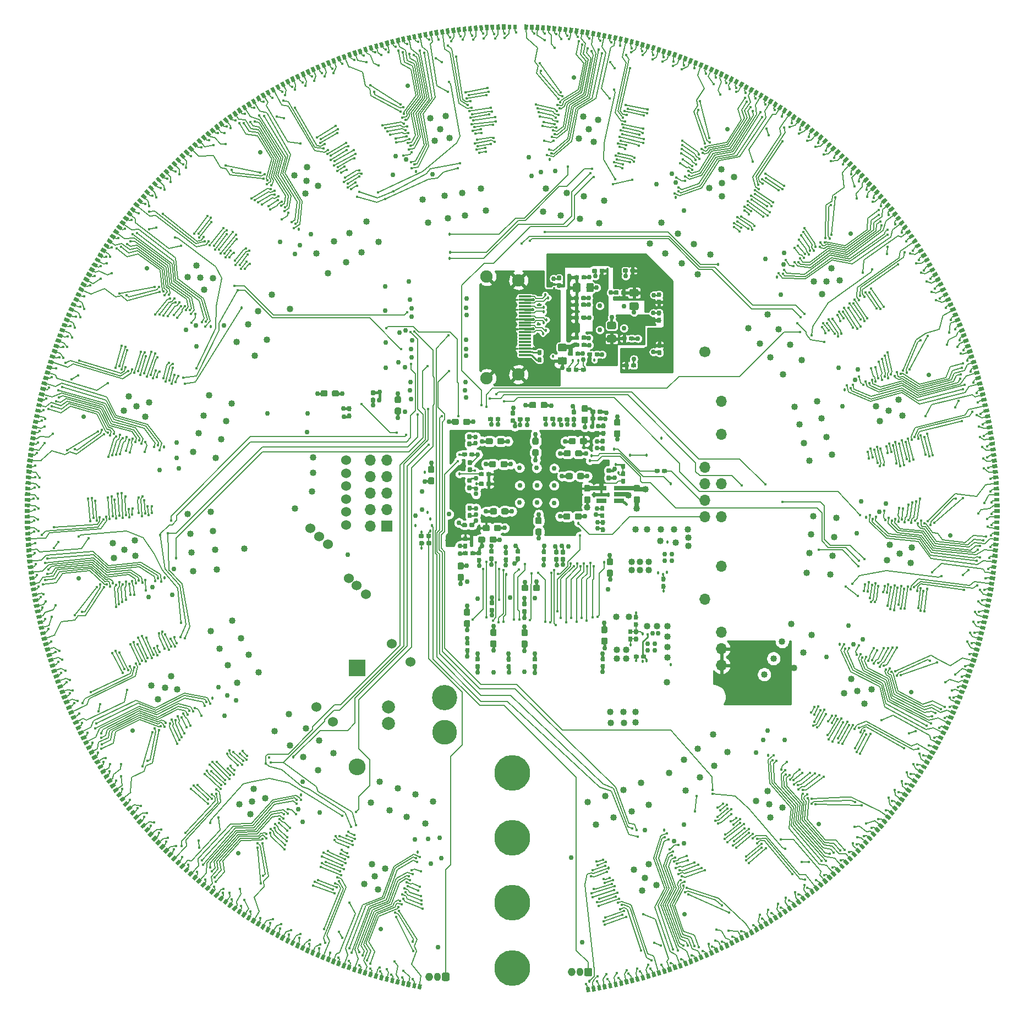
<source format=gbr>
G04 #@! TF.GenerationSoftware,KiCad,Pcbnew,(5.1.2)-1*
G04 #@! TF.CreationDate,2019-06-19T21:40:15-04:00*
G04 #@! TF.ProjectId,flicker,666c6963-6b65-4722-9e6b-696361645f70,rev?*
G04 #@! TF.SameCoordinates,Original*
G04 #@! TF.FileFunction,Copper,L4,Bot*
G04 #@! TF.FilePolarity,Positive*
%FSLAX46Y46*%
G04 Gerber Fmt 4.6, Leading zero omitted, Abs format (unit mm)*
G04 Created by KiCad (PCBNEW (5.1.2)-1) date 2019-06-19 21:40:15*
%MOMM*%
%LPD*%
G04 APERTURE LIST*
%ADD10C,0.203200*%
%ADD11C,0.100000*%
%ADD12C,0.640000*%
%ADD13O,1.041400X1.300000*%
%ADD14O,1.193800X1.300000*%
%ADD15C,1.193800*%
%ADD16O,1.700000X1.700000*%
%ADD17C,1.700000*%
%ADD18C,1.900000*%
%ADD19R,1.900000X0.300000*%
%ADD20C,0.950000*%
%ADD21R,1.560000X0.650000*%
%ADD22C,3.800000*%
%ADD23C,3.890000*%
%ADD24C,2.000000*%
%ADD25R,1.700000X1.700000*%
%ADD26C,0.550000*%
%ADD27R,0.550000X0.800000*%
%ADD28O,2.600000X2.600000*%
%ADD29R,2.600000X2.600000*%
%ADD30C,1.150000*%
%ADD31C,5.500000*%
%ADD32C,1.016000*%
%ADD33C,0.762000*%
%ADD34C,0.457200*%
%ADD35C,0.700000*%
%ADD36C,1.524000*%
%ADD37C,0.450000*%
%ADD38C,0.254000*%
%ADD39C,0.381000*%
%ADD40C,0.635000*%
%ADD41C,0.152400*%
%ADD42C,0.200000*%
G04 APERTURE END LIST*
D10*
X125580140Y-92862400D02*
X125580140Y-93692980D01*
X119336820Y-77830680D02*
X118506240Y-77830680D01*
D11*
G36*
X127714163Y-115570570D02*
G01*
X127729694Y-115572874D01*
X127744926Y-115576690D01*
X127759709Y-115581979D01*
X127773903Y-115588693D01*
X127787371Y-115596765D01*
X127799983Y-115606118D01*
X127811617Y-115616663D01*
X127822162Y-115628297D01*
X127831515Y-115640909D01*
X127839587Y-115654377D01*
X127846301Y-115668571D01*
X127851590Y-115683354D01*
X127855406Y-115698586D01*
X127857710Y-115714117D01*
X127858480Y-115729800D01*
X127858480Y-116159800D01*
X127857710Y-116175483D01*
X127855406Y-116191014D01*
X127851590Y-116206246D01*
X127846301Y-116221029D01*
X127839587Y-116235223D01*
X127831515Y-116248691D01*
X127822162Y-116261303D01*
X127811617Y-116272937D01*
X127799983Y-116283482D01*
X127787371Y-116292835D01*
X127773903Y-116300907D01*
X127759709Y-116307621D01*
X127744926Y-116312910D01*
X127729694Y-116316726D01*
X127714163Y-116319030D01*
X127698480Y-116319800D01*
X127378480Y-116319800D01*
X127362797Y-116319030D01*
X127347266Y-116316726D01*
X127332034Y-116312910D01*
X127317251Y-116307621D01*
X127303057Y-116300907D01*
X127289589Y-116292835D01*
X127276977Y-116283482D01*
X127265343Y-116272937D01*
X127254798Y-116261303D01*
X127245445Y-116248691D01*
X127237373Y-116235223D01*
X127230659Y-116221029D01*
X127225370Y-116206246D01*
X127221554Y-116191014D01*
X127219250Y-116175483D01*
X127218480Y-116159800D01*
X127218480Y-115729800D01*
X127219250Y-115714117D01*
X127221554Y-115698586D01*
X127225370Y-115683354D01*
X127230659Y-115668571D01*
X127237373Y-115654377D01*
X127245445Y-115640909D01*
X127254798Y-115628297D01*
X127265343Y-115616663D01*
X127276977Y-115606118D01*
X127289589Y-115596765D01*
X127303057Y-115588693D01*
X127317251Y-115581979D01*
X127332034Y-115576690D01*
X127347266Y-115572874D01*
X127362797Y-115570570D01*
X127378480Y-115569800D01*
X127698480Y-115569800D01*
X127714163Y-115570570D01*
X127714163Y-115570570D01*
G37*
D12*
X127538480Y-115944800D03*
D11*
G36*
X127714163Y-116700570D02*
G01*
X127729694Y-116702874D01*
X127744926Y-116706690D01*
X127759709Y-116711979D01*
X127773903Y-116718693D01*
X127787371Y-116726765D01*
X127799983Y-116736118D01*
X127811617Y-116746663D01*
X127822162Y-116758297D01*
X127831515Y-116770909D01*
X127839587Y-116784377D01*
X127846301Y-116798571D01*
X127851590Y-116813354D01*
X127855406Y-116828586D01*
X127857710Y-116844117D01*
X127858480Y-116859800D01*
X127858480Y-117289800D01*
X127857710Y-117305483D01*
X127855406Y-117321014D01*
X127851590Y-117336246D01*
X127846301Y-117351029D01*
X127839587Y-117365223D01*
X127831515Y-117378691D01*
X127822162Y-117391303D01*
X127811617Y-117402937D01*
X127799983Y-117413482D01*
X127787371Y-117422835D01*
X127773903Y-117430907D01*
X127759709Y-117437621D01*
X127744926Y-117442910D01*
X127729694Y-117446726D01*
X127714163Y-117449030D01*
X127698480Y-117449800D01*
X127378480Y-117449800D01*
X127362797Y-117449030D01*
X127347266Y-117446726D01*
X127332034Y-117442910D01*
X127317251Y-117437621D01*
X127303057Y-117430907D01*
X127289589Y-117422835D01*
X127276977Y-117413482D01*
X127265343Y-117402937D01*
X127254798Y-117391303D01*
X127245445Y-117378691D01*
X127237373Y-117365223D01*
X127230659Y-117351029D01*
X127225370Y-117336246D01*
X127221554Y-117321014D01*
X127219250Y-117305483D01*
X127218480Y-117289800D01*
X127218480Y-116859800D01*
X127219250Y-116844117D01*
X127221554Y-116828586D01*
X127225370Y-116813354D01*
X127230659Y-116798571D01*
X127237373Y-116784377D01*
X127245445Y-116770909D01*
X127254798Y-116758297D01*
X127265343Y-116746663D01*
X127276977Y-116736118D01*
X127289589Y-116726765D01*
X127303057Y-116718693D01*
X127317251Y-116711979D01*
X127332034Y-116706690D01*
X127347266Y-116702874D01*
X127362797Y-116700570D01*
X127378480Y-116699800D01*
X127698480Y-116699800D01*
X127714163Y-116700570D01*
X127714163Y-116700570D01*
G37*
D12*
X127538480Y-117074800D03*
D11*
G36*
X126863263Y-117805770D02*
G01*
X126878794Y-117808074D01*
X126894026Y-117811890D01*
X126908809Y-117817179D01*
X126923003Y-117823893D01*
X126936471Y-117831965D01*
X126949083Y-117841318D01*
X126960717Y-117851863D01*
X126971262Y-117863497D01*
X126980615Y-117876109D01*
X126988687Y-117889577D01*
X126995401Y-117903771D01*
X127000690Y-117918554D01*
X127004506Y-117933786D01*
X127006810Y-117949317D01*
X127007580Y-117965000D01*
X127007580Y-118395000D01*
X127006810Y-118410683D01*
X127004506Y-118426214D01*
X127000690Y-118441446D01*
X126995401Y-118456229D01*
X126988687Y-118470423D01*
X126980615Y-118483891D01*
X126971262Y-118496503D01*
X126960717Y-118508137D01*
X126949083Y-118518682D01*
X126936471Y-118528035D01*
X126923003Y-118536107D01*
X126908809Y-118542821D01*
X126894026Y-118548110D01*
X126878794Y-118551926D01*
X126863263Y-118554230D01*
X126847580Y-118555000D01*
X126527580Y-118555000D01*
X126511897Y-118554230D01*
X126496366Y-118551926D01*
X126481134Y-118548110D01*
X126466351Y-118542821D01*
X126452157Y-118536107D01*
X126438689Y-118528035D01*
X126426077Y-118518682D01*
X126414443Y-118508137D01*
X126403898Y-118496503D01*
X126394545Y-118483891D01*
X126386473Y-118470423D01*
X126379759Y-118456229D01*
X126374470Y-118441446D01*
X126370654Y-118426214D01*
X126368350Y-118410683D01*
X126367580Y-118395000D01*
X126367580Y-117965000D01*
X126368350Y-117949317D01*
X126370654Y-117933786D01*
X126374470Y-117918554D01*
X126379759Y-117903771D01*
X126386473Y-117889577D01*
X126394545Y-117876109D01*
X126403898Y-117863497D01*
X126414443Y-117851863D01*
X126426077Y-117841318D01*
X126438689Y-117831965D01*
X126452157Y-117823893D01*
X126466351Y-117817179D01*
X126481134Y-117811890D01*
X126496366Y-117808074D01*
X126511897Y-117805770D01*
X126527580Y-117805000D01*
X126847580Y-117805000D01*
X126863263Y-117805770D01*
X126863263Y-117805770D01*
G37*
D12*
X126687580Y-118180000D03*
D11*
G36*
X126863263Y-118935770D02*
G01*
X126878794Y-118938074D01*
X126894026Y-118941890D01*
X126908809Y-118947179D01*
X126923003Y-118953893D01*
X126936471Y-118961965D01*
X126949083Y-118971318D01*
X126960717Y-118981863D01*
X126971262Y-118993497D01*
X126980615Y-119006109D01*
X126988687Y-119019577D01*
X126995401Y-119033771D01*
X127000690Y-119048554D01*
X127004506Y-119063786D01*
X127006810Y-119079317D01*
X127007580Y-119095000D01*
X127007580Y-119525000D01*
X127006810Y-119540683D01*
X127004506Y-119556214D01*
X127000690Y-119571446D01*
X126995401Y-119586229D01*
X126988687Y-119600423D01*
X126980615Y-119613891D01*
X126971262Y-119626503D01*
X126960717Y-119638137D01*
X126949083Y-119648682D01*
X126936471Y-119658035D01*
X126923003Y-119666107D01*
X126908809Y-119672821D01*
X126894026Y-119678110D01*
X126878794Y-119681926D01*
X126863263Y-119684230D01*
X126847580Y-119685000D01*
X126527580Y-119685000D01*
X126511897Y-119684230D01*
X126496366Y-119681926D01*
X126481134Y-119678110D01*
X126466351Y-119672821D01*
X126452157Y-119666107D01*
X126438689Y-119658035D01*
X126426077Y-119648682D01*
X126414443Y-119638137D01*
X126403898Y-119626503D01*
X126394545Y-119613891D01*
X126386473Y-119600423D01*
X126379759Y-119586229D01*
X126374470Y-119571446D01*
X126370654Y-119556214D01*
X126368350Y-119540683D01*
X126367580Y-119525000D01*
X126367580Y-119095000D01*
X126368350Y-119079317D01*
X126370654Y-119063786D01*
X126374470Y-119048554D01*
X126379759Y-119033771D01*
X126386473Y-119019577D01*
X126394545Y-119006109D01*
X126403898Y-118993497D01*
X126414443Y-118981863D01*
X126426077Y-118971318D01*
X126438689Y-118961965D01*
X126452157Y-118953893D01*
X126466351Y-118947179D01*
X126481134Y-118941890D01*
X126496366Y-118938074D01*
X126511897Y-118935770D01*
X126527580Y-118935000D01*
X126847580Y-118935000D01*
X126863263Y-118935770D01*
X126863263Y-118935770D01*
G37*
D12*
X126687580Y-119310000D03*
D11*
G36*
X127729403Y-117808310D02*
G01*
X127744934Y-117810614D01*
X127760166Y-117814430D01*
X127774949Y-117819719D01*
X127789143Y-117826433D01*
X127802611Y-117834505D01*
X127815223Y-117843858D01*
X127826857Y-117854403D01*
X127837402Y-117866037D01*
X127846755Y-117878649D01*
X127854827Y-117892117D01*
X127861541Y-117906311D01*
X127866830Y-117921094D01*
X127870646Y-117936326D01*
X127872950Y-117951857D01*
X127873720Y-117967540D01*
X127873720Y-118397540D01*
X127872950Y-118413223D01*
X127870646Y-118428754D01*
X127866830Y-118443986D01*
X127861541Y-118458769D01*
X127854827Y-118472963D01*
X127846755Y-118486431D01*
X127837402Y-118499043D01*
X127826857Y-118510677D01*
X127815223Y-118521222D01*
X127802611Y-118530575D01*
X127789143Y-118538647D01*
X127774949Y-118545361D01*
X127760166Y-118550650D01*
X127744934Y-118554466D01*
X127729403Y-118556770D01*
X127713720Y-118557540D01*
X127393720Y-118557540D01*
X127378037Y-118556770D01*
X127362506Y-118554466D01*
X127347274Y-118550650D01*
X127332491Y-118545361D01*
X127318297Y-118538647D01*
X127304829Y-118530575D01*
X127292217Y-118521222D01*
X127280583Y-118510677D01*
X127270038Y-118499043D01*
X127260685Y-118486431D01*
X127252613Y-118472963D01*
X127245899Y-118458769D01*
X127240610Y-118443986D01*
X127236794Y-118428754D01*
X127234490Y-118413223D01*
X127233720Y-118397540D01*
X127233720Y-117967540D01*
X127234490Y-117951857D01*
X127236794Y-117936326D01*
X127240610Y-117921094D01*
X127245899Y-117906311D01*
X127252613Y-117892117D01*
X127260685Y-117878649D01*
X127270038Y-117866037D01*
X127280583Y-117854403D01*
X127292217Y-117843858D01*
X127304829Y-117834505D01*
X127318297Y-117826433D01*
X127332491Y-117819719D01*
X127347274Y-117814430D01*
X127362506Y-117810614D01*
X127378037Y-117808310D01*
X127393720Y-117807540D01*
X127713720Y-117807540D01*
X127729403Y-117808310D01*
X127729403Y-117808310D01*
G37*
D12*
X127553720Y-118182540D03*
D11*
G36*
X127729403Y-118938310D02*
G01*
X127744934Y-118940614D01*
X127760166Y-118944430D01*
X127774949Y-118949719D01*
X127789143Y-118956433D01*
X127802611Y-118964505D01*
X127815223Y-118973858D01*
X127826857Y-118984403D01*
X127837402Y-118996037D01*
X127846755Y-119008649D01*
X127854827Y-119022117D01*
X127861541Y-119036311D01*
X127866830Y-119051094D01*
X127870646Y-119066326D01*
X127872950Y-119081857D01*
X127873720Y-119097540D01*
X127873720Y-119527540D01*
X127872950Y-119543223D01*
X127870646Y-119558754D01*
X127866830Y-119573986D01*
X127861541Y-119588769D01*
X127854827Y-119602963D01*
X127846755Y-119616431D01*
X127837402Y-119629043D01*
X127826857Y-119640677D01*
X127815223Y-119651222D01*
X127802611Y-119660575D01*
X127789143Y-119668647D01*
X127774949Y-119675361D01*
X127760166Y-119680650D01*
X127744934Y-119684466D01*
X127729403Y-119686770D01*
X127713720Y-119687540D01*
X127393720Y-119687540D01*
X127378037Y-119686770D01*
X127362506Y-119684466D01*
X127347274Y-119680650D01*
X127332491Y-119675361D01*
X127318297Y-119668647D01*
X127304829Y-119660575D01*
X127292217Y-119651222D01*
X127280583Y-119640677D01*
X127270038Y-119629043D01*
X127260685Y-119616431D01*
X127252613Y-119602963D01*
X127245899Y-119588769D01*
X127240610Y-119573986D01*
X127236794Y-119558754D01*
X127234490Y-119543223D01*
X127233720Y-119527540D01*
X127233720Y-119097540D01*
X127234490Y-119081857D01*
X127236794Y-119066326D01*
X127240610Y-119051094D01*
X127245899Y-119036311D01*
X127252613Y-119022117D01*
X127260685Y-119008649D01*
X127270038Y-118996037D01*
X127280583Y-118984403D01*
X127292217Y-118973858D01*
X127304829Y-118964505D01*
X127318297Y-118956433D01*
X127332491Y-118949719D01*
X127347274Y-118944430D01*
X127362506Y-118940614D01*
X127378037Y-118938310D01*
X127393720Y-118937540D01*
X127713720Y-118937540D01*
X127729403Y-118938310D01*
X127729403Y-118938310D01*
G37*
D12*
X127553720Y-119312540D03*
D11*
G36*
X127829003Y-121694750D02*
G01*
X127844534Y-121697054D01*
X127859766Y-121700870D01*
X127874549Y-121706159D01*
X127888743Y-121712873D01*
X127902211Y-121720945D01*
X127914823Y-121730298D01*
X127926457Y-121740843D01*
X127937002Y-121752477D01*
X127946355Y-121765089D01*
X127954427Y-121778557D01*
X127961141Y-121792751D01*
X127966430Y-121807534D01*
X127970246Y-121822766D01*
X127972550Y-121838297D01*
X127973320Y-121853980D01*
X127973320Y-122173980D01*
X127972550Y-122189663D01*
X127970246Y-122205194D01*
X127966430Y-122220426D01*
X127961141Y-122235209D01*
X127954427Y-122249403D01*
X127946355Y-122262871D01*
X127937002Y-122275483D01*
X127926457Y-122287117D01*
X127914823Y-122297662D01*
X127902211Y-122307015D01*
X127888743Y-122315087D01*
X127874549Y-122321801D01*
X127859766Y-122327090D01*
X127844534Y-122330906D01*
X127829003Y-122333210D01*
X127813320Y-122333980D01*
X127383320Y-122333980D01*
X127367637Y-122333210D01*
X127352106Y-122330906D01*
X127336874Y-122327090D01*
X127322091Y-122321801D01*
X127307897Y-122315087D01*
X127294429Y-122307015D01*
X127281817Y-122297662D01*
X127270183Y-122287117D01*
X127259638Y-122275483D01*
X127250285Y-122262871D01*
X127242213Y-122249403D01*
X127235499Y-122235209D01*
X127230210Y-122220426D01*
X127226394Y-122205194D01*
X127224090Y-122189663D01*
X127223320Y-122173980D01*
X127223320Y-121853980D01*
X127224090Y-121838297D01*
X127226394Y-121822766D01*
X127230210Y-121807534D01*
X127235499Y-121792751D01*
X127242213Y-121778557D01*
X127250285Y-121765089D01*
X127259638Y-121752477D01*
X127270183Y-121740843D01*
X127281817Y-121730298D01*
X127294429Y-121720945D01*
X127307897Y-121712873D01*
X127322091Y-121706159D01*
X127336874Y-121700870D01*
X127352106Y-121697054D01*
X127367637Y-121694750D01*
X127383320Y-121693980D01*
X127813320Y-121693980D01*
X127829003Y-121694750D01*
X127829003Y-121694750D01*
G37*
D12*
X127598320Y-122013980D03*
D11*
G36*
X128959003Y-121694750D02*
G01*
X128974534Y-121697054D01*
X128989766Y-121700870D01*
X129004549Y-121706159D01*
X129018743Y-121712873D01*
X129032211Y-121720945D01*
X129044823Y-121730298D01*
X129056457Y-121740843D01*
X129067002Y-121752477D01*
X129076355Y-121765089D01*
X129084427Y-121778557D01*
X129091141Y-121792751D01*
X129096430Y-121807534D01*
X129100246Y-121822766D01*
X129102550Y-121838297D01*
X129103320Y-121853980D01*
X129103320Y-122173980D01*
X129102550Y-122189663D01*
X129100246Y-122205194D01*
X129096430Y-122220426D01*
X129091141Y-122235209D01*
X129084427Y-122249403D01*
X129076355Y-122262871D01*
X129067002Y-122275483D01*
X129056457Y-122287117D01*
X129044823Y-122297662D01*
X129032211Y-122307015D01*
X129018743Y-122315087D01*
X129004549Y-122321801D01*
X128989766Y-122327090D01*
X128974534Y-122330906D01*
X128959003Y-122333210D01*
X128943320Y-122333980D01*
X128513320Y-122333980D01*
X128497637Y-122333210D01*
X128482106Y-122330906D01*
X128466874Y-122327090D01*
X128452091Y-122321801D01*
X128437897Y-122315087D01*
X128424429Y-122307015D01*
X128411817Y-122297662D01*
X128400183Y-122287117D01*
X128389638Y-122275483D01*
X128380285Y-122262871D01*
X128372213Y-122249403D01*
X128365499Y-122235209D01*
X128360210Y-122220426D01*
X128356394Y-122205194D01*
X128354090Y-122189663D01*
X128353320Y-122173980D01*
X128353320Y-121853980D01*
X128354090Y-121838297D01*
X128356394Y-121822766D01*
X128360210Y-121807534D01*
X128365499Y-121792751D01*
X128372213Y-121778557D01*
X128380285Y-121765089D01*
X128389638Y-121752477D01*
X128400183Y-121740843D01*
X128411817Y-121730298D01*
X128424429Y-121720945D01*
X128437897Y-121712873D01*
X128452091Y-121706159D01*
X128466874Y-121700870D01*
X128482106Y-121697054D01*
X128497637Y-121694750D01*
X128513320Y-121693980D01*
X128943320Y-121693980D01*
X128959003Y-121694750D01*
X128959003Y-121694750D01*
G37*
D12*
X128728320Y-122013980D03*
D11*
G36*
X125760903Y-94609890D02*
G01*
X125776434Y-94612194D01*
X125791666Y-94616010D01*
X125806449Y-94621299D01*
X125820643Y-94628013D01*
X125834111Y-94636085D01*
X125846723Y-94645438D01*
X125858357Y-94655983D01*
X125868902Y-94667617D01*
X125878255Y-94680229D01*
X125886327Y-94693697D01*
X125893041Y-94707891D01*
X125898330Y-94722674D01*
X125902146Y-94737906D01*
X125904450Y-94753437D01*
X125905220Y-94769120D01*
X125905220Y-95199120D01*
X125904450Y-95214803D01*
X125902146Y-95230334D01*
X125898330Y-95245566D01*
X125893041Y-95260349D01*
X125886327Y-95274543D01*
X125878255Y-95288011D01*
X125868902Y-95300623D01*
X125858357Y-95312257D01*
X125846723Y-95322802D01*
X125834111Y-95332155D01*
X125820643Y-95340227D01*
X125806449Y-95346941D01*
X125791666Y-95352230D01*
X125776434Y-95356046D01*
X125760903Y-95358350D01*
X125745220Y-95359120D01*
X125425220Y-95359120D01*
X125409537Y-95358350D01*
X125394006Y-95356046D01*
X125378774Y-95352230D01*
X125363991Y-95346941D01*
X125349797Y-95340227D01*
X125336329Y-95332155D01*
X125323717Y-95322802D01*
X125312083Y-95312257D01*
X125301538Y-95300623D01*
X125292185Y-95288011D01*
X125284113Y-95274543D01*
X125277399Y-95260349D01*
X125272110Y-95245566D01*
X125268294Y-95230334D01*
X125265990Y-95214803D01*
X125265220Y-95199120D01*
X125265220Y-94769120D01*
X125265990Y-94753437D01*
X125268294Y-94737906D01*
X125272110Y-94722674D01*
X125277399Y-94707891D01*
X125284113Y-94693697D01*
X125292185Y-94680229D01*
X125301538Y-94667617D01*
X125312083Y-94655983D01*
X125323717Y-94645438D01*
X125336329Y-94636085D01*
X125349797Y-94628013D01*
X125363991Y-94621299D01*
X125378774Y-94616010D01*
X125394006Y-94612194D01*
X125409537Y-94609890D01*
X125425220Y-94609120D01*
X125745220Y-94609120D01*
X125760903Y-94609890D01*
X125760903Y-94609890D01*
G37*
D12*
X125585220Y-94984120D03*
D11*
G36*
X125760903Y-93479890D02*
G01*
X125776434Y-93482194D01*
X125791666Y-93486010D01*
X125806449Y-93491299D01*
X125820643Y-93498013D01*
X125834111Y-93506085D01*
X125846723Y-93515438D01*
X125858357Y-93525983D01*
X125868902Y-93537617D01*
X125878255Y-93550229D01*
X125886327Y-93563697D01*
X125893041Y-93577891D01*
X125898330Y-93592674D01*
X125902146Y-93607906D01*
X125904450Y-93623437D01*
X125905220Y-93639120D01*
X125905220Y-94069120D01*
X125904450Y-94084803D01*
X125902146Y-94100334D01*
X125898330Y-94115566D01*
X125893041Y-94130349D01*
X125886327Y-94144543D01*
X125878255Y-94158011D01*
X125868902Y-94170623D01*
X125858357Y-94182257D01*
X125846723Y-94192802D01*
X125834111Y-94202155D01*
X125820643Y-94210227D01*
X125806449Y-94216941D01*
X125791666Y-94222230D01*
X125776434Y-94226046D01*
X125760903Y-94228350D01*
X125745220Y-94229120D01*
X125425220Y-94229120D01*
X125409537Y-94228350D01*
X125394006Y-94226046D01*
X125378774Y-94222230D01*
X125363991Y-94216941D01*
X125349797Y-94210227D01*
X125336329Y-94202155D01*
X125323717Y-94192802D01*
X125312083Y-94182257D01*
X125301538Y-94170623D01*
X125292185Y-94158011D01*
X125284113Y-94144543D01*
X125277399Y-94130349D01*
X125272110Y-94115566D01*
X125268294Y-94100334D01*
X125265990Y-94084803D01*
X125265220Y-94069120D01*
X125265220Y-93639120D01*
X125265990Y-93623437D01*
X125268294Y-93607906D01*
X125272110Y-93592674D01*
X125277399Y-93577891D01*
X125284113Y-93563697D01*
X125292185Y-93550229D01*
X125301538Y-93537617D01*
X125312083Y-93525983D01*
X125323717Y-93515438D01*
X125336329Y-93506085D01*
X125349797Y-93498013D01*
X125363991Y-93491299D01*
X125378774Y-93486010D01*
X125394006Y-93482194D01*
X125409537Y-93479890D01*
X125425220Y-93479120D01*
X125745220Y-93479120D01*
X125760903Y-93479890D01*
X125760903Y-93479890D01*
G37*
D12*
X125585220Y-93854120D03*
D11*
G36*
X125760903Y-92349890D02*
G01*
X125776434Y-92352194D01*
X125791666Y-92356010D01*
X125806449Y-92361299D01*
X125820643Y-92368013D01*
X125834111Y-92376085D01*
X125846723Y-92385438D01*
X125858357Y-92395983D01*
X125868902Y-92407617D01*
X125878255Y-92420229D01*
X125886327Y-92433697D01*
X125893041Y-92447891D01*
X125898330Y-92462674D01*
X125902146Y-92477906D01*
X125904450Y-92493437D01*
X125905220Y-92509120D01*
X125905220Y-92939120D01*
X125904450Y-92954803D01*
X125902146Y-92970334D01*
X125898330Y-92985566D01*
X125893041Y-93000349D01*
X125886327Y-93014543D01*
X125878255Y-93028011D01*
X125868902Y-93040623D01*
X125858357Y-93052257D01*
X125846723Y-93062802D01*
X125834111Y-93072155D01*
X125820643Y-93080227D01*
X125806449Y-93086941D01*
X125791666Y-93092230D01*
X125776434Y-93096046D01*
X125760903Y-93098350D01*
X125745220Y-93099120D01*
X125425220Y-93099120D01*
X125409537Y-93098350D01*
X125394006Y-93096046D01*
X125378774Y-93092230D01*
X125363991Y-93086941D01*
X125349797Y-93080227D01*
X125336329Y-93072155D01*
X125323717Y-93062802D01*
X125312083Y-93052257D01*
X125301538Y-93040623D01*
X125292185Y-93028011D01*
X125284113Y-93014543D01*
X125277399Y-93000349D01*
X125272110Y-92985566D01*
X125268294Y-92970334D01*
X125265990Y-92954803D01*
X125265220Y-92939120D01*
X125265220Y-92509120D01*
X125265990Y-92493437D01*
X125268294Y-92477906D01*
X125272110Y-92462674D01*
X125277399Y-92447891D01*
X125284113Y-92433697D01*
X125292185Y-92420229D01*
X125301538Y-92407617D01*
X125312083Y-92395983D01*
X125323717Y-92385438D01*
X125336329Y-92376085D01*
X125349797Y-92368013D01*
X125363991Y-92361299D01*
X125378774Y-92356010D01*
X125394006Y-92352194D01*
X125409537Y-92349890D01*
X125425220Y-92349120D01*
X125745220Y-92349120D01*
X125760903Y-92349890D01*
X125760903Y-92349890D01*
G37*
D12*
X125585220Y-92724120D03*
D13*
X118950740Y-170616880D03*
D14*
X117680740Y-170616880D03*
D11*
G36*
X120561365Y-169968248D02*
G01*
X120588946Y-169972339D01*
X120615993Y-169979114D01*
X120642246Y-169988508D01*
X120667451Y-170000429D01*
X120691367Y-170014764D01*
X120713762Y-170031373D01*
X120734422Y-170050098D01*
X120753147Y-170070758D01*
X120769756Y-170093153D01*
X120784091Y-170117069D01*
X120796012Y-170142274D01*
X120805406Y-170168527D01*
X120812181Y-170195574D01*
X120816272Y-170223155D01*
X120817640Y-170251004D01*
X120817640Y-170982756D01*
X120816272Y-171010605D01*
X120812181Y-171038186D01*
X120805406Y-171065233D01*
X120796012Y-171091486D01*
X120784091Y-171116691D01*
X120769756Y-171140607D01*
X120753147Y-171163002D01*
X120734422Y-171183662D01*
X120713762Y-171202387D01*
X120691367Y-171218996D01*
X120667451Y-171233331D01*
X120642246Y-171245252D01*
X120615993Y-171254646D01*
X120588946Y-171261421D01*
X120561365Y-171265512D01*
X120533516Y-171266880D01*
X119907964Y-171266880D01*
X119880115Y-171265512D01*
X119852534Y-171261421D01*
X119825487Y-171254646D01*
X119799234Y-171245252D01*
X119774029Y-171233331D01*
X119750113Y-171218996D01*
X119727718Y-171202387D01*
X119707058Y-171183662D01*
X119688333Y-171163002D01*
X119671724Y-171140607D01*
X119657389Y-171116691D01*
X119645468Y-171091486D01*
X119636074Y-171065233D01*
X119629299Y-171038186D01*
X119625208Y-171010605D01*
X119623840Y-170982756D01*
X119623840Y-170251004D01*
X119625208Y-170223155D01*
X119629299Y-170195574D01*
X119636074Y-170168527D01*
X119645468Y-170142274D01*
X119657389Y-170117069D01*
X119671724Y-170093153D01*
X119688333Y-170070758D01*
X119707058Y-170050098D01*
X119727718Y-170031373D01*
X119750113Y-170014764D01*
X119774029Y-170000429D01*
X119799234Y-169988508D01*
X119825487Y-169979114D01*
X119852534Y-169972339D01*
X119880115Y-169968248D01*
X119907964Y-169966880D01*
X120533516Y-169966880D01*
X120561365Y-169968248D01*
X120561365Y-169968248D01*
G37*
D15*
X120220740Y-170616880D03*
D13*
X97007680Y-171333160D03*
D14*
X95737680Y-171333160D03*
D11*
G36*
X98618305Y-170684528D02*
G01*
X98645886Y-170688619D01*
X98672933Y-170695394D01*
X98699186Y-170704788D01*
X98724391Y-170716709D01*
X98748307Y-170731044D01*
X98770702Y-170747653D01*
X98791362Y-170766378D01*
X98810087Y-170787038D01*
X98826696Y-170809433D01*
X98841031Y-170833349D01*
X98852952Y-170858554D01*
X98862346Y-170884807D01*
X98869121Y-170911854D01*
X98873212Y-170939435D01*
X98874580Y-170967284D01*
X98874580Y-171699036D01*
X98873212Y-171726885D01*
X98869121Y-171754466D01*
X98862346Y-171781513D01*
X98852952Y-171807766D01*
X98841031Y-171832971D01*
X98826696Y-171856887D01*
X98810087Y-171879282D01*
X98791362Y-171899942D01*
X98770702Y-171918667D01*
X98748307Y-171935276D01*
X98724391Y-171949611D01*
X98699186Y-171961532D01*
X98672933Y-171970926D01*
X98645886Y-171977701D01*
X98618305Y-171981792D01*
X98590456Y-171983160D01*
X97964904Y-171983160D01*
X97937055Y-171981792D01*
X97909474Y-171977701D01*
X97882427Y-171970926D01*
X97856174Y-171961532D01*
X97830969Y-171949611D01*
X97807053Y-171935276D01*
X97784658Y-171918667D01*
X97763998Y-171899942D01*
X97745273Y-171879282D01*
X97728664Y-171856887D01*
X97714329Y-171832971D01*
X97702408Y-171807766D01*
X97693014Y-171781513D01*
X97686239Y-171754466D01*
X97682148Y-171726885D01*
X97680780Y-171699036D01*
X97680780Y-170967284D01*
X97682148Y-170939435D01*
X97686239Y-170911854D01*
X97693014Y-170884807D01*
X97702408Y-170858554D01*
X97714329Y-170833349D01*
X97728664Y-170809433D01*
X97745273Y-170787038D01*
X97763998Y-170766378D01*
X97784658Y-170747653D01*
X97807053Y-170731044D01*
X97830969Y-170716709D01*
X97856174Y-170704788D01*
X97882427Y-170695394D01*
X97909474Y-170688619D01*
X97937055Y-170684528D01*
X97964904Y-170683160D01*
X98590456Y-170683160D01*
X98618305Y-170684528D01*
X98618305Y-170684528D01*
G37*
D15*
X98277680Y-171333160D03*
D16*
X140705840Y-123350020D03*
X140705840Y-100490020D03*
X138165840Y-100490020D03*
X140705840Y-82710020D03*
X138165840Y-113190020D03*
X140705840Y-95410020D03*
X138165840Y-95410020D03*
X140705840Y-118270020D03*
X140705840Y-120810020D03*
X138165840Y-97950020D03*
X140705840Y-108110020D03*
X140705840Y-87790020D03*
D17*
X138165840Y-75090020D03*
D16*
X138165840Y-92870020D03*
D18*
X109479840Y-78555420D03*
X104579840Y-79155420D03*
X104579840Y-63455420D03*
X109479840Y-64055420D03*
D19*
X110479840Y-75556500D03*
X110479840Y-75056500D03*
X110479840Y-74556500D03*
X110479840Y-74056500D03*
X110479840Y-73556500D03*
X110479840Y-73056500D03*
X110479840Y-72556500D03*
X110479840Y-72056500D03*
X110479840Y-71556500D03*
X110479840Y-71056500D03*
X110479840Y-70556500D03*
X110479840Y-70056500D03*
X110479840Y-69556500D03*
X110479840Y-69056500D03*
X110479840Y-68556500D03*
X110479840Y-68056500D03*
X110479840Y-67556500D03*
X110479840Y-67056500D03*
X110479840Y-66556500D03*
D11*
G36*
X117445783Y-77516530D02*
G01*
X117461314Y-77518834D01*
X117476546Y-77522650D01*
X117491329Y-77527939D01*
X117505523Y-77534653D01*
X117518991Y-77542725D01*
X117531603Y-77552078D01*
X117543237Y-77562623D01*
X117553782Y-77574257D01*
X117563135Y-77586869D01*
X117571207Y-77600337D01*
X117577921Y-77614531D01*
X117583210Y-77629314D01*
X117587026Y-77644546D01*
X117589330Y-77660077D01*
X117590100Y-77675760D01*
X117590100Y-77995760D01*
X117589330Y-78011443D01*
X117587026Y-78026974D01*
X117583210Y-78042206D01*
X117577921Y-78056989D01*
X117571207Y-78071183D01*
X117563135Y-78084651D01*
X117553782Y-78097263D01*
X117543237Y-78108897D01*
X117531603Y-78119442D01*
X117518991Y-78128795D01*
X117505523Y-78136867D01*
X117491329Y-78143581D01*
X117476546Y-78148870D01*
X117461314Y-78152686D01*
X117445783Y-78154990D01*
X117430100Y-78155760D01*
X117000100Y-78155760D01*
X116984417Y-78154990D01*
X116968886Y-78152686D01*
X116953654Y-78148870D01*
X116938871Y-78143581D01*
X116924677Y-78136867D01*
X116911209Y-78128795D01*
X116898597Y-78119442D01*
X116886963Y-78108897D01*
X116876418Y-78097263D01*
X116867065Y-78084651D01*
X116858993Y-78071183D01*
X116852279Y-78056989D01*
X116846990Y-78042206D01*
X116843174Y-78026974D01*
X116840870Y-78011443D01*
X116840100Y-77995760D01*
X116840100Y-77675760D01*
X116840870Y-77660077D01*
X116843174Y-77644546D01*
X116846990Y-77629314D01*
X116852279Y-77614531D01*
X116858993Y-77600337D01*
X116867065Y-77586869D01*
X116876418Y-77574257D01*
X116886963Y-77562623D01*
X116898597Y-77552078D01*
X116911209Y-77542725D01*
X116924677Y-77534653D01*
X116938871Y-77527939D01*
X116953654Y-77522650D01*
X116968886Y-77518834D01*
X116984417Y-77516530D01*
X117000100Y-77515760D01*
X117430100Y-77515760D01*
X117445783Y-77516530D01*
X117445783Y-77516530D01*
G37*
D12*
X117215100Y-77835760D03*
D11*
G36*
X118575783Y-77516530D02*
G01*
X118591314Y-77518834D01*
X118606546Y-77522650D01*
X118621329Y-77527939D01*
X118635523Y-77534653D01*
X118648991Y-77542725D01*
X118661603Y-77552078D01*
X118673237Y-77562623D01*
X118683782Y-77574257D01*
X118693135Y-77586869D01*
X118701207Y-77600337D01*
X118707921Y-77614531D01*
X118713210Y-77629314D01*
X118717026Y-77644546D01*
X118719330Y-77660077D01*
X118720100Y-77675760D01*
X118720100Y-77995760D01*
X118719330Y-78011443D01*
X118717026Y-78026974D01*
X118713210Y-78042206D01*
X118707921Y-78056989D01*
X118701207Y-78071183D01*
X118693135Y-78084651D01*
X118683782Y-78097263D01*
X118673237Y-78108897D01*
X118661603Y-78119442D01*
X118648991Y-78128795D01*
X118635523Y-78136867D01*
X118621329Y-78143581D01*
X118606546Y-78148870D01*
X118591314Y-78152686D01*
X118575783Y-78154990D01*
X118560100Y-78155760D01*
X118130100Y-78155760D01*
X118114417Y-78154990D01*
X118098886Y-78152686D01*
X118083654Y-78148870D01*
X118068871Y-78143581D01*
X118054677Y-78136867D01*
X118041209Y-78128795D01*
X118028597Y-78119442D01*
X118016963Y-78108897D01*
X118006418Y-78097263D01*
X117997065Y-78084651D01*
X117988993Y-78071183D01*
X117982279Y-78056989D01*
X117976990Y-78042206D01*
X117973174Y-78026974D01*
X117970870Y-78011443D01*
X117970100Y-77995760D01*
X117970100Y-77675760D01*
X117970870Y-77660077D01*
X117973174Y-77644546D01*
X117976990Y-77629314D01*
X117982279Y-77614531D01*
X117988993Y-77600337D01*
X117997065Y-77586869D01*
X118006418Y-77574257D01*
X118016963Y-77562623D01*
X118028597Y-77552078D01*
X118041209Y-77542725D01*
X118054677Y-77534653D01*
X118068871Y-77527939D01*
X118083654Y-77522650D01*
X118098886Y-77518834D01*
X118114417Y-77516530D01*
X118130100Y-77515760D01*
X118560100Y-77515760D01*
X118575783Y-77516530D01*
X118575783Y-77516530D01*
G37*
D12*
X118345100Y-77835760D03*
D11*
G36*
X119705783Y-77516530D02*
G01*
X119721314Y-77518834D01*
X119736546Y-77522650D01*
X119751329Y-77527939D01*
X119765523Y-77534653D01*
X119778991Y-77542725D01*
X119791603Y-77552078D01*
X119803237Y-77562623D01*
X119813782Y-77574257D01*
X119823135Y-77586869D01*
X119831207Y-77600337D01*
X119837921Y-77614531D01*
X119843210Y-77629314D01*
X119847026Y-77644546D01*
X119849330Y-77660077D01*
X119850100Y-77675760D01*
X119850100Y-77995760D01*
X119849330Y-78011443D01*
X119847026Y-78026974D01*
X119843210Y-78042206D01*
X119837921Y-78056989D01*
X119831207Y-78071183D01*
X119823135Y-78084651D01*
X119813782Y-78097263D01*
X119803237Y-78108897D01*
X119791603Y-78119442D01*
X119778991Y-78128795D01*
X119765523Y-78136867D01*
X119751329Y-78143581D01*
X119736546Y-78148870D01*
X119721314Y-78152686D01*
X119705783Y-78154990D01*
X119690100Y-78155760D01*
X119260100Y-78155760D01*
X119244417Y-78154990D01*
X119228886Y-78152686D01*
X119213654Y-78148870D01*
X119198871Y-78143581D01*
X119184677Y-78136867D01*
X119171209Y-78128795D01*
X119158597Y-78119442D01*
X119146963Y-78108897D01*
X119136418Y-78097263D01*
X119127065Y-78084651D01*
X119118993Y-78071183D01*
X119112279Y-78056989D01*
X119106990Y-78042206D01*
X119103174Y-78026974D01*
X119100870Y-78011443D01*
X119100100Y-77995760D01*
X119100100Y-77675760D01*
X119100870Y-77660077D01*
X119103174Y-77644546D01*
X119106990Y-77629314D01*
X119112279Y-77614531D01*
X119118993Y-77600337D01*
X119127065Y-77586869D01*
X119136418Y-77574257D01*
X119146963Y-77562623D01*
X119158597Y-77552078D01*
X119171209Y-77542725D01*
X119184677Y-77534653D01*
X119198871Y-77527939D01*
X119213654Y-77522650D01*
X119228886Y-77518834D01*
X119244417Y-77516530D01*
X119260100Y-77515760D01*
X119690100Y-77515760D01*
X119705783Y-77516530D01*
X119705783Y-77516530D01*
G37*
D12*
X119475100Y-77835760D03*
D11*
G36*
X79867419Y-81004264D02*
G01*
X79890474Y-81007683D01*
X79913083Y-81013347D01*
X79935027Y-81021199D01*
X79956097Y-81031164D01*
X79976088Y-81043146D01*
X79994808Y-81057030D01*
X80012078Y-81072682D01*
X80027730Y-81089952D01*
X80041614Y-81108672D01*
X80053596Y-81128663D01*
X80063561Y-81149733D01*
X80071413Y-81171677D01*
X80077077Y-81194286D01*
X80080496Y-81217341D01*
X80081640Y-81240620D01*
X80081640Y-81715620D01*
X80080496Y-81738899D01*
X80077077Y-81761954D01*
X80071413Y-81784563D01*
X80063561Y-81806507D01*
X80053596Y-81827577D01*
X80041614Y-81847568D01*
X80027730Y-81866288D01*
X80012078Y-81883558D01*
X79994808Y-81899210D01*
X79976088Y-81913094D01*
X79956097Y-81925076D01*
X79935027Y-81935041D01*
X79913083Y-81942893D01*
X79890474Y-81948557D01*
X79867419Y-81951976D01*
X79844140Y-81953120D01*
X79269140Y-81953120D01*
X79245861Y-81951976D01*
X79222806Y-81948557D01*
X79200197Y-81942893D01*
X79178253Y-81935041D01*
X79157183Y-81925076D01*
X79137192Y-81913094D01*
X79118472Y-81899210D01*
X79101202Y-81883558D01*
X79085550Y-81866288D01*
X79071666Y-81847568D01*
X79059684Y-81827577D01*
X79049719Y-81806507D01*
X79041867Y-81784563D01*
X79036203Y-81761954D01*
X79032784Y-81738899D01*
X79031640Y-81715620D01*
X79031640Y-81240620D01*
X79032784Y-81217341D01*
X79036203Y-81194286D01*
X79041867Y-81171677D01*
X79049719Y-81149733D01*
X79059684Y-81128663D01*
X79071666Y-81108672D01*
X79085550Y-81089952D01*
X79101202Y-81072682D01*
X79118472Y-81057030D01*
X79137192Y-81043146D01*
X79157183Y-81031164D01*
X79178253Y-81021199D01*
X79200197Y-81013347D01*
X79222806Y-81007683D01*
X79245861Y-81004264D01*
X79269140Y-81003120D01*
X79844140Y-81003120D01*
X79867419Y-81004264D01*
X79867419Y-81004264D01*
G37*
D20*
X79556640Y-81478120D03*
D11*
G36*
X81617419Y-81004264D02*
G01*
X81640474Y-81007683D01*
X81663083Y-81013347D01*
X81685027Y-81021199D01*
X81706097Y-81031164D01*
X81726088Y-81043146D01*
X81744808Y-81057030D01*
X81762078Y-81072682D01*
X81777730Y-81089952D01*
X81791614Y-81108672D01*
X81803596Y-81128663D01*
X81813561Y-81149733D01*
X81821413Y-81171677D01*
X81827077Y-81194286D01*
X81830496Y-81217341D01*
X81831640Y-81240620D01*
X81831640Y-81715620D01*
X81830496Y-81738899D01*
X81827077Y-81761954D01*
X81821413Y-81784563D01*
X81813561Y-81806507D01*
X81803596Y-81827577D01*
X81791614Y-81847568D01*
X81777730Y-81866288D01*
X81762078Y-81883558D01*
X81744808Y-81899210D01*
X81726088Y-81913094D01*
X81706097Y-81925076D01*
X81685027Y-81935041D01*
X81663083Y-81942893D01*
X81640474Y-81948557D01*
X81617419Y-81951976D01*
X81594140Y-81953120D01*
X81019140Y-81953120D01*
X80995861Y-81951976D01*
X80972806Y-81948557D01*
X80950197Y-81942893D01*
X80928253Y-81935041D01*
X80907183Y-81925076D01*
X80887192Y-81913094D01*
X80868472Y-81899210D01*
X80851202Y-81883558D01*
X80835550Y-81866288D01*
X80821666Y-81847568D01*
X80809684Y-81827577D01*
X80799719Y-81806507D01*
X80791867Y-81784563D01*
X80786203Y-81761954D01*
X80782784Y-81738899D01*
X80781640Y-81715620D01*
X80781640Y-81240620D01*
X80782784Y-81217341D01*
X80786203Y-81194286D01*
X80791867Y-81171677D01*
X80799719Y-81149733D01*
X80809684Y-81128663D01*
X80821666Y-81108672D01*
X80835550Y-81089952D01*
X80851202Y-81072682D01*
X80868472Y-81057030D01*
X80887192Y-81043146D01*
X80907183Y-81031164D01*
X80928253Y-81021199D01*
X80950197Y-81013347D01*
X80972806Y-81007683D01*
X80995861Y-81004264D01*
X81019140Y-81003120D01*
X81594140Y-81003120D01*
X81617419Y-81004264D01*
X81617419Y-81004264D01*
G37*
D20*
X81306640Y-81478120D03*
D11*
G36*
X107693059Y-99162724D02*
G01*
X107716114Y-99166143D01*
X107738723Y-99171807D01*
X107760667Y-99179659D01*
X107781737Y-99189624D01*
X107801728Y-99201606D01*
X107820448Y-99215490D01*
X107837718Y-99231142D01*
X107853370Y-99248412D01*
X107867254Y-99267132D01*
X107879236Y-99287123D01*
X107889201Y-99308193D01*
X107897053Y-99330137D01*
X107902717Y-99352746D01*
X107906136Y-99375801D01*
X107907280Y-99399080D01*
X107907280Y-99874080D01*
X107906136Y-99897359D01*
X107902717Y-99920414D01*
X107897053Y-99943023D01*
X107889201Y-99964967D01*
X107879236Y-99986037D01*
X107867254Y-100006028D01*
X107853370Y-100024748D01*
X107837718Y-100042018D01*
X107820448Y-100057670D01*
X107801728Y-100071554D01*
X107781737Y-100083536D01*
X107760667Y-100093501D01*
X107738723Y-100101353D01*
X107716114Y-100107017D01*
X107693059Y-100110436D01*
X107669780Y-100111580D01*
X107094780Y-100111580D01*
X107071501Y-100110436D01*
X107048446Y-100107017D01*
X107025837Y-100101353D01*
X107003893Y-100093501D01*
X106982823Y-100083536D01*
X106962832Y-100071554D01*
X106944112Y-100057670D01*
X106926842Y-100042018D01*
X106911190Y-100024748D01*
X106897306Y-100006028D01*
X106885324Y-99986037D01*
X106875359Y-99964967D01*
X106867507Y-99943023D01*
X106861843Y-99920414D01*
X106858424Y-99897359D01*
X106857280Y-99874080D01*
X106857280Y-99399080D01*
X106858424Y-99375801D01*
X106861843Y-99352746D01*
X106867507Y-99330137D01*
X106875359Y-99308193D01*
X106885324Y-99287123D01*
X106897306Y-99267132D01*
X106911190Y-99248412D01*
X106926842Y-99231142D01*
X106944112Y-99215490D01*
X106962832Y-99201606D01*
X106982823Y-99189624D01*
X107003893Y-99179659D01*
X107025837Y-99171807D01*
X107048446Y-99166143D01*
X107071501Y-99162724D01*
X107094780Y-99161580D01*
X107669780Y-99161580D01*
X107693059Y-99162724D01*
X107693059Y-99162724D01*
G37*
D20*
X107382280Y-99636580D03*
D11*
G36*
X105943059Y-99162724D02*
G01*
X105966114Y-99166143D01*
X105988723Y-99171807D01*
X106010667Y-99179659D01*
X106031737Y-99189624D01*
X106051728Y-99201606D01*
X106070448Y-99215490D01*
X106087718Y-99231142D01*
X106103370Y-99248412D01*
X106117254Y-99267132D01*
X106129236Y-99287123D01*
X106139201Y-99308193D01*
X106147053Y-99330137D01*
X106152717Y-99352746D01*
X106156136Y-99375801D01*
X106157280Y-99399080D01*
X106157280Y-99874080D01*
X106156136Y-99897359D01*
X106152717Y-99920414D01*
X106147053Y-99943023D01*
X106139201Y-99964967D01*
X106129236Y-99986037D01*
X106117254Y-100006028D01*
X106103370Y-100024748D01*
X106087718Y-100042018D01*
X106070448Y-100057670D01*
X106051728Y-100071554D01*
X106031737Y-100083536D01*
X106010667Y-100093501D01*
X105988723Y-100101353D01*
X105966114Y-100107017D01*
X105943059Y-100110436D01*
X105919780Y-100111580D01*
X105344780Y-100111580D01*
X105321501Y-100110436D01*
X105298446Y-100107017D01*
X105275837Y-100101353D01*
X105253893Y-100093501D01*
X105232823Y-100083536D01*
X105212832Y-100071554D01*
X105194112Y-100057670D01*
X105176842Y-100042018D01*
X105161190Y-100024748D01*
X105147306Y-100006028D01*
X105135324Y-99986037D01*
X105125359Y-99964967D01*
X105117507Y-99943023D01*
X105111843Y-99920414D01*
X105108424Y-99897359D01*
X105107280Y-99874080D01*
X105107280Y-99399080D01*
X105108424Y-99375801D01*
X105111843Y-99352746D01*
X105117507Y-99330137D01*
X105125359Y-99308193D01*
X105135324Y-99287123D01*
X105147306Y-99267132D01*
X105161190Y-99248412D01*
X105176842Y-99231142D01*
X105194112Y-99215490D01*
X105212832Y-99201606D01*
X105232823Y-99189624D01*
X105253893Y-99179659D01*
X105275837Y-99171807D01*
X105298446Y-99166143D01*
X105321501Y-99162724D01*
X105344780Y-99161580D01*
X105919780Y-99161580D01*
X105943059Y-99162724D01*
X105943059Y-99162724D01*
G37*
D20*
X105632280Y-99636580D03*
D11*
G36*
X96310879Y-94420044D02*
G01*
X96333934Y-94423463D01*
X96356543Y-94429127D01*
X96378487Y-94436979D01*
X96399557Y-94446944D01*
X96419548Y-94458926D01*
X96438268Y-94472810D01*
X96455538Y-94488462D01*
X96471190Y-94505732D01*
X96485074Y-94524452D01*
X96497056Y-94544443D01*
X96507021Y-94565513D01*
X96514873Y-94587457D01*
X96520537Y-94610066D01*
X96523956Y-94633121D01*
X96525100Y-94656400D01*
X96525100Y-95231400D01*
X96523956Y-95254679D01*
X96520537Y-95277734D01*
X96514873Y-95300343D01*
X96507021Y-95322287D01*
X96497056Y-95343357D01*
X96485074Y-95363348D01*
X96471190Y-95382068D01*
X96455538Y-95399338D01*
X96438268Y-95414990D01*
X96419548Y-95428874D01*
X96399557Y-95440856D01*
X96378487Y-95450821D01*
X96356543Y-95458673D01*
X96333934Y-95464337D01*
X96310879Y-95467756D01*
X96287600Y-95468900D01*
X95812600Y-95468900D01*
X95789321Y-95467756D01*
X95766266Y-95464337D01*
X95743657Y-95458673D01*
X95721713Y-95450821D01*
X95700643Y-95440856D01*
X95680652Y-95428874D01*
X95661932Y-95414990D01*
X95644662Y-95399338D01*
X95629010Y-95382068D01*
X95615126Y-95363348D01*
X95603144Y-95343357D01*
X95593179Y-95322287D01*
X95585327Y-95300343D01*
X95579663Y-95277734D01*
X95576244Y-95254679D01*
X95575100Y-95231400D01*
X95575100Y-94656400D01*
X95576244Y-94633121D01*
X95579663Y-94610066D01*
X95585327Y-94587457D01*
X95593179Y-94565513D01*
X95603144Y-94544443D01*
X95615126Y-94524452D01*
X95629010Y-94505732D01*
X95644662Y-94488462D01*
X95661932Y-94472810D01*
X95680652Y-94458926D01*
X95700643Y-94446944D01*
X95721713Y-94436979D01*
X95743657Y-94429127D01*
X95766266Y-94423463D01*
X95789321Y-94420044D01*
X95812600Y-94418900D01*
X96287600Y-94418900D01*
X96310879Y-94420044D01*
X96310879Y-94420044D01*
G37*
D20*
X96050100Y-94943900D03*
D11*
G36*
X96310879Y-92670044D02*
G01*
X96333934Y-92673463D01*
X96356543Y-92679127D01*
X96378487Y-92686979D01*
X96399557Y-92696944D01*
X96419548Y-92708926D01*
X96438268Y-92722810D01*
X96455538Y-92738462D01*
X96471190Y-92755732D01*
X96485074Y-92774452D01*
X96497056Y-92794443D01*
X96507021Y-92815513D01*
X96514873Y-92837457D01*
X96520537Y-92860066D01*
X96523956Y-92883121D01*
X96525100Y-92906400D01*
X96525100Y-93481400D01*
X96523956Y-93504679D01*
X96520537Y-93527734D01*
X96514873Y-93550343D01*
X96507021Y-93572287D01*
X96497056Y-93593357D01*
X96485074Y-93613348D01*
X96471190Y-93632068D01*
X96455538Y-93649338D01*
X96438268Y-93664990D01*
X96419548Y-93678874D01*
X96399557Y-93690856D01*
X96378487Y-93700821D01*
X96356543Y-93708673D01*
X96333934Y-93714337D01*
X96310879Y-93717756D01*
X96287600Y-93718900D01*
X95812600Y-93718900D01*
X95789321Y-93717756D01*
X95766266Y-93714337D01*
X95743657Y-93708673D01*
X95721713Y-93700821D01*
X95700643Y-93690856D01*
X95680652Y-93678874D01*
X95661932Y-93664990D01*
X95644662Y-93649338D01*
X95629010Y-93632068D01*
X95615126Y-93613348D01*
X95603144Y-93593357D01*
X95593179Y-93572287D01*
X95585327Y-93550343D01*
X95579663Y-93527734D01*
X95576244Y-93504679D01*
X95575100Y-93481400D01*
X95575100Y-92906400D01*
X95576244Y-92883121D01*
X95579663Y-92860066D01*
X95585327Y-92837457D01*
X95593179Y-92815513D01*
X95603144Y-92794443D01*
X95615126Y-92774452D01*
X95629010Y-92755732D01*
X95644662Y-92738462D01*
X95661932Y-92722810D01*
X95680652Y-92708926D01*
X95700643Y-92696944D01*
X95721713Y-92686979D01*
X95743657Y-92679127D01*
X95766266Y-92673463D01*
X95789321Y-92670044D01*
X95812600Y-92668900D01*
X96287600Y-92668900D01*
X96310879Y-92670044D01*
X96310879Y-92670044D01*
G37*
D20*
X96050100Y-93193900D03*
D11*
G36*
X117238439Y-99957744D02*
G01*
X117261494Y-99961163D01*
X117284103Y-99966827D01*
X117306047Y-99974679D01*
X117327117Y-99984644D01*
X117347108Y-99996626D01*
X117365828Y-100010510D01*
X117383098Y-100026162D01*
X117398750Y-100043432D01*
X117412634Y-100062152D01*
X117424616Y-100082143D01*
X117434581Y-100103213D01*
X117442433Y-100125157D01*
X117448097Y-100147766D01*
X117451516Y-100170821D01*
X117452660Y-100194100D01*
X117452660Y-100669100D01*
X117451516Y-100692379D01*
X117448097Y-100715434D01*
X117442433Y-100738043D01*
X117434581Y-100759987D01*
X117424616Y-100781057D01*
X117412634Y-100801048D01*
X117398750Y-100819768D01*
X117383098Y-100837038D01*
X117365828Y-100852690D01*
X117347108Y-100866574D01*
X117327117Y-100878556D01*
X117306047Y-100888521D01*
X117284103Y-100896373D01*
X117261494Y-100902037D01*
X117238439Y-100905456D01*
X117215160Y-100906600D01*
X116640160Y-100906600D01*
X116616881Y-100905456D01*
X116593826Y-100902037D01*
X116571217Y-100896373D01*
X116549273Y-100888521D01*
X116528203Y-100878556D01*
X116508212Y-100866574D01*
X116489492Y-100852690D01*
X116472222Y-100837038D01*
X116456570Y-100819768D01*
X116442686Y-100801048D01*
X116430704Y-100781057D01*
X116420739Y-100759987D01*
X116412887Y-100738043D01*
X116407223Y-100715434D01*
X116403804Y-100692379D01*
X116402660Y-100669100D01*
X116402660Y-100194100D01*
X116403804Y-100170821D01*
X116407223Y-100147766D01*
X116412887Y-100125157D01*
X116420739Y-100103213D01*
X116430704Y-100082143D01*
X116442686Y-100062152D01*
X116456570Y-100043432D01*
X116472222Y-100026162D01*
X116489492Y-100010510D01*
X116508212Y-99996626D01*
X116528203Y-99984644D01*
X116549273Y-99974679D01*
X116571217Y-99966827D01*
X116593826Y-99961163D01*
X116616881Y-99957744D01*
X116640160Y-99956600D01*
X117215160Y-99956600D01*
X117238439Y-99957744D01*
X117238439Y-99957744D01*
G37*
D20*
X116927660Y-100431600D03*
D11*
G36*
X118988439Y-99957744D02*
G01*
X119011494Y-99961163D01*
X119034103Y-99966827D01*
X119056047Y-99974679D01*
X119077117Y-99984644D01*
X119097108Y-99996626D01*
X119115828Y-100010510D01*
X119133098Y-100026162D01*
X119148750Y-100043432D01*
X119162634Y-100062152D01*
X119174616Y-100082143D01*
X119184581Y-100103213D01*
X119192433Y-100125157D01*
X119198097Y-100147766D01*
X119201516Y-100170821D01*
X119202660Y-100194100D01*
X119202660Y-100669100D01*
X119201516Y-100692379D01*
X119198097Y-100715434D01*
X119192433Y-100738043D01*
X119184581Y-100759987D01*
X119174616Y-100781057D01*
X119162634Y-100801048D01*
X119148750Y-100819768D01*
X119133098Y-100837038D01*
X119115828Y-100852690D01*
X119097108Y-100866574D01*
X119077117Y-100878556D01*
X119056047Y-100888521D01*
X119034103Y-100896373D01*
X119011494Y-100902037D01*
X118988439Y-100905456D01*
X118965160Y-100906600D01*
X118390160Y-100906600D01*
X118366881Y-100905456D01*
X118343826Y-100902037D01*
X118321217Y-100896373D01*
X118299273Y-100888521D01*
X118278203Y-100878556D01*
X118258212Y-100866574D01*
X118239492Y-100852690D01*
X118222222Y-100837038D01*
X118206570Y-100819768D01*
X118192686Y-100801048D01*
X118180704Y-100781057D01*
X118170739Y-100759987D01*
X118162887Y-100738043D01*
X118157223Y-100715434D01*
X118153804Y-100692379D01*
X118152660Y-100669100D01*
X118152660Y-100194100D01*
X118153804Y-100170821D01*
X118157223Y-100147766D01*
X118162887Y-100125157D01*
X118170739Y-100103213D01*
X118180704Y-100082143D01*
X118192686Y-100062152D01*
X118206570Y-100043432D01*
X118222222Y-100026162D01*
X118239492Y-100010510D01*
X118258212Y-99996626D01*
X118278203Y-99984644D01*
X118299273Y-99974679D01*
X118321217Y-99966827D01*
X118343826Y-99961163D01*
X118366881Y-99957744D01*
X118390160Y-99956600D01*
X118965160Y-99956600D01*
X118988439Y-99957744D01*
X118988439Y-99957744D01*
G37*
D20*
X118677660Y-100431600D03*
D11*
G36*
X123786059Y-106891504D02*
G01*
X123809114Y-106894923D01*
X123831723Y-106900587D01*
X123853667Y-106908439D01*
X123874737Y-106918404D01*
X123894728Y-106930386D01*
X123913448Y-106944270D01*
X123930718Y-106959922D01*
X123946370Y-106977192D01*
X123960254Y-106995912D01*
X123972236Y-107015903D01*
X123982201Y-107036973D01*
X123990053Y-107058917D01*
X123995717Y-107081526D01*
X123999136Y-107104581D01*
X124000280Y-107127860D01*
X124000280Y-107702860D01*
X123999136Y-107726139D01*
X123995717Y-107749194D01*
X123990053Y-107771803D01*
X123982201Y-107793747D01*
X123972236Y-107814817D01*
X123960254Y-107834808D01*
X123946370Y-107853528D01*
X123930718Y-107870798D01*
X123913448Y-107886450D01*
X123894728Y-107900334D01*
X123874737Y-107912316D01*
X123853667Y-107922281D01*
X123831723Y-107930133D01*
X123809114Y-107935797D01*
X123786059Y-107939216D01*
X123762780Y-107940360D01*
X123287780Y-107940360D01*
X123264501Y-107939216D01*
X123241446Y-107935797D01*
X123218837Y-107930133D01*
X123196893Y-107922281D01*
X123175823Y-107912316D01*
X123155832Y-107900334D01*
X123137112Y-107886450D01*
X123119842Y-107870798D01*
X123104190Y-107853528D01*
X123090306Y-107834808D01*
X123078324Y-107814817D01*
X123068359Y-107793747D01*
X123060507Y-107771803D01*
X123054843Y-107749194D01*
X123051424Y-107726139D01*
X123050280Y-107702860D01*
X123050280Y-107127860D01*
X123051424Y-107104581D01*
X123054843Y-107081526D01*
X123060507Y-107058917D01*
X123068359Y-107036973D01*
X123078324Y-107015903D01*
X123090306Y-106995912D01*
X123104190Y-106977192D01*
X123119842Y-106959922D01*
X123137112Y-106944270D01*
X123155832Y-106930386D01*
X123175823Y-106918404D01*
X123196893Y-106908439D01*
X123218837Y-106900587D01*
X123241446Y-106894923D01*
X123264501Y-106891504D01*
X123287780Y-106890360D01*
X123762780Y-106890360D01*
X123786059Y-106891504D01*
X123786059Y-106891504D01*
G37*
D20*
X123525280Y-107415360D03*
D11*
G36*
X123786059Y-108641504D02*
G01*
X123809114Y-108644923D01*
X123831723Y-108650587D01*
X123853667Y-108658439D01*
X123874737Y-108668404D01*
X123894728Y-108680386D01*
X123913448Y-108694270D01*
X123930718Y-108709922D01*
X123946370Y-108727192D01*
X123960254Y-108745912D01*
X123972236Y-108765903D01*
X123982201Y-108786973D01*
X123990053Y-108808917D01*
X123995717Y-108831526D01*
X123999136Y-108854581D01*
X124000280Y-108877860D01*
X124000280Y-109452860D01*
X123999136Y-109476139D01*
X123995717Y-109499194D01*
X123990053Y-109521803D01*
X123982201Y-109543747D01*
X123972236Y-109564817D01*
X123960254Y-109584808D01*
X123946370Y-109603528D01*
X123930718Y-109620798D01*
X123913448Y-109636450D01*
X123894728Y-109650334D01*
X123874737Y-109662316D01*
X123853667Y-109672281D01*
X123831723Y-109680133D01*
X123809114Y-109685797D01*
X123786059Y-109689216D01*
X123762780Y-109690360D01*
X123287780Y-109690360D01*
X123264501Y-109689216D01*
X123241446Y-109685797D01*
X123218837Y-109680133D01*
X123196893Y-109672281D01*
X123175823Y-109662316D01*
X123155832Y-109650334D01*
X123137112Y-109636450D01*
X123119842Y-109620798D01*
X123104190Y-109603528D01*
X123090306Y-109584808D01*
X123078324Y-109564817D01*
X123068359Y-109543747D01*
X123060507Y-109521803D01*
X123054843Y-109499194D01*
X123051424Y-109476139D01*
X123050280Y-109452860D01*
X123050280Y-108877860D01*
X123051424Y-108854581D01*
X123054843Y-108831526D01*
X123060507Y-108808917D01*
X123068359Y-108786973D01*
X123078324Y-108765903D01*
X123090306Y-108745912D01*
X123104190Y-108727192D01*
X123119842Y-108709922D01*
X123137112Y-108694270D01*
X123155832Y-108680386D01*
X123175823Y-108668404D01*
X123196893Y-108658439D01*
X123218837Y-108650587D01*
X123241446Y-108644923D01*
X123264501Y-108641504D01*
X123287780Y-108640360D01*
X123762780Y-108640360D01*
X123786059Y-108641504D01*
X123786059Y-108641504D01*
G37*
D20*
X123525280Y-109165360D03*
D11*
G36*
X107060599Y-88372804D02*
G01*
X107083654Y-88376223D01*
X107106263Y-88381887D01*
X107128207Y-88389739D01*
X107149277Y-88399704D01*
X107169268Y-88411686D01*
X107187988Y-88425570D01*
X107205258Y-88441222D01*
X107220910Y-88458492D01*
X107234794Y-88477212D01*
X107246776Y-88497203D01*
X107256741Y-88518273D01*
X107264593Y-88540217D01*
X107270257Y-88562826D01*
X107273676Y-88585881D01*
X107274820Y-88609160D01*
X107274820Y-89084160D01*
X107273676Y-89107439D01*
X107270257Y-89130494D01*
X107264593Y-89153103D01*
X107256741Y-89175047D01*
X107246776Y-89196117D01*
X107234794Y-89216108D01*
X107220910Y-89234828D01*
X107205258Y-89252098D01*
X107187988Y-89267750D01*
X107169268Y-89281634D01*
X107149277Y-89293616D01*
X107128207Y-89303581D01*
X107106263Y-89311433D01*
X107083654Y-89317097D01*
X107060599Y-89320516D01*
X107037320Y-89321660D01*
X106462320Y-89321660D01*
X106439041Y-89320516D01*
X106415986Y-89317097D01*
X106393377Y-89311433D01*
X106371433Y-89303581D01*
X106350363Y-89293616D01*
X106330372Y-89281634D01*
X106311652Y-89267750D01*
X106294382Y-89252098D01*
X106278730Y-89234828D01*
X106264846Y-89216108D01*
X106252864Y-89196117D01*
X106242899Y-89175047D01*
X106235047Y-89153103D01*
X106229383Y-89130494D01*
X106225964Y-89107439D01*
X106224820Y-89084160D01*
X106224820Y-88609160D01*
X106225964Y-88585881D01*
X106229383Y-88562826D01*
X106235047Y-88540217D01*
X106242899Y-88518273D01*
X106252864Y-88497203D01*
X106264846Y-88477212D01*
X106278730Y-88458492D01*
X106294382Y-88441222D01*
X106311652Y-88425570D01*
X106330372Y-88411686D01*
X106350363Y-88399704D01*
X106371433Y-88389739D01*
X106393377Y-88381887D01*
X106415986Y-88376223D01*
X106439041Y-88372804D01*
X106462320Y-88371660D01*
X107037320Y-88371660D01*
X107060599Y-88372804D01*
X107060599Y-88372804D01*
G37*
D20*
X106749820Y-88846660D03*
D11*
G36*
X105310599Y-88372804D02*
G01*
X105333654Y-88376223D01*
X105356263Y-88381887D01*
X105378207Y-88389739D01*
X105399277Y-88399704D01*
X105419268Y-88411686D01*
X105437988Y-88425570D01*
X105455258Y-88441222D01*
X105470910Y-88458492D01*
X105484794Y-88477212D01*
X105496776Y-88497203D01*
X105506741Y-88518273D01*
X105514593Y-88540217D01*
X105520257Y-88562826D01*
X105523676Y-88585881D01*
X105524820Y-88609160D01*
X105524820Y-89084160D01*
X105523676Y-89107439D01*
X105520257Y-89130494D01*
X105514593Y-89153103D01*
X105506741Y-89175047D01*
X105496776Y-89196117D01*
X105484794Y-89216108D01*
X105470910Y-89234828D01*
X105455258Y-89252098D01*
X105437988Y-89267750D01*
X105419268Y-89281634D01*
X105399277Y-89293616D01*
X105378207Y-89303581D01*
X105356263Y-89311433D01*
X105333654Y-89317097D01*
X105310599Y-89320516D01*
X105287320Y-89321660D01*
X104712320Y-89321660D01*
X104689041Y-89320516D01*
X104665986Y-89317097D01*
X104643377Y-89311433D01*
X104621433Y-89303581D01*
X104600363Y-89293616D01*
X104580372Y-89281634D01*
X104561652Y-89267750D01*
X104544382Y-89252098D01*
X104528730Y-89234828D01*
X104514846Y-89216108D01*
X104502864Y-89196117D01*
X104492899Y-89175047D01*
X104485047Y-89153103D01*
X104479383Y-89130494D01*
X104475964Y-89107439D01*
X104474820Y-89084160D01*
X104474820Y-88609160D01*
X104475964Y-88585881D01*
X104479383Y-88562826D01*
X104485047Y-88540217D01*
X104492899Y-88518273D01*
X104502864Y-88497203D01*
X104514846Y-88477212D01*
X104528730Y-88458492D01*
X104544382Y-88441222D01*
X104561652Y-88425570D01*
X104580372Y-88411686D01*
X104600363Y-88399704D01*
X104621433Y-88389739D01*
X104643377Y-88381887D01*
X104665986Y-88376223D01*
X104689041Y-88372804D01*
X104712320Y-88371660D01*
X105287320Y-88371660D01*
X105310599Y-88372804D01*
X105310599Y-88372804D01*
G37*
D20*
X104999820Y-88846660D03*
D11*
G36*
X113723019Y-82807664D02*
G01*
X113746074Y-82811083D01*
X113768683Y-82816747D01*
X113790627Y-82824599D01*
X113811697Y-82834564D01*
X113831688Y-82846546D01*
X113850408Y-82860430D01*
X113867678Y-82876082D01*
X113883330Y-82893352D01*
X113897214Y-82912072D01*
X113909196Y-82932063D01*
X113919161Y-82953133D01*
X113927013Y-82975077D01*
X113932677Y-82997686D01*
X113936096Y-83020741D01*
X113937240Y-83044020D01*
X113937240Y-83519020D01*
X113936096Y-83542299D01*
X113932677Y-83565354D01*
X113927013Y-83587963D01*
X113919161Y-83609907D01*
X113909196Y-83630977D01*
X113897214Y-83650968D01*
X113883330Y-83669688D01*
X113867678Y-83686958D01*
X113850408Y-83702610D01*
X113831688Y-83716494D01*
X113811697Y-83728476D01*
X113790627Y-83738441D01*
X113768683Y-83746293D01*
X113746074Y-83751957D01*
X113723019Y-83755376D01*
X113699740Y-83756520D01*
X113124740Y-83756520D01*
X113101461Y-83755376D01*
X113078406Y-83751957D01*
X113055797Y-83746293D01*
X113033853Y-83738441D01*
X113012783Y-83728476D01*
X112992792Y-83716494D01*
X112974072Y-83702610D01*
X112956802Y-83686958D01*
X112941150Y-83669688D01*
X112927266Y-83650968D01*
X112915284Y-83630977D01*
X112905319Y-83609907D01*
X112897467Y-83587963D01*
X112891803Y-83565354D01*
X112888384Y-83542299D01*
X112887240Y-83519020D01*
X112887240Y-83044020D01*
X112888384Y-83020741D01*
X112891803Y-82997686D01*
X112897467Y-82975077D01*
X112905319Y-82953133D01*
X112915284Y-82932063D01*
X112927266Y-82912072D01*
X112941150Y-82893352D01*
X112956802Y-82876082D01*
X112974072Y-82860430D01*
X112992792Y-82846546D01*
X113012783Y-82834564D01*
X113033853Y-82824599D01*
X113055797Y-82816747D01*
X113078406Y-82811083D01*
X113101461Y-82807664D01*
X113124740Y-82806520D01*
X113699740Y-82806520D01*
X113723019Y-82807664D01*
X113723019Y-82807664D01*
G37*
D20*
X113412240Y-83281520D03*
D11*
G36*
X111973019Y-82807664D02*
G01*
X111996074Y-82811083D01*
X112018683Y-82816747D01*
X112040627Y-82824599D01*
X112061697Y-82834564D01*
X112081688Y-82846546D01*
X112100408Y-82860430D01*
X112117678Y-82876082D01*
X112133330Y-82893352D01*
X112147214Y-82912072D01*
X112159196Y-82932063D01*
X112169161Y-82953133D01*
X112177013Y-82975077D01*
X112182677Y-82997686D01*
X112186096Y-83020741D01*
X112187240Y-83044020D01*
X112187240Y-83519020D01*
X112186096Y-83542299D01*
X112182677Y-83565354D01*
X112177013Y-83587963D01*
X112169161Y-83609907D01*
X112159196Y-83630977D01*
X112147214Y-83650968D01*
X112133330Y-83669688D01*
X112117678Y-83686958D01*
X112100408Y-83702610D01*
X112081688Y-83716494D01*
X112061697Y-83728476D01*
X112040627Y-83738441D01*
X112018683Y-83746293D01*
X111996074Y-83751957D01*
X111973019Y-83755376D01*
X111949740Y-83756520D01*
X111374740Y-83756520D01*
X111351461Y-83755376D01*
X111328406Y-83751957D01*
X111305797Y-83746293D01*
X111283853Y-83738441D01*
X111262783Y-83728476D01*
X111242792Y-83716494D01*
X111224072Y-83702610D01*
X111206802Y-83686958D01*
X111191150Y-83669688D01*
X111177266Y-83650968D01*
X111165284Y-83630977D01*
X111155319Y-83609907D01*
X111147467Y-83587963D01*
X111141803Y-83565354D01*
X111138384Y-83542299D01*
X111137240Y-83519020D01*
X111137240Y-83044020D01*
X111138384Y-83020741D01*
X111141803Y-82997686D01*
X111147467Y-82975077D01*
X111155319Y-82953133D01*
X111165284Y-82932063D01*
X111177266Y-82912072D01*
X111191150Y-82893352D01*
X111206802Y-82876082D01*
X111224072Y-82860430D01*
X111242792Y-82846546D01*
X111262783Y-82834564D01*
X111283853Y-82824599D01*
X111305797Y-82816747D01*
X111328406Y-82811083D01*
X111351461Y-82807664D01*
X111374740Y-82806520D01*
X111949740Y-82806520D01*
X111973019Y-82807664D01*
X111973019Y-82807664D01*
G37*
D20*
X111662240Y-83281520D03*
D11*
G36*
X117296859Y-90249864D02*
G01*
X117319914Y-90253283D01*
X117342523Y-90258947D01*
X117364467Y-90266799D01*
X117385537Y-90276764D01*
X117405528Y-90288746D01*
X117424248Y-90302630D01*
X117441518Y-90318282D01*
X117457170Y-90335552D01*
X117471054Y-90354272D01*
X117483036Y-90374263D01*
X117493001Y-90395333D01*
X117500853Y-90417277D01*
X117506517Y-90439886D01*
X117509936Y-90462941D01*
X117511080Y-90486220D01*
X117511080Y-90961220D01*
X117509936Y-90984499D01*
X117506517Y-91007554D01*
X117500853Y-91030163D01*
X117493001Y-91052107D01*
X117483036Y-91073177D01*
X117471054Y-91093168D01*
X117457170Y-91111888D01*
X117441518Y-91129158D01*
X117424248Y-91144810D01*
X117405528Y-91158694D01*
X117385537Y-91170676D01*
X117364467Y-91180641D01*
X117342523Y-91188493D01*
X117319914Y-91194157D01*
X117296859Y-91197576D01*
X117273580Y-91198720D01*
X116698580Y-91198720D01*
X116675301Y-91197576D01*
X116652246Y-91194157D01*
X116629637Y-91188493D01*
X116607693Y-91180641D01*
X116586623Y-91170676D01*
X116566632Y-91158694D01*
X116547912Y-91144810D01*
X116530642Y-91129158D01*
X116514990Y-91111888D01*
X116501106Y-91093168D01*
X116489124Y-91073177D01*
X116479159Y-91052107D01*
X116471307Y-91030163D01*
X116465643Y-91007554D01*
X116462224Y-90984499D01*
X116461080Y-90961220D01*
X116461080Y-90486220D01*
X116462224Y-90462941D01*
X116465643Y-90439886D01*
X116471307Y-90417277D01*
X116479159Y-90395333D01*
X116489124Y-90374263D01*
X116501106Y-90354272D01*
X116514990Y-90335552D01*
X116530642Y-90318282D01*
X116547912Y-90302630D01*
X116566632Y-90288746D01*
X116586623Y-90276764D01*
X116607693Y-90266799D01*
X116629637Y-90258947D01*
X116652246Y-90253283D01*
X116675301Y-90249864D01*
X116698580Y-90248720D01*
X117273580Y-90248720D01*
X117296859Y-90249864D01*
X117296859Y-90249864D01*
G37*
D20*
X116986080Y-90723720D03*
D11*
G36*
X119046859Y-90249864D02*
G01*
X119069914Y-90253283D01*
X119092523Y-90258947D01*
X119114467Y-90266799D01*
X119135537Y-90276764D01*
X119155528Y-90288746D01*
X119174248Y-90302630D01*
X119191518Y-90318282D01*
X119207170Y-90335552D01*
X119221054Y-90354272D01*
X119233036Y-90374263D01*
X119243001Y-90395333D01*
X119250853Y-90417277D01*
X119256517Y-90439886D01*
X119259936Y-90462941D01*
X119261080Y-90486220D01*
X119261080Y-90961220D01*
X119259936Y-90984499D01*
X119256517Y-91007554D01*
X119250853Y-91030163D01*
X119243001Y-91052107D01*
X119233036Y-91073177D01*
X119221054Y-91093168D01*
X119207170Y-91111888D01*
X119191518Y-91129158D01*
X119174248Y-91144810D01*
X119155528Y-91158694D01*
X119135537Y-91170676D01*
X119114467Y-91180641D01*
X119092523Y-91188493D01*
X119069914Y-91194157D01*
X119046859Y-91197576D01*
X119023580Y-91198720D01*
X118448580Y-91198720D01*
X118425301Y-91197576D01*
X118402246Y-91194157D01*
X118379637Y-91188493D01*
X118357693Y-91180641D01*
X118336623Y-91170676D01*
X118316632Y-91158694D01*
X118297912Y-91144810D01*
X118280642Y-91129158D01*
X118264990Y-91111888D01*
X118251106Y-91093168D01*
X118239124Y-91073177D01*
X118229159Y-91052107D01*
X118221307Y-91030163D01*
X118215643Y-91007554D01*
X118212224Y-90984499D01*
X118211080Y-90961220D01*
X118211080Y-90486220D01*
X118212224Y-90462941D01*
X118215643Y-90439886D01*
X118221307Y-90417277D01*
X118229159Y-90395333D01*
X118239124Y-90374263D01*
X118251106Y-90354272D01*
X118264990Y-90335552D01*
X118280642Y-90318282D01*
X118297912Y-90302630D01*
X118316632Y-90288746D01*
X118336623Y-90276764D01*
X118357693Y-90266799D01*
X118379637Y-90258947D01*
X118402246Y-90253283D01*
X118425301Y-90249864D01*
X118448580Y-90248720D01*
X119023580Y-90248720D01*
X119046859Y-90249864D01*
X119046859Y-90249864D01*
G37*
D20*
X118736080Y-90723720D03*
D11*
G36*
X124946839Y-85404344D02*
G01*
X124969894Y-85407763D01*
X124992503Y-85413427D01*
X125014447Y-85421279D01*
X125035517Y-85431244D01*
X125055508Y-85443226D01*
X125074228Y-85457110D01*
X125091498Y-85472762D01*
X125107150Y-85490032D01*
X125121034Y-85508752D01*
X125133016Y-85528743D01*
X125142981Y-85549813D01*
X125150833Y-85571757D01*
X125156497Y-85594366D01*
X125159916Y-85617421D01*
X125161060Y-85640700D01*
X125161060Y-86215700D01*
X125159916Y-86238979D01*
X125156497Y-86262034D01*
X125150833Y-86284643D01*
X125142981Y-86306587D01*
X125133016Y-86327657D01*
X125121034Y-86347648D01*
X125107150Y-86366368D01*
X125091498Y-86383638D01*
X125074228Y-86399290D01*
X125055508Y-86413174D01*
X125035517Y-86425156D01*
X125014447Y-86435121D01*
X124992503Y-86442973D01*
X124969894Y-86448637D01*
X124946839Y-86452056D01*
X124923560Y-86453200D01*
X124448560Y-86453200D01*
X124425281Y-86452056D01*
X124402226Y-86448637D01*
X124379617Y-86442973D01*
X124357673Y-86435121D01*
X124336603Y-86425156D01*
X124316612Y-86413174D01*
X124297892Y-86399290D01*
X124280622Y-86383638D01*
X124264970Y-86366368D01*
X124251086Y-86347648D01*
X124239104Y-86327657D01*
X124229139Y-86306587D01*
X124221287Y-86284643D01*
X124215623Y-86262034D01*
X124212204Y-86238979D01*
X124211060Y-86215700D01*
X124211060Y-85640700D01*
X124212204Y-85617421D01*
X124215623Y-85594366D01*
X124221287Y-85571757D01*
X124229139Y-85549813D01*
X124239104Y-85528743D01*
X124251086Y-85508752D01*
X124264970Y-85490032D01*
X124280622Y-85472762D01*
X124297892Y-85457110D01*
X124316612Y-85443226D01*
X124336603Y-85431244D01*
X124357673Y-85421279D01*
X124379617Y-85413427D01*
X124402226Y-85407763D01*
X124425281Y-85404344D01*
X124448560Y-85403200D01*
X124923560Y-85403200D01*
X124946839Y-85404344D01*
X124946839Y-85404344D01*
G37*
D20*
X124686060Y-85928200D03*
D11*
G36*
X124946839Y-87154344D02*
G01*
X124969894Y-87157763D01*
X124992503Y-87163427D01*
X125014447Y-87171279D01*
X125035517Y-87181244D01*
X125055508Y-87193226D01*
X125074228Y-87207110D01*
X125091498Y-87222762D01*
X125107150Y-87240032D01*
X125121034Y-87258752D01*
X125133016Y-87278743D01*
X125142981Y-87299813D01*
X125150833Y-87321757D01*
X125156497Y-87344366D01*
X125159916Y-87367421D01*
X125161060Y-87390700D01*
X125161060Y-87965700D01*
X125159916Y-87988979D01*
X125156497Y-88012034D01*
X125150833Y-88034643D01*
X125142981Y-88056587D01*
X125133016Y-88077657D01*
X125121034Y-88097648D01*
X125107150Y-88116368D01*
X125091498Y-88133638D01*
X125074228Y-88149290D01*
X125055508Y-88163174D01*
X125035517Y-88175156D01*
X125014447Y-88185121D01*
X124992503Y-88192973D01*
X124969894Y-88198637D01*
X124946839Y-88202056D01*
X124923560Y-88203200D01*
X124448560Y-88203200D01*
X124425281Y-88202056D01*
X124402226Y-88198637D01*
X124379617Y-88192973D01*
X124357673Y-88185121D01*
X124336603Y-88175156D01*
X124316612Y-88163174D01*
X124297892Y-88149290D01*
X124280622Y-88133638D01*
X124264970Y-88116368D01*
X124251086Y-88097648D01*
X124239104Y-88077657D01*
X124229139Y-88056587D01*
X124221287Y-88034643D01*
X124215623Y-88012034D01*
X124212204Y-87988979D01*
X124211060Y-87965700D01*
X124211060Y-87390700D01*
X124212204Y-87367421D01*
X124215623Y-87344366D01*
X124221287Y-87321757D01*
X124229139Y-87299813D01*
X124239104Y-87278743D01*
X124251086Y-87258752D01*
X124264970Y-87240032D01*
X124280622Y-87222762D01*
X124297892Y-87207110D01*
X124316612Y-87193226D01*
X124336603Y-87181244D01*
X124357673Y-87171279D01*
X124379617Y-87163427D01*
X124402226Y-87157763D01*
X124425281Y-87154344D01*
X124448560Y-87153200D01*
X124923560Y-87153200D01*
X124946839Y-87154344D01*
X124946839Y-87154344D01*
G37*
D20*
X124686060Y-87678200D03*
D11*
G36*
X107553359Y-91921184D02*
G01*
X107576414Y-91924603D01*
X107599023Y-91930267D01*
X107620967Y-91938119D01*
X107642037Y-91948084D01*
X107662028Y-91960066D01*
X107680748Y-91973950D01*
X107698018Y-91989602D01*
X107713670Y-92006872D01*
X107727554Y-92025592D01*
X107739536Y-92045583D01*
X107749501Y-92066653D01*
X107757353Y-92088597D01*
X107763017Y-92111206D01*
X107766436Y-92134261D01*
X107767580Y-92157540D01*
X107767580Y-92632540D01*
X107766436Y-92655819D01*
X107763017Y-92678874D01*
X107757353Y-92701483D01*
X107749501Y-92723427D01*
X107739536Y-92744497D01*
X107727554Y-92764488D01*
X107713670Y-92783208D01*
X107698018Y-92800478D01*
X107680748Y-92816130D01*
X107662028Y-92830014D01*
X107642037Y-92841996D01*
X107620967Y-92851961D01*
X107599023Y-92859813D01*
X107576414Y-92865477D01*
X107553359Y-92868896D01*
X107530080Y-92870040D01*
X106955080Y-92870040D01*
X106931801Y-92868896D01*
X106908746Y-92865477D01*
X106886137Y-92859813D01*
X106864193Y-92851961D01*
X106843123Y-92841996D01*
X106823132Y-92830014D01*
X106804412Y-92816130D01*
X106787142Y-92800478D01*
X106771490Y-92783208D01*
X106757606Y-92764488D01*
X106745624Y-92744497D01*
X106735659Y-92723427D01*
X106727807Y-92701483D01*
X106722143Y-92678874D01*
X106718724Y-92655819D01*
X106717580Y-92632540D01*
X106717580Y-92157540D01*
X106718724Y-92134261D01*
X106722143Y-92111206D01*
X106727807Y-92088597D01*
X106735659Y-92066653D01*
X106745624Y-92045583D01*
X106757606Y-92025592D01*
X106771490Y-92006872D01*
X106787142Y-91989602D01*
X106804412Y-91973950D01*
X106823132Y-91960066D01*
X106843123Y-91948084D01*
X106864193Y-91938119D01*
X106886137Y-91930267D01*
X106908746Y-91924603D01*
X106931801Y-91921184D01*
X106955080Y-91920040D01*
X107530080Y-91920040D01*
X107553359Y-91921184D01*
X107553359Y-91921184D01*
G37*
D20*
X107242580Y-92395040D03*
D11*
G36*
X105803359Y-91921184D02*
G01*
X105826414Y-91924603D01*
X105849023Y-91930267D01*
X105870967Y-91938119D01*
X105892037Y-91948084D01*
X105912028Y-91960066D01*
X105930748Y-91973950D01*
X105948018Y-91989602D01*
X105963670Y-92006872D01*
X105977554Y-92025592D01*
X105989536Y-92045583D01*
X105999501Y-92066653D01*
X106007353Y-92088597D01*
X106013017Y-92111206D01*
X106016436Y-92134261D01*
X106017580Y-92157540D01*
X106017580Y-92632540D01*
X106016436Y-92655819D01*
X106013017Y-92678874D01*
X106007353Y-92701483D01*
X105999501Y-92723427D01*
X105989536Y-92744497D01*
X105977554Y-92764488D01*
X105963670Y-92783208D01*
X105948018Y-92800478D01*
X105930748Y-92816130D01*
X105912028Y-92830014D01*
X105892037Y-92841996D01*
X105870967Y-92851961D01*
X105849023Y-92859813D01*
X105826414Y-92865477D01*
X105803359Y-92868896D01*
X105780080Y-92870040D01*
X105205080Y-92870040D01*
X105181801Y-92868896D01*
X105158746Y-92865477D01*
X105136137Y-92859813D01*
X105114193Y-92851961D01*
X105093123Y-92841996D01*
X105073132Y-92830014D01*
X105054412Y-92816130D01*
X105037142Y-92800478D01*
X105021490Y-92783208D01*
X105007606Y-92764488D01*
X104995624Y-92744497D01*
X104985659Y-92723427D01*
X104977807Y-92701483D01*
X104972143Y-92678874D01*
X104968724Y-92655819D01*
X104967580Y-92632540D01*
X104967580Y-92157540D01*
X104968724Y-92134261D01*
X104972143Y-92111206D01*
X104977807Y-92088597D01*
X104985659Y-92066653D01*
X104995624Y-92045583D01*
X105007606Y-92025592D01*
X105021490Y-92006872D01*
X105037142Y-91989602D01*
X105054412Y-91973950D01*
X105073132Y-91960066D01*
X105093123Y-91948084D01*
X105114193Y-91938119D01*
X105136137Y-91930267D01*
X105158746Y-91924603D01*
X105181801Y-91921184D01*
X105205080Y-91920040D01*
X105780080Y-91920040D01*
X105803359Y-91921184D01*
X105803359Y-91921184D01*
G37*
D20*
X105492580Y-92395040D03*
D11*
G36*
X112541919Y-110958484D02*
G01*
X112564974Y-110961903D01*
X112587583Y-110967567D01*
X112609527Y-110975419D01*
X112630597Y-110985384D01*
X112650588Y-110997366D01*
X112669308Y-111011250D01*
X112686578Y-111026902D01*
X112702230Y-111044172D01*
X112716114Y-111062892D01*
X112728096Y-111082883D01*
X112738061Y-111103953D01*
X112745913Y-111125897D01*
X112751577Y-111148506D01*
X112754996Y-111171561D01*
X112756140Y-111194840D01*
X112756140Y-111669840D01*
X112754996Y-111693119D01*
X112751577Y-111716174D01*
X112745913Y-111738783D01*
X112738061Y-111760727D01*
X112728096Y-111781797D01*
X112716114Y-111801788D01*
X112702230Y-111820508D01*
X112686578Y-111837778D01*
X112669308Y-111853430D01*
X112650588Y-111867314D01*
X112630597Y-111879296D01*
X112609527Y-111889261D01*
X112587583Y-111897113D01*
X112564974Y-111902777D01*
X112541919Y-111906196D01*
X112518640Y-111907340D01*
X111943640Y-111907340D01*
X111920361Y-111906196D01*
X111897306Y-111902777D01*
X111874697Y-111897113D01*
X111852753Y-111889261D01*
X111831683Y-111879296D01*
X111811692Y-111867314D01*
X111792972Y-111853430D01*
X111775702Y-111837778D01*
X111760050Y-111820508D01*
X111746166Y-111801788D01*
X111734184Y-111781797D01*
X111724219Y-111760727D01*
X111716367Y-111738783D01*
X111710703Y-111716174D01*
X111707284Y-111693119D01*
X111706140Y-111669840D01*
X111706140Y-111194840D01*
X111707284Y-111171561D01*
X111710703Y-111148506D01*
X111716367Y-111125897D01*
X111724219Y-111103953D01*
X111734184Y-111082883D01*
X111746166Y-111062892D01*
X111760050Y-111044172D01*
X111775702Y-111026902D01*
X111792972Y-111011250D01*
X111811692Y-110997366D01*
X111831683Y-110985384D01*
X111852753Y-110975419D01*
X111874697Y-110967567D01*
X111897306Y-110961903D01*
X111920361Y-110958484D01*
X111943640Y-110957340D01*
X112518640Y-110957340D01*
X112541919Y-110958484D01*
X112541919Y-110958484D01*
G37*
D20*
X112231140Y-111432340D03*
D11*
G36*
X110791919Y-110958484D02*
G01*
X110814974Y-110961903D01*
X110837583Y-110967567D01*
X110859527Y-110975419D01*
X110880597Y-110985384D01*
X110900588Y-110997366D01*
X110919308Y-111011250D01*
X110936578Y-111026902D01*
X110952230Y-111044172D01*
X110966114Y-111062892D01*
X110978096Y-111082883D01*
X110988061Y-111103953D01*
X110995913Y-111125897D01*
X111001577Y-111148506D01*
X111004996Y-111171561D01*
X111006140Y-111194840D01*
X111006140Y-111669840D01*
X111004996Y-111693119D01*
X111001577Y-111716174D01*
X110995913Y-111738783D01*
X110988061Y-111760727D01*
X110978096Y-111781797D01*
X110966114Y-111801788D01*
X110952230Y-111820508D01*
X110936578Y-111837778D01*
X110919308Y-111853430D01*
X110900588Y-111867314D01*
X110880597Y-111879296D01*
X110859527Y-111889261D01*
X110837583Y-111897113D01*
X110814974Y-111902777D01*
X110791919Y-111906196D01*
X110768640Y-111907340D01*
X110193640Y-111907340D01*
X110170361Y-111906196D01*
X110147306Y-111902777D01*
X110124697Y-111897113D01*
X110102753Y-111889261D01*
X110081683Y-111879296D01*
X110061692Y-111867314D01*
X110042972Y-111853430D01*
X110025702Y-111837778D01*
X110010050Y-111820508D01*
X109996166Y-111801788D01*
X109984184Y-111781797D01*
X109974219Y-111760727D01*
X109966367Y-111738783D01*
X109960703Y-111716174D01*
X109957284Y-111693119D01*
X109956140Y-111669840D01*
X109956140Y-111194840D01*
X109957284Y-111171561D01*
X109960703Y-111148506D01*
X109966367Y-111125897D01*
X109974219Y-111103953D01*
X109984184Y-111082883D01*
X109996166Y-111062892D01*
X110010050Y-111044172D01*
X110025702Y-111026902D01*
X110042972Y-111011250D01*
X110061692Y-110997366D01*
X110081683Y-110985384D01*
X110102753Y-110975419D01*
X110124697Y-110967567D01*
X110147306Y-110961903D01*
X110170361Y-110958484D01*
X110193640Y-110957340D01*
X110768640Y-110957340D01*
X110791919Y-110958484D01*
X110791919Y-110958484D01*
G37*
D20*
X110481140Y-111432340D03*
D11*
G36*
X117601659Y-93742364D02*
G01*
X117624714Y-93745783D01*
X117647323Y-93751447D01*
X117669267Y-93759299D01*
X117690337Y-93769264D01*
X117710328Y-93781246D01*
X117729048Y-93795130D01*
X117746318Y-93810782D01*
X117761970Y-93828052D01*
X117775854Y-93846772D01*
X117787836Y-93866763D01*
X117797801Y-93887833D01*
X117805653Y-93909777D01*
X117811317Y-93932386D01*
X117814736Y-93955441D01*
X117815880Y-93978720D01*
X117815880Y-94453720D01*
X117814736Y-94476999D01*
X117811317Y-94500054D01*
X117805653Y-94522663D01*
X117797801Y-94544607D01*
X117787836Y-94565677D01*
X117775854Y-94585668D01*
X117761970Y-94604388D01*
X117746318Y-94621658D01*
X117729048Y-94637310D01*
X117710328Y-94651194D01*
X117690337Y-94663176D01*
X117669267Y-94673141D01*
X117647323Y-94680993D01*
X117624714Y-94686657D01*
X117601659Y-94690076D01*
X117578380Y-94691220D01*
X117003380Y-94691220D01*
X116980101Y-94690076D01*
X116957046Y-94686657D01*
X116934437Y-94680993D01*
X116912493Y-94673141D01*
X116891423Y-94663176D01*
X116871432Y-94651194D01*
X116852712Y-94637310D01*
X116835442Y-94621658D01*
X116819790Y-94604388D01*
X116805906Y-94585668D01*
X116793924Y-94565677D01*
X116783959Y-94544607D01*
X116776107Y-94522663D01*
X116770443Y-94500054D01*
X116767024Y-94476999D01*
X116765880Y-94453720D01*
X116765880Y-93978720D01*
X116767024Y-93955441D01*
X116770443Y-93932386D01*
X116776107Y-93909777D01*
X116783959Y-93887833D01*
X116793924Y-93866763D01*
X116805906Y-93846772D01*
X116819790Y-93828052D01*
X116835442Y-93810782D01*
X116852712Y-93795130D01*
X116871432Y-93781246D01*
X116891423Y-93769264D01*
X116912493Y-93759299D01*
X116934437Y-93751447D01*
X116957046Y-93745783D01*
X116980101Y-93742364D01*
X117003380Y-93741220D01*
X117578380Y-93741220D01*
X117601659Y-93742364D01*
X117601659Y-93742364D01*
G37*
D20*
X117290880Y-94216220D03*
D11*
G36*
X119351659Y-93742364D02*
G01*
X119374714Y-93745783D01*
X119397323Y-93751447D01*
X119419267Y-93759299D01*
X119440337Y-93769264D01*
X119460328Y-93781246D01*
X119479048Y-93795130D01*
X119496318Y-93810782D01*
X119511970Y-93828052D01*
X119525854Y-93846772D01*
X119537836Y-93866763D01*
X119547801Y-93887833D01*
X119555653Y-93909777D01*
X119561317Y-93932386D01*
X119564736Y-93955441D01*
X119565880Y-93978720D01*
X119565880Y-94453720D01*
X119564736Y-94476999D01*
X119561317Y-94500054D01*
X119555653Y-94522663D01*
X119547801Y-94544607D01*
X119537836Y-94565677D01*
X119525854Y-94585668D01*
X119511970Y-94604388D01*
X119496318Y-94621658D01*
X119479048Y-94637310D01*
X119460328Y-94651194D01*
X119440337Y-94663176D01*
X119419267Y-94673141D01*
X119397323Y-94680993D01*
X119374714Y-94686657D01*
X119351659Y-94690076D01*
X119328380Y-94691220D01*
X118753380Y-94691220D01*
X118730101Y-94690076D01*
X118707046Y-94686657D01*
X118684437Y-94680993D01*
X118662493Y-94673141D01*
X118641423Y-94663176D01*
X118621432Y-94651194D01*
X118602712Y-94637310D01*
X118585442Y-94621658D01*
X118569790Y-94604388D01*
X118555906Y-94585668D01*
X118543924Y-94565677D01*
X118533959Y-94544607D01*
X118526107Y-94522663D01*
X118520443Y-94500054D01*
X118517024Y-94476999D01*
X118515880Y-94453720D01*
X118515880Y-93978720D01*
X118517024Y-93955441D01*
X118520443Y-93932386D01*
X118526107Y-93909777D01*
X118533959Y-93887833D01*
X118543924Y-93866763D01*
X118555906Y-93846772D01*
X118569790Y-93828052D01*
X118585442Y-93810782D01*
X118602712Y-93795130D01*
X118621432Y-93781246D01*
X118641423Y-93769264D01*
X118662493Y-93759299D01*
X118684437Y-93751447D01*
X118707046Y-93745783D01*
X118730101Y-93742364D01*
X118753380Y-93741220D01*
X119328380Y-93741220D01*
X119351659Y-93742364D01*
X119351659Y-93742364D01*
G37*
D20*
X119040880Y-94216220D03*
D11*
G36*
X100842239Y-109289204D02*
G01*
X100865294Y-109292623D01*
X100887903Y-109298287D01*
X100909847Y-109306139D01*
X100930917Y-109316104D01*
X100950908Y-109328086D01*
X100969628Y-109341970D01*
X100986898Y-109357622D01*
X101002550Y-109374892D01*
X101016434Y-109393612D01*
X101028416Y-109413603D01*
X101038381Y-109434673D01*
X101046233Y-109456617D01*
X101051897Y-109479226D01*
X101055316Y-109502281D01*
X101056460Y-109525560D01*
X101056460Y-110100560D01*
X101055316Y-110123839D01*
X101051897Y-110146894D01*
X101046233Y-110169503D01*
X101038381Y-110191447D01*
X101028416Y-110212517D01*
X101016434Y-110232508D01*
X101002550Y-110251228D01*
X100986898Y-110268498D01*
X100969628Y-110284150D01*
X100950908Y-110298034D01*
X100930917Y-110310016D01*
X100909847Y-110319981D01*
X100887903Y-110327833D01*
X100865294Y-110333497D01*
X100842239Y-110336916D01*
X100818960Y-110338060D01*
X100343960Y-110338060D01*
X100320681Y-110336916D01*
X100297626Y-110333497D01*
X100275017Y-110327833D01*
X100253073Y-110319981D01*
X100232003Y-110310016D01*
X100212012Y-110298034D01*
X100193292Y-110284150D01*
X100176022Y-110268498D01*
X100160370Y-110251228D01*
X100146486Y-110232508D01*
X100134504Y-110212517D01*
X100124539Y-110191447D01*
X100116687Y-110169503D01*
X100111023Y-110146894D01*
X100107604Y-110123839D01*
X100106460Y-110100560D01*
X100106460Y-109525560D01*
X100107604Y-109502281D01*
X100111023Y-109479226D01*
X100116687Y-109456617D01*
X100124539Y-109434673D01*
X100134504Y-109413603D01*
X100146486Y-109393612D01*
X100160370Y-109374892D01*
X100176022Y-109357622D01*
X100193292Y-109341970D01*
X100212012Y-109328086D01*
X100232003Y-109316104D01*
X100253073Y-109306139D01*
X100275017Y-109298287D01*
X100297626Y-109292623D01*
X100320681Y-109289204D01*
X100343960Y-109288060D01*
X100818960Y-109288060D01*
X100842239Y-109289204D01*
X100842239Y-109289204D01*
G37*
D20*
X100581460Y-109813060D03*
D11*
G36*
X100842239Y-107539204D02*
G01*
X100865294Y-107542623D01*
X100887903Y-107548287D01*
X100909847Y-107556139D01*
X100930917Y-107566104D01*
X100950908Y-107578086D01*
X100969628Y-107591970D01*
X100986898Y-107607622D01*
X101002550Y-107624892D01*
X101016434Y-107643612D01*
X101028416Y-107663603D01*
X101038381Y-107684673D01*
X101046233Y-107706617D01*
X101051897Y-107729226D01*
X101055316Y-107752281D01*
X101056460Y-107775560D01*
X101056460Y-108350560D01*
X101055316Y-108373839D01*
X101051897Y-108396894D01*
X101046233Y-108419503D01*
X101038381Y-108441447D01*
X101028416Y-108462517D01*
X101016434Y-108482508D01*
X101002550Y-108501228D01*
X100986898Y-108518498D01*
X100969628Y-108534150D01*
X100950908Y-108548034D01*
X100930917Y-108560016D01*
X100909847Y-108569981D01*
X100887903Y-108577833D01*
X100865294Y-108583497D01*
X100842239Y-108586916D01*
X100818960Y-108588060D01*
X100343960Y-108588060D01*
X100320681Y-108586916D01*
X100297626Y-108583497D01*
X100275017Y-108577833D01*
X100253073Y-108569981D01*
X100232003Y-108560016D01*
X100212012Y-108548034D01*
X100193292Y-108534150D01*
X100176022Y-108518498D01*
X100160370Y-108501228D01*
X100146486Y-108482508D01*
X100134504Y-108462517D01*
X100124539Y-108441447D01*
X100116687Y-108419503D01*
X100111023Y-108396894D01*
X100107604Y-108373839D01*
X100106460Y-108350560D01*
X100106460Y-107775560D01*
X100107604Y-107752281D01*
X100111023Y-107729226D01*
X100116687Y-107706617D01*
X100124539Y-107684673D01*
X100134504Y-107663603D01*
X100146486Y-107643612D01*
X100160370Y-107624892D01*
X100176022Y-107607622D01*
X100193292Y-107591970D01*
X100212012Y-107578086D01*
X100232003Y-107566104D01*
X100253073Y-107556139D01*
X100275017Y-107548287D01*
X100297626Y-107542623D01*
X100320681Y-107539204D01*
X100343960Y-107538060D01*
X100818960Y-107538060D01*
X100842239Y-107539204D01*
X100842239Y-107539204D01*
G37*
D20*
X100581460Y-108063060D03*
D11*
G36*
X112838659Y-100546584D02*
G01*
X112861714Y-100550003D01*
X112884323Y-100555667D01*
X112906267Y-100563519D01*
X112927337Y-100573484D01*
X112947328Y-100585466D01*
X112966048Y-100599350D01*
X112983318Y-100615002D01*
X112998970Y-100632272D01*
X113012854Y-100650992D01*
X113024836Y-100670983D01*
X113034801Y-100692053D01*
X113042653Y-100713997D01*
X113048317Y-100736606D01*
X113051736Y-100759661D01*
X113052880Y-100782940D01*
X113052880Y-101357940D01*
X113051736Y-101381219D01*
X113048317Y-101404274D01*
X113042653Y-101426883D01*
X113034801Y-101448827D01*
X113024836Y-101469897D01*
X113012854Y-101489888D01*
X112998970Y-101508608D01*
X112983318Y-101525878D01*
X112966048Y-101541530D01*
X112947328Y-101555414D01*
X112927337Y-101567396D01*
X112906267Y-101577361D01*
X112884323Y-101585213D01*
X112861714Y-101590877D01*
X112838659Y-101594296D01*
X112815380Y-101595440D01*
X112340380Y-101595440D01*
X112317101Y-101594296D01*
X112294046Y-101590877D01*
X112271437Y-101585213D01*
X112249493Y-101577361D01*
X112228423Y-101567396D01*
X112208432Y-101555414D01*
X112189712Y-101541530D01*
X112172442Y-101525878D01*
X112156790Y-101508608D01*
X112142906Y-101489888D01*
X112130924Y-101469897D01*
X112120959Y-101448827D01*
X112113107Y-101426883D01*
X112107443Y-101404274D01*
X112104024Y-101381219D01*
X112102880Y-101357940D01*
X112102880Y-100782940D01*
X112104024Y-100759661D01*
X112107443Y-100736606D01*
X112113107Y-100713997D01*
X112120959Y-100692053D01*
X112130924Y-100670983D01*
X112142906Y-100650992D01*
X112156790Y-100632272D01*
X112172442Y-100615002D01*
X112189712Y-100599350D01*
X112208432Y-100585466D01*
X112228423Y-100573484D01*
X112249493Y-100563519D01*
X112271437Y-100555667D01*
X112294046Y-100550003D01*
X112317101Y-100546584D01*
X112340380Y-100545440D01*
X112815380Y-100545440D01*
X112838659Y-100546584D01*
X112838659Y-100546584D01*
G37*
D20*
X112577880Y-101070440D03*
D11*
G36*
X112838659Y-102296584D02*
G01*
X112861714Y-102300003D01*
X112884323Y-102305667D01*
X112906267Y-102313519D01*
X112927337Y-102323484D01*
X112947328Y-102335466D01*
X112966048Y-102349350D01*
X112983318Y-102365002D01*
X112998970Y-102382272D01*
X113012854Y-102400992D01*
X113024836Y-102420983D01*
X113034801Y-102442053D01*
X113042653Y-102463997D01*
X113048317Y-102486606D01*
X113051736Y-102509661D01*
X113052880Y-102532940D01*
X113052880Y-103107940D01*
X113051736Y-103131219D01*
X113048317Y-103154274D01*
X113042653Y-103176883D01*
X113034801Y-103198827D01*
X113024836Y-103219897D01*
X113012854Y-103239888D01*
X112998970Y-103258608D01*
X112983318Y-103275878D01*
X112966048Y-103291530D01*
X112947328Y-103305414D01*
X112927337Y-103317396D01*
X112906267Y-103327361D01*
X112884323Y-103335213D01*
X112861714Y-103340877D01*
X112838659Y-103344296D01*
X112815380Y-103345440D01*
X112340380Y-103345440D01*
X112317101Y-103344296D01*
X112294046Y-103340877D01*
X112271437Y-103335213D01*
X112249493Y-103327361D01*
X112228423Y-103317396D01*
X112208432Y-103305414D01*
X112189712Y-103291530D01*
X112172442Y-103275878D01*
X112156790Y-103258608D01*
X112142906Y-103239888D01*
X112130924Y-103219897D01*
X112120959Y-103198827D01*
X112113107Y-103176883D01*
X112107443Y-103154274D01*
X112104024Y-103131219D01*
X112102880Y-103107940D01*
X112102880Y-102532940D01*
X112104024Y-102509661D01*
X112107443Y-102486606D01*
X112113107Y-102463997D01*
X112120959Y-102442053D01*
X112130924Y-102420983D01*
X112142906Y-102400992D01*
X112156790Y-102382272D01*
X112172442Y-102365002D01*
X112189712Y-102349350D01*
X112208432Y-102335466D01*
X112228423Y-102323484D01*
X112249493Y-102313519D01*
X112271437Y-102305667D01*
X112294046Y-102300003D01*
X112317101Y-102296584D01*
X112340380Y-102295440D01*
X112815380Y-102295440D01*
X112838659Y-102296584D01*
X112838659Y-102296584D01*
G37*
D20*
X112577880Y-102820440D03*
D11*
G36*
X100070579Y-85385764D02*
G01*
X100093634Y-85389183D01*
X100116243Y-85394847D01*
X100138187Y-85402699D01*
X100159257Y-85412664D01*
X100179248Y-85424646D01*
X100197968Y-85438530D01*
X100215238Y-85454182D01*
X100230890Y-85471452D01*
X100244774Y-85490172D01*
X100256756Y-85510163D01*
X100266721Y-85531233D01*
X100274573Y-85553177D01*
X100280237Y-85575786D01*
X100283656Y-85598841D01*
X100284800Y-85622120D01*
X100284800Y-86097120D01*
X100283656Y-86120399D01*
X100280237Y-86143454D01*
X100274573Y-86166063D01*
X100266721Y-86188007D01*
X100256756Y-86209077D01*
X100244774Y-86229068D01*
X100230890Y-86247788D01*
X100215238Y-86265058D01*
X100197968Y-86280710D01*
X100179248Y-86294594D01*
X100159257Y-86306576D01*
X100138187Y-86316541D01*
X100116243Y-86324393D01*
X100093634Y-86330057D01*
X100070579Y-86333476D01*
X100047300Y-86334620D01*
X99472300Y-86334620D01*
X99449021Y-86333476D01*
X99425966Y-86330057D01*
X99403357Y-86324393D01*
X99381413Y-86316541D01*
X99360343Y-86306576D01*
X99340352Y-86294594D01*
X99321632Y-86280710D01*
X99304362Y-86265058D01*
X99288710Y-86247788D01*
X99274826Y-86229068D01*
X99262844Y-86209077D01*
X99252879Y-86188007D01*
X99245027Y-86166063D01*
X99239363Y-86143454D01*
X99235944Y-86120399D01*
X99234800Y-86097120D01*
X99234800Y-85622120D01*
X99235944Y-85598841D01*
X99239363Y-85575786D01*
X99245027Y-85553177D01*
X99252879Y-85531233D01*
X99262844Y-85510163D01*
X99274826Y-85490172D01*
X99288710Y-85471452D01*
X99304362Y-85454182D01*
X99321632Y-85438530D01*
X99340352Y-85424646D01*
X99360343Y-85412664D01*
X99381413Y-85402699D01*
X99403357Y-85394847D01*
X99425966Y-85389183D01*
X99449021Y-85385764D01*
X99472300Y-85384620D01*
X100047300Y-85384620D01*
X100070579Y-85385764D01*
X100070579Y-85385764D01*
G37*
D20*
X99759800Y-85859620D03*
D11*
G36*
X101820579Y-85385764D02*
G01*
X101843634Y-85389183D01*
X101866243Y-85394847D01*
X101888187Y-85402699D01*
X101909257Y-85412664D01*
X101929248Y-85424646D01*
X101947968Y-85438530D01*
X101965238Y-85454182D01*
X101980890Y-85471452D01*
X101994774Y-85490172D01*
X102006756Y-85510163D01*
X102016721Y-85531233D01*
X102024573Y-85553177D01*
X102030237Y-85575786D01*
X102033656Y-85598841D01*
X102034800Y-85622120D01*
X102034800Y-86097120D01*
X102033656Y-86120399D01*
X102030237Y-86143454D01*
X102024573Y-86166063D01*
X102016721Y-86188007D01*
X102006756Y-86209077D01*
X101994774Y-86229068D01*
X101980890Y-86247788D01*
X101965238Y-86265058D01*
X101947968Y-86280710D01*
X101929248Y-86294594D01*
X101909257Y-86306576D01*
X101888187Y-86316541D01*
X101866243Y-86324393D01*
X101843634Y-86330057D01*
X101820579Y-86333476D01*
X101797300Y-86334620D01*
X101222300Y-86334620D01*
X101199021Y-86333476D01*
X101175966Y-86330057D01*
X101153357Y-86324393D01*
X101131413Y-86316541D01*
X101110343Y-86306576D01*
X101090352Y-86294594D01*
X101071632Y-86280710D01*
X101054362Y-86265058D01*
X101038710Y-86247788D01*
X101024826Y-86229068D01*
X101012844Y-86209077D01*
X101002879Y-86188007D01*
X100995027Y-86166063D01*
X100989363Y-86143454D01*
X100985944Y-86120399D01*
X100984800Y-86097120D01*
X100984800Y-85622120D01*
X100985944Y-85598841D01*
X100989363Y-85575786D01*
X100995027Y-85553177D01*
X101002879Y-85531233D01*
X101012844Y-85510163D01*
X101024826Y-85490172D01*
X101038710Y-85471452D01*
X101054362Y-85454182D01*
X101071632Y-85438530D01*
X101090352Y-85424646D01*
X101110343Y-85412664D01*
X101131413Y-85402699D01*
X101153357Y-85394847D01*
X101175966Y-85389183D01*
X101199021Y-85385764D01*
X101222300Y-85384620D01*
X101797300Y-85384620D01*
X101820579Y-85385764D01*
X101820579Y-85385764D01*
G37*
D20*
X101509800Y-85859620D03*
D11*
G36*
X112350979Y-90066484D02*
G01*
X112374034Y-90069903D01*
X112396643Y-90075567D01*
X112418587Y-90083419D01*
X112439657Y-90093384D01*
X112459648Y-90105366D01*
X112478368Y-90119250D01*
X112495638Y-90134902D01*
X112511290Y-90152172D01*
X112525174Y-90170892D01*
X112537156Y-90190883D01*
X112547121Y-90211953D01*
X112554973Y-90233897D01*
X112560637Y-90256506D01*
X112564056Y-90279561D01*
X112565200Y-90302840D01*
X112565200Y-90877840D01*
X112564056Y-90901119D01*
X112560637Y-90924174D01*
X112554973Y-90946783D01*
X112547121Y-90968727D01*
X112537156Y-90989797D01*
X112525174Y-91009788D01*
X112511290Y-91028508D01*
X112495638Y-91045778D01*
X112478368Y-91061430D01*
X112459648Y-91075314D01*
X112439657Y-91087296D01*
X112418587Y-91097261D01*
X112396643Y-91105113D01*
X112374034Y-91110777D01*
X112350979Y-91114196D01*
X112327700Y-91115340D01*
X111852700Y-91115340D01*
X111829421Y-91114196D01*
X111806366Y-91110777D01*
X111783757Y-91105113D01*
X111761813Y-91097261D01*
X111740743Y-91087296D01*
X111720752Y-91075314D01*
X111702032Y-91061430D01*
X111684762Y-91045778D01*
X111669110Y-91028508D01*
X111655226Y-91009788D01*
X111643244Y-90989797D01*
X111633279Y-90968727D01*
X111625427Y-90946783D01*
X111619763Y-90924174D01*
X111616344Y-90901119D01*
X111615200Y-90877840D01*
X111615200Y-90302840D01*
X111616344Y-90279561D01*
X111619763Y-90256506D01*
X111625427Y-90233897D01*
X111633279Y-90211953D01*
X111643244Y-90190883D01*
X111655226Y-90170892D01*
X111669110Y-90152172D01*
X111684762Y-90134902D01*
X111702032Y-90119250D01*
X111720752Y-90105366D01*
X111740743Y-90093384D01*
X111761813Y-90083419D01*
X111783757Y-90075567D01*
X111806366Y-90069903D01*
X111829421Y-90066484D01*
X111852700Y-90065340D01*
X112327700Y-90065340D01*
X112350979Y-90066484D01*
X112350979Y-90066484D01*
G37*
D20*
X112090200Y-90590340D03*
D11*
G36*
X112350979Y-88316484D02*
G01*
X112374034Y-88319903D01*
X112396643Y-88325567D01*
X112418587Y-88333419D01*
X112439657Y-88343384D01*
X112459648Y-88355366D01*
X112478368Y-88369250D01*
X112495638Y-88384902D01*
X112511290Y-88402172D01*
X112525174Y-88420892D01*
X112537156Y-88440883D01*
X112547121Y-88461953D01*
X112554973Y-88483897D01*
X112560637Y-88506506D01*
X112564056Y-88529561D01*
X112565200Y-88552840D01*
X112565200Y-89127840D01*
X112564056Y-89151119D01*
X112560637Y-89174174D01*
X112554973Y-89196783D01*
X112547121Y-89218727D01*
X112537156Y-89239797D01*
X112525174Y-89259788D01*
X112511290Y-89278508D01*
X112495638Y-89295778D01*
X112478368Y-89311430D01*
X112459648Y-89325314D01*
X112439657Y-89337296D01*
X112418587Y-89347261D01*
X112396643Y-89355113D01*
X112374034Y-89360777D01*
X112350979Y-89364196D01*
X112327700Y-89365340D01*
X111852700Y-89365340D01*
X111829421Y-89364196D01*
X111806366Y-89360777D01*
X111783757Y-89355113D01*
X111761813Y-89347261D01*
X111740743Y-89337296D01*
X111720752Y-89325314D01*
X111702032Y-89311430D01*
X111684762Y-89295778D01*
X111669110Y-89278508D01*
X111655226Y-89259788D01*
X111643244Y-89239797D01*
X111633279Y-89218727D01*
X111625427Y-89196783D01*
X111619763Y-89174174D01*
X111616344Y-89151119D01*
X111615200Y-89127840D01*
X111615200Y-88552840D01*
X111616344Y-88529561D01*
X111619763Y-88506506D01*
X111625427Y-88483897D01*
X111633279Y-88461953D01*
X111643244Y-88440883D01*
X111655226Y-88420892D01*
X111669110Y-88402172D01*
X111684762Y-88384902D01*
X111702032Y-88369250D01*
X111720752Y-88355366D01*
X111740743Y-88343384D01*
X111761813Y-88333419D01*
X111783757Y-88325567D01*
X111806366Y-88319903D01*
X111829421Y-88316484D01*
X111852700Y-88315340D01*
X112327700Y-88315340D01*
X112350979Y-88316484D01*
X112350979Y-88316484D01*
G37*
D20*
X112090200Y-88840340D03*
D11*
G36*
X118041079Y-88355024D02*
G01*
X118064134Y-88358443D01*
X118086743Y-88364107D01*
X118108687Y-88371959D01*
X118129757Y-88381924D01*
X118149748Y-88393906D01*
X118168468Y-88407790D01*
X118185738Y-88423442D01*
X118201390Y-88440712D01*
X118215274Y-88459432D01*
X118227256Y-88479423D01*
X118237221Y-88500493D01*
X118245073Y-88522437D01*
X118250737Y-88545046D01*
X118254156Y-88568101D01*
X118255300Y-88591380D01*
X118255300Y-89066380D01*
X118254156Y-89089659D01*
X118250737Y-89112714D01*
X118245073Y-89135323D01*
X118237221Y-89157267D01*
X118227256Y-89178337D01*
X118215274Y-89198328D01*
X118201390Y-89217048D01*
X118185738Y-89234318D01*
X118168468Y-89249970D01*
X118149748Y-89263854D01*
X118129757Y-89275836D01*
X118108687Y-89285801D01*
X118086743Y-89293653D01*
X118064134Y-89299317D01*
X118041079Y-89302736D01*
X118017800Y-89303880D01*
X117442800Y-89303880D01*
X117419521Y-89302736D01*
X117396466Y-89299317D01*
X117373857Y-89293653D01*
X117351913Y-89285801D01*
X117330843Y-89275836D01*
X117310852Y-89263854D01*
X117292132Y-89249970D01*
X117274862Y-89234318D01*
X117259210Y-89217048D01*
X117245326Y-89198328D01*
X117233344Y-89178337D01*
X117223379Y-89157267D01*
X117215527Y-89135323D01*
X117209863Y-89112714D01*
X117206444Y-89089659D01*
X117205300Y-89066380D01*
X117205300Y-88591380D01*
X117206444Y-88568101D01*
X117209863Y-88545046D01*
X117215527Y-88522437D01*
X117223379Y-88500493D01*
X117233344Y-88479423D01*
X117245326Y-88459432D01*
X117259210Y-88440712D01*
X117274862Y-88423442D01*
X117292132Y-88407790D01*
X117310852Y-88393906D01*
X117330843Y-88381924D01*
X117351913Y-88371959D01*
X117373857Y-88364107D01*
X117396466Y-88358443D01*
X117419521Y-88355024D01*
X117442800Y-88353880D01*
X118017800Y-88353880D01*
X118041079Y-88355024D01*
X118041079Y-88355024D01*
G37*
D20*
X117730300Y-88828880D03*
D11*
G36*
X119791079Y-88355024D02*
G01*
X119814134Y-88358443D01*
X119836743Y-88364107D01*
X119858687Y-88371959D01*
X119879757Y-88381924D01*
X119899748Y-88393906D01*
X119918468Y-88407790D01*
X119935738Y-88423442D01*
X119951390Y-88440712D01*
X119965274Y-88459432D01*
X119977256Y-88479423D01*
X119987221Y-88500493D01*
X119995073Y-88522437D01*
X120000737Y-88545046D01*
X120004156Y-88568101D01*
X120005300Y-88591380D01*
X120005300Y-89066380D01*
X120004156Y-89089659D01*
X120000737Y-89112714D01*
X119995073Y-89135323D01*
X119987221Y-89157267D01*
X119977256Y-89178337D01*
X119965274Y-89198328D01*
X119951390Y-89217048D01*
X119935738Y-89234318D01*
X119918468Y-89249970D01*
X119899748Y-89263854D01*
X119879757Y-89275836D01*
X119858687Y-89285801D01*
X119836743Y-89293653D01*
X119814134Y-89299317D01*
X119791079Y-89302736D01*
X119767800Y-89303880D01*
X119192800Y-89303880D01*
X119169521Y-89302736D01*
X119146466Y-89299317D01*
X119123857Y-89293653D01*
X119101913Y-89285801D01*
X119080843Y-89275836D01*
X119060852Y-89263854D01*
X119042132Y-89249970D01*
X119024862Y-89234318D01*
X119009210Y-89217048D01*
X118995326Y-89198328D01*
X118983344Y-89178337D01*
X118973379Y-89157267D01*
X118965527Y-89135323D01*
X118959863Y-89112714D01*
X118956444Y-89089659D01*
X118955300Y-89066380D01*
X118955300Y-88591380D01*
X118956444Y-88568101D01*
X118959863Y-88545046D01*
X118965527Y-88522437D01*
X118973379Y-88500493D01*
X118983344Y-88479423D01*
X118995326Y-88459432D01*
X119009210Y-88440712D01*
X119024862Y-88423442D01*
X119042132Y-88407790D01*
X119060852Y-88393906D01*
X119080843Y-88381924D01*
X119101913Y-88371959D01*
X119123857Y-88364107D01*
X119146466Y-88358443D01*
X119169521Y-88355024D01*
X119192800Y-88353880D01*
X119767800Y-88353880D01*
X119791079Y-88355024D01*
X119791079Y-88355024D01*
G37*
D20*
X119480300Y-88828880D03*
D11*
G36*
X106565299Y-101733204D02*
G01*
X106588354Y-101736623D01*
X106610963Y-101742287D01*
X106632907Y-101750139D01*
X106653977Y-101760104D01*
X106673968Y-101772086D01*
X106692688Y-101785970D01*
X106709958Y-101801622D01*
X106725610Y-101818892D01*
X106739494Y-101837612D01*
X106751476Y-101857603D01*
X106761441Y-101878673D01*
X106769293Y-101900617D01*
X106774957Y-101923226D01*
X106778376Y-101946281D01*
X106779520Y-101969560D01*
X106779520Y-102444560D01*
X106778376Y-102467839D01*
X106774957Y-102490894D01*
X106769293Y-102513503D01*
X106761441Y-102535447D01*
X106751476Y-102556517D01*
X106739494Y-102576508D01*
X106725610Y-102595228D01*
X106709958Y-102612498D01*
X106692688Y-102628150D01*
X106673968Y-102642034D01*
X106653977Y-102654016D01*
X106632907Y-102663981D01*
X106610963Y-102671833D01*
X106588354Y-102677497D01*
X106565299Y-102680916D01*
X106542020Y-102682060D01*
X105967020Y-102682060D01*
X105943741Y-102680916D01*
X105920686Y-102677497D01*
X105898077Y-102671833D01*
X105876133Y-102663981D01*
X105855063Y-102654016D01*
X105835072Y-102642034D01*
X105816352Y-102628150D01*
X105799082Y-102612498D01*
X105783430Y-102595228D01*
X105769546Y-102576508D01*
X105757564Y-102556517D01*
X105747599Y-102535447D01*
X105739747Y-102513503D01*
X105734083Y-102490894D01*
X105730664Y-102467839D01*
X105729520Y-102444560D01*
X105729520Y-101969560D01*
X105730664Y-101946281D01*
X105734083Y-101923226D01*
X105739747Y-101900617D01*
X105747599Y-101878673D01*
X105757564Y-101857603D01*
X105769546Y-101837612D01*
X105783430Y-101818892D01*
X105799082Y-101801622D01*
X105816352Y-101785970D01*
X105835072Y-101772086D01*
X105855063Y-101760104D01*
X105876133Y-101750139D01*
X105898077Y-101742287D01*
X105920686Y-101736623D01*
X105943741Y-101733204D01*
X105967020Y-101732060D01*
X106542020Y-101732060D01*
X106565299Y-101733204D01*
X106565299Y-101733204D01*
G37*
D20*
X106254520Y-102207060D03*
D11*
G36*
X104815299Y-101733204D02*
G01*
X104838354Y-101736623D01*
X104860963Y-101742287D01*
X104882907Y-101750139D01*
X104903977Y-101760104D01*
X104923968Y-101772086D01*
X104942688Y-101785970D01*
X104959958Y-101801622D01*
X104975610Y-101818892D01*
X104989494Y-101837612D01*
X105001476Y-101857603D01*
X105011441Y-101878673D01*
X105019293Y-101900617D01*
X105024957Y-101923226D01*
X105028376Y-101946281D01*
X105029520Y-101969560D01*
X105029520Y-102444560D01*
X105028376Y-102467839D01*
X105024957Y-102490894D01*
X105019293Y-102513503D01*
X105011441Y-102535447D01*
X105001476Y-102556517D01*
X104989494Y-102576508D01*
X104975610Y-102595228D01*
X104959958Y-102612498D01*
X104942688Y-102628150D01*
X104923968Y-102642034D01*
X104903977Y-102654016D01*
X104882907Y-102663981D01*
X104860963Y-102671833D01*
X104838354Y-102677497D01*
X104815299Y-102680916D01*
X104792020Y-102682060D01*
X104217020Y-102682060D01*
X104193741Y-102680916D01*
X104170686Y-102677497D01*
X104148077Y-102671833D01*
X104126133Y-102663981D01*
X104105063Y-102654016D01*
X104085072Y-102642034D01*
X104066352Y-102628150D01*
X104049082Y-102612498D01*
X104033430Y-102595228D01*
X104019546Y-102576508D01*
X104007564Y-102556517D01*
X103997599Y-102535447D01*
X103989747Y-102513503D01*
X103984083Y-102490894D01*
X103980664Y-102467839D01*
X103979520Y-102444560D01*
X103979520Y-101969560D01*
X103980664Y-101946281D01*
X103984083Y-101923226D01*
X103989747Y-101900617D01*
X103997599Y-101878673D01*
X104007564Y-101857603D01*
X104019546Y-101837612D01*
X104033430Y-101818892D01*
X104049082Y-101801622D01*
X104066352Y-101785970D01*
X104085072Y-101772086D01*
X104105063Y-101760104D01*
X104126133Y-101750139D01*
X104148077Y-101742287D01*
X104170686Y-101736623D01*
X104193741Y-101733204D01*
X104217020Y-101732060D01*
X104792020Y-101732060D01*
X104815299Y-101733204D01*
X104815299Y-101733204D01*
G37*
D20*
X104504520Y-102207060D03*
D11*
G36*
X132164483Y-93101970D02*
G01*
X132180014Y-93104274D01*
X132195246Y-93108090D01*
X132210029Y-93113379D01*
X132224223Y-93120093D01*
X132237691Y-93128165D01*
X132250303Y-93137518D01*
X132261937Y-93148063D01*
X132272482Y-93159697D01*
X132281835Y-93172309D01*
X132289907Y-93185777D01*
X132296621Y-93199971D01*
X132301910Y-93214754D01*
X132305726Y-93229986D01*
X132308030Y-93245517D01*
X132308800Y-93261200D01*
X132308800Y-93581200D01*
X132308030Y-93596883D01*
X132305726Y-93612414D01*
X132301910Y-93627646D01*
X132296621Y-93642429D01*
X132289907Y-93656623D01*
X132281835Y-93670091D01*
X132272482Y-93682703D01*
X132261937Y-93694337D01*
X132250303Y-93704882D01*
X132237691Y-93714235D01*
X132224223Y-93722307D01*
X132210029Y-93729021D01*
X132195246Y-93734310D01*
X132180014Y-93738126D01*
X132164483Y-93740430D01*
X132148800Y-93741200D01*
X131718800Y-93741200D01*
X131703117Y-93740430D01*
X131687586Y-93738126D01*
X131672354Y-93734310D01*
X131657571Y-93729021D01*
X131643377Y-93722307D01*
X131629909Y-93714235D01*
X131617297Y-93704882D01*
X131605663Y-93694337D01*
X131595118Y-93682703D01*
X131585765Y-93670091D01*
X131577693Y-93656623D01*
X131570979Y-93642429D01*
X131565690Y-93627646D01*
X131561874Y-93612414D01*
X131559570Y-93596883D01*
X131558800Y-93581200D01*
X131558800Y-93261200D01*
X131559570Y-93245517D01*
X131561874Y-93229986D01*
X131565690Y-93214754D01*
X131570979Y-93199971D01*
X131577693Y-93185777D01*
X131585765Y-93172309D01*
X131595118Y-93159697D01*
X131605663Y-93148063D01*
X131617297Y-93137518D01*
X131629909Y-93128165D01*
X131643377Y-93120093D01*
X131657571Y-93113379D01*
X131672354Y-93108090D01*
X131687586Y-93104274D01*
X131703117Y-93101970D01*
X131718800Y-93101200D01*
X132148800Y-93101200D01*
X132164483Y-93101970D01*
X132164483Y-93101970D01*
G37*
D12*
X131933800Y-93421200D03*
D11*
G36*
X131034483Y-93101970D02*
G01*
X131050014Y-93104274D01*
X131065246Y-93108090D01*
X131080029Y-93113379D01*
X131094223Y-93120093D01*
X131107691Y-93128165D01*
X131120303Y-93137518D01*
X131131937Y-93148063D01*
X131142482Y-93159697D01*
X131151835Y-93172309D01*
X131159907Y-93185777D01*
X131166621Y-93199971D01*
X131171910Y-93214754D01*
X131175726Y-93229986D01*
X131178030Y-93245517D01*
X131178800Y-93261200D01*
X131178800Y-93581200D01*
X131178030Y-93596883D01*
X131175726Y-93612414D01*
X131171910Y-93627646D01*
X131166621Y-93642429D01*
X131159907Y-93656623D01*
X131151835Y-93670091D01*
X131142482Y-93682703D01*
X131131937Y-93694337D01*
X131120303Y-93704882D01*
X131107691Y-93714235D01*
X131094223Y-93722307D01*
X131080029Y-93729021D01*
X131065246Y-93734310D01*
X131050014Y-93738126D01*
X131034483Y-93740430D01*
X131018800Y-93741200D01*
X130588800Y-93741200D01*
X130573117Y-93740430D01*
X130557586Y-93738126D01*
X130542354Y-93734310D01*
X130527571Y-93729021D01*
X130513377Y-93722307D01*
X130499909Y-93714235D01*
X130487297Y-93704882D01*
X130475663Y-93694337D01*
X130465118Y-93682703D01*
X130455765Y-93670091D01*
X130447693Y-93656623D01*
X130440979Y-93642429D01*
X130435690Y-93627646D01*
X130431874Y-93612414D01*
X130429570Y-93596883D01*
X130428800Y-93581200D01*
X130428800Y-93261200D01*
X130429570Y-93245517D01*
X130431874Y-93229986D01*
X130435690Y-93214754D01*
X130440979Y-93199971D01*
X130447693Y-93185777D01*
X130455765Y-93172309D01*
X130465118Y-93159697D01*
X130475663Y-93148063D01*
X130487297Y-93137518D01*
X130499909Y-93128165D01*
X130513377Y-93120093D01*
X130527571Y-93113379D01*
X130542354Y-93108090D01*
X130557586Y-93104274D01*
X130573117Y-93101970D01*
X130588800Y-93101200D01*
X131018800Y-93101200D01*
X131034483Y-93101970D01*
X131034483Y-93101970D01*
G37*
D12*
X130803800Y-93421200D03*
D21*
X122218060Y-96095380D03*
X122218060Y-97995380D03*
X124918060Y-97995380D03*
X124918060Y-97045380D03*
X124918060Y-96095380D03*
D11*
G36*
X131958503Y-109698090D02*
G01*
X131974034Y-109700394D01*
X131989266Y-109704210D01*
X132004049Y-109709499D01*
X132018243Y-109716213D01*
X132031711Y-109724285D01*
X132044323Y-109733638D01*
X132055957Y-109744183D01*
X132066502Y-109755817D01*
X132075855Y-109768429D01*
X132083927Y-109781897D01*
X132090641Y-109796091D01*
X132095930Y-109810874D01*
X132099746Y-109826106D01*
X132102050Y-109841637D01*
X132102820Y-109857320D01*
X132102820Y-110287320D01*
X132102050Y-110303003D01*
X132099746Y-110318534D01*
X132095930Y-110333766D01*
X132090641Y-110348549D01*
X132083927Y-110362743D01*
X132075855Y-110376211D01*
X132066502Y-110388823D01*
X132055957Y-110400457D01*
X132044323Y-110411002D01*
X132031711Y-110420355D01*
X132018243Y-110428427D01*
X132004049Y-110435141D01*
X131989266Y-110440430D01*
X131974034Y-110444246D01*
X131958503Y-110446550D01*
X131942820Y-110447320D01*
X131622820Y-110447320D01*
X131607137Y-110446550D01*
X131591606Y-110444246D01*
X131576374Y-110440430D01*
X131561591Y-110435141D01*
X131547397Y-110428427D01*
X131533929Y-110420355D01*
X131521317Y-110411002D01*
X131509683Y-110400457D01*
X131499138Y-110388823D01*
X131489785Y-110376211D01*
X131481713Y-110362743D01*
X131474999Y-110348549D01*
X131469710Y-110333766D01*
X131465894Y-110318534D01*
X131463590Y-110303003D01*
X131462820Y-110287320D01*
X131462820Y-109857320D01*
X131463590Y-109841637D01*
X131465894Y-109826106D01*
X131469710Y-109810874D01*
X131474999Y-109796091D01*
X131481713Y-109781897D01*
X131489785Y-109768429D01*
X131499138Y-109755817D01*
X131509683Y-109744183D01*
X131521317Y-109733638D01*
X131533929Y-109724285D01*
X131547397Y-109716213D01*
X131561591Y-109709499D01*
X131576374Y-109704210D01*
X131591606Y-109700394D01*
X131607137Y-109698090D01*
X131622820Y-109697320D01*
X131942820Y-109697320D01*
X131958503Y-109698090D01*
X131958503Y-109698090D01*
G37*
D12*
X131782820Y-110072320D03*
D11*
G36*
X131958503Y-110828090D02*
G01*
X131974034Y-110830394D01*
X131989266Y-110834210D01*
X132004049Y-110839499D01*
X132018243Y-110846213D01*
X132031711Y-110854285D01*
X132044323Y-110863638D01*
X132055957Y-110874183D01*
X132066502Y-110885817D01*
X132075855Y-110898429D01*
X132083927Y-110911897D01*
X132090641Y-110926091D01*
X132095930Y-110940874D01*
X132099746Y-110956106D01*
X132102050Y-110971637D01*
X132102820Y-110987320D01*
X132102820Y-111417320D01*
X132102050Y-111433003D01*
X132099746Y-111448534D01*
X132095930Y-111463766D01*
X132090641Y-111478549D01*
X132083927Y-111492743D01*
X132075855Y-111506211D01*
X132066502Y-111518823D01*
X132055957Y-111530457D01*
X132044323Y-111541002D01*
X132031711Y-111550355D01*
X132018243Y-111558427D01*
X132004049Y-111565141D01*
X131989266Y-111570430D01*
X131974034Y-111574246D01*
X131958503Y-111576550D01*
X131942820Y-111577320D01*
X131622820Y-111577320D01*
X131607137Y-111576550D01*
X131591606Y-111574246D01*
X131576374Y-111570430D01*
X131561591Y-111565141D01*
X131547397Y-111558427D01*
X131533929Y-111550355D01*
X131521317Y-111541002D01*
X131509683Y-111530457D01*
X131499138Y-111518823D01*
X131489785Y-111506211D01*
X131481713Y-111492743D01*
X131474999Y-111478549D01*
X131469710Y-111463766D01*
X131465894Y-111448534D01*
X131463590Y-111433003D01*
X131462820Y-111417320D01*
X131462820Y-110987320D01*
X131463590Y-110971637D01*
X131465894Y-110956106D01*
X131469710Y-110940874D01*
X131474999Y-110926091D01*
X131481713Y-110911897D01*
X131489785Y-110898429D01*
X131499138Y-110885817D01*
X131509683Y-110874183D01*
X131521317Y-110863638D01*
X131533929Y-110854285D01*
X131547397Y-110846213D01*
X131561591Y-110839499D01*
X131576374Y-110834210D01*
X131591606Y-110830394D01*
X131607137Y-110828090D01*
X131622820Y-110827320D01*
X131942820Y-110827320D01*
X131958503Y-110828090D01*
X131958503Y-110828090D01*
G37*
D12*
X131782820Y-111202320D03*
D11*
G36*
X112890723Y-75936110D02*
G01*
X112906254Y-75938414D01*
X112921486Y-75942230D01*
X112936269Y-75947519D01*
X112950463Y-75954233D01*
X112963931Y-75962305D01*
X112976543Y-75971658D01*
X112988177Y-75982203D01*
X112998722Y-75993837D01*
X113008075Y-76006449D01*
X113016147Y-76019917D01*
X113022861Y-76034111D01*
X113028150Y-76048894D01*
X113031966Y-76064126D01*
X113034270Y-76079657D01*
X113035040Y-76095340D01*
X113035040Y-76525340D01*
X113034270Y-76541023D01*
X113031966Y-76556554D01*
X113028150Y-76571786D01*
X113022861Y-76586569D01*
X113016147Y-76600763D01*
X113008075Y-76614231D01*
X112998722Y-76626843D01*
X112988177Y-76638477D01*
X112976543Y-76649022D01*
X112963931Y-76658375D01*
X112950463Y-76666447D01*
X112936269Y-76673161D01*
X112921486Y-76678450D01*
X112906254Y-76682266D01*
X112890723Y-76684570D01*
X112875040Y-76685340D01*
X112555040Y-76685340D01*
X112539357Y-76684570D01*
X112523826Y-76682266D01*
X112508594Y-76678450D01*
X112493811Y-76673161D01*
X112479617Y-76666447D01*
X112466149Y-76658375D01*
X112453537Y-76649022D01*
X112441903Y-76638477D01*
X112431358Y-76626843D01*
X112422005Y-76614231D01*
X112413933Y-76600763D01*
X112407219Y-76586569D01*
X112401930Y-76571786D01*
X112398114Y-76556554D01*
X112395810Y-76541023D01*
X112395040Y-76525340D01*
X112395040Y-76095340D01*
X112395810Y-76079657D01*
X112398114Y-76064126D01*
X112401930Y-76048894D01*
X112407219Y-76034111D01*
X112413933Y-76019917D01*
X112422005Y-76006449D01*
X112431358Y-75993837D01*
X112441903Y-75982203D01*
X112453537Y-75971658D01*
X112466149Y-75962305D01*
X112479617Y-75954233D01*
X112493811Y-75947519D01*
X112508594Y-75942230D01*
X112523826Y-75938414D01*
X112539357Y-75936110D01*
X112555040Y-75935340D01*
X112875040Y-75935340D01*
X112890723Y-75936110D01*
X112890723Y-75936110D01*
G37*
D12*
X112715040Y-76310340D03*
D11*
G36*
X112890723Y-74806110D02*
G01*
X112906254Y-74808414D01*
X112921486Y-74812230D01*
X112936269Y-74817519D01*
X112950463Y-74824233D01*
X112963931Y-74832305D01*
X112976543Y-74841658D01*
X112988177Y-74852203D01*
X112998722Y-74863837D01*
X113008075Y-74876449D01*
X113016147Y-74889917D01*
X113022861Y-74904111D01*
X113028150Y-74918894D01*
X113031966Y-74934126D01*
X113034270Y-74949657D01*
X113035040Y-74965340D01*
X113035040Y-75395340D01*
X113034270Y-75411023D01*
X113031966Y-75426554D01*
X113028150Y-75441786D01*
X113022861Y-75456569D01*
X113016147Y-75470763D01*
X113008075Y-75484231D01*
X112998722Y-75496843D01*
X112988177Y-75508477D01*
X112976543Y-75519022D01*
X112963931Y-75528375D01*
X112950463Y-75536447D01*
X112936269Y-75543161D01*
X112921486Y-75548450D01*
X112906254Y-75552266D01*
X112890723Y-75554570D01*
X112875040Y-75555340D01*
X112555040Y-75555340D01*
X112539357Y-75554570D01*
X112523826Y-75552266D01*
X112508594Y-75548450D01*
X112493811Y-75543161D01*
X112479617Y-75536447D01*
X112466149Y-75528375D01*
X112453537Y-75519022D01*
X112441903Y-75508477D01*
X112431358Y-75496843D01*
X112422005Y-75484231D01*
X112413933Y-75470763D01*
X112407219Y-75456569D01*
X112401930Y-75441786D01*
X112398114Y-75426554D01*
X112395810Y-75411023D01*
X112395040Y-75395340D01*
X112395040Y-74965340D01*
X112395810Y-74949657D01*
X112398114Y-74934126D01*
X112401930Y-74918894D01*
X112407219Y-74904111D01*
X112413933Y-74889917D01*
X112422005Y-74876449D01*
X112431358Y-74863837D01*
X112441903Y-74852203D01*
X112453537Y-74841658D01*
X112466149Y-74832305D01*
X112479617Y-74824233D01*
X112493811Y-74817519D01*
X112508594Y-74812230D01*
X112523826Y-74808414D01*
X112539357Y-74806110D01*
X112555040Y-74805340D01*
X112875040Y-74805340D01*
X112890723Y-74806110D01*
X112890723Y-74806110D01*
G37*
D12*
X112715040Y-75180340D03*
D11*
G36*
X105131263Y-95085710D02*
G01*
X105146794Y-95088014D01*
X105162026Y-95091830D01*
X105176809Y-95097119D01*
X105191003Y-95103833D01*
X105204471Y-95111905D01*
X105217083Y-95121258D01*
X105228717Y-95131803D01*
X105239262Y-95143437D01*
X105248615Y-95156049D01*
X105256687Y-95169517D01*
X105263401Y-95183711D01*
X105268690Y-95198494D01*
X105272506Y-95213726D01*
X105274810Y-95229257D01*
X105275580Y-95244940D01*
X105275580Y-95564940D01*
X105274810Y-95580623D01*
X105272506Y-95596154D01*
X105268690Y-95611386D01*
X105263401Y-95626169D01*
X105256687Y-95640363D01*
X105248615Y-95653831D01*
X105239262Y-95666443D01*
X105228717Y-95678077D01*
X105217083Y-95688622D01*
X105204471Y-95697975D01*
X105191003Y-95706047D01*
X105176809Y-95712761D01*
X105162026Y-95718050D01*
X105146794Y-95721866D01*
X105131263Y-95724170D01*
X105115580Y-95724940D01*
X104685580Y-95724940D01*
X104669897Y-95724170D01*
X104654366Y-95721866D01*
X104639134Y-95718050D01*
X104624351Y-95712761D01*
X104610157Y-95706047D01*
X104596689Y-95697975D01*
X104584077Y-95688622D01*
X104572443Y-95678077D01*
X104561898Y-95666443D01*
X104552545Y-95653831D01*
X104544473Y-95640363D01*
X104537759Y-95626169D01*
X104532470Y-95611386D01*
X104528654Y-95596154D01*
X104526350Y-95580623D01*
X104525580Y-95564940D01*
X104525580Y-95244940D01*
X104526350Y-95229257D01*
X104528654Y-95213726D01*
X104532470Y-95198494D01*
X104537759Y-95183711D01*
X104544473Y-95169517D01*
X104552545Y-95156049D01*
X104561898Y-95143437D01*
X104572443Y-95131803D01*
X104584077Y-95121258D01*
X104596689Y-95111905D01*
X104610157Y-95103833D01*
X104624351Y-95097119D01*
X104639134Y-95091830D01*
X104654366Y-95088014D01*
X104669897Y-95085710D01*
X104685580Y-95084940D01*
X105115580Y-95084940D01*
X105131263Y-95085710D01*
X105131263Y-95085710D01*
G37*
D12*
X104900580Y-95404940D03*
D11*
G36*
X104001263Y-95085710D02*
G01*
X104016794Y-95088014D01*
X104032026Y-95091830D01*
X104046809Y-95097119D01*
X104061003Y-95103833D01*
X104074471Y-95111905D01*
X104087083Y-95121258D01*
X104098717Y-95131803D01*
X104109262Y-95143437D01*
X104118615Y-95156049D01*
X104126687Y-95169517D01*
X104133401Y-95183711D01*
X104138690Y-95198494D01*
X104142506Y-95213726D01*
X104144810Y-95229257D01*
X104145580Y-95244940D01*
X104145580Y-95564940D01*
X104144810Y-95580623D01*
X104142506Y-95596154D01*
X104138690Y-95611386D01*
X104133401Y-95626169D01*
X104126687Y-95640363D01*
X104118615Y-95653831D01*
X104109262Y-95666443D01*
X104098717Y-95678077D01*
X104087083Y-95688622D01*
X104074471Y-95697975D01*
X104061003Y-95706047D01*
X104046809Y-95712761D01*
X104032026Y-95718050D01*
X104016794Y-95721866D01*
X104001263Y-95724170D01*
X103985580Y-95724940D01*
X103555580Y-95724940D01*
X103539897Y-95724170D01*
X103524366Y-95721866D01*
X103509134Y-95718050D01*
X103494351Y-95712761D01*
X103480157Y-95706047D01*
X103466689Y-95697975D01*
X103454077Y-95688622D01*
X103442443Y-95678077D01*
X103431898Y-95666443D01*
X103422545Y-95653831D01*
X103414473Y-95640363D01*
X103407759Y-95626169D01*
X103402470Y-95611386D01*
X103398654Y-95596154D01*
X103396350Y-95580623D01*
X103395580Y-95564940D01*
X103395580Y-95244940D01*
X103396350Y-95229257D01*
X103398654Y-95213726D01*
X103402470Y-95198494D01*
X103407759Y-95183711D01*
X103414473Y-95169517D01*
X103422545Y-95156049D01*
X103431898Y-95143437D01*
X103442443Y-95131803D01*
X103454077Y-95121258D01*
X103466689Y-95111905D01*
X103480157Y-95103833D01*
X103494351Y-95097119D01*
X103509134Y-95091830D01*
X103524366Y-95088014D01*
X103539897Y-95085710D01*
X103555580Y-95084940D01*
X103985580Y-95084940D01*
X104001263Y-95085710D01*
X104001263Y-95085710D01*
G37*
D12*
X103770580Y-95404940D03*
D11*
G36*
X105123643Y-93599810D02*
G01*
X105139174Y-93602114D01*
X105154406Y-93605930D01*
X105169189Y-93611219D01*
X105183383Y-93617933D01*
X105196851Y-93626005D01*
X105209463Y-93635358D01*
X105221097Y-93645903D01*
X105231642Y-93657537D01*
X105240995Y-93670149D01*
X105249067Y-93683617D01*
X105255781Y-93697811D01*
X105261070Y-93712594D01*
X105264886Y-93727826D01*
X105267190Y-93743357D01*
X105267960Y-93759040D01*
X105267960Y-94079040D01*
X105267190Y-94094723D01*
X105264886Y-94110254D01*
X105261070Y-94125486D01*
X105255781Y-94140269D01*
X105249067Y-94154463D01*
X105240995Y-94167931D01*
X105231642Y-94180543D01*
X105221097Y-94192177D01*
X105209463Y-94202722D01*
X105196851Y-94212075D01*
X105183383Y-94220147D01*
X105169189Y-94226861D01*
X105154406Y-94232150D01*
X105139174Y-94235966D01*
X105123643Y-94238270D01*
X105107960Y-94239040D01*
X104677960Y-94239040D01*
X104662277Y-94238270D01*
X104646746Y-94235966D01*
X104631514Y-94232150D01*
X104616731Y-94226861D01*
X104602537Y-94220147D01*
X104589069Y-94212075D01*
X104576457Y-94202722D01*
X104564823Y-94192177D01*
X104554278Y-94180543D01*
X104544925Y-94167931D01*
X104536853Y-94154463D01*
X104530139Y-94140269D01*
X104524850Y-94125486D01*
X104521034Y-94110254D01*
X104518730Y-94094723D01*
X104517960Y-94079040D01*
X104517960Y-93759040D01*
X104518730Y-93743357D01*
X104521034Y-93727826D01*
X104524850Y-93712594D01*
X104530139Y-93697811D01*
X104536853Y-93683617D01*
X104544925Y-93670149D01*
X104554278Y-93657537D01*
X104564823Y-93645903D01*
X104576457Y-93635358D01*
X104589069Y-93626005D01*
X104602537Y-93617933D01*
X104616731Y-93611219D01*
X104631514Y-93605930D01*
X104646746Y-93602114D01*
X104662277Y-93599810D01*
X104677960Y-93599040D01*
X105107960Y-93599040D01*
X105123643Y-93599810D01*
X105123643Y-93599810D01*
G37*
D12*
X104892960Y-93919040D03*
D11*
G36*
X103993643Y-93599810D02*
G01*
X104009174Y-93602114D01*
X104024406Y-93605930D01*
X104039189Y-93611219D01*
X104053383Y-93617933D01*
X104066851Y-93626005D01*
X104079463Y-93635358D01*
X104091097Y-93645903D01*
X104101642Y-93657537D01*
X104110995Y-93670149D01*
X104119067Y-93683617D01*
X104125781Y-93697811D01*
X104131070Y-93712594D01*
X104134886Y-93727826D01*
X104137190Y-93743357D01*
X104137960Y-93759040D01*
X104137960Y-94079040D01*
X104137190Y-94094723D01*
X104134886Y-94110254D01*
X104131070Y-94125486D01*
X104125781Y-94140269D01*
X104119067Y-94154463D01*
X104110995Y-94167931D01*
X104101642Y-94180543D01*
X104091097Y-94192177D01*
X104079463Y-94202722D01*
X104066851Y-94212075D01*
X104053383Y-94220147D01*
X104039189Y-94226861D01*
X104024406Y-94232150D01*
X104009174Y-94235966D01*
X103993643Y-94238270D01*
X103977960Y-94239040D01*
X103547960Y-94239040D01*
X103532277Y-94238270D01*
X103516746Y-94235966D01*
X103501514Y-94232150D01*
X103486731Y-94226861D01*
X103472537Y-94220147D01*
X103459069Y-94212075D01*
X103446457Y-94202722D01*
X103434823Y-94192177D01*
X103424278Y-94180543D01*
X103414925Y-94167931D01*
X103406853Y-94154463D01*
X103400139Y-94140269D01*
X103394850Y-94125486D01*
X103391034Y-94110254D01*
X103388730Y-94094723D01*
X103387960Y-94079040D01*
X103387960Y-93759040D01*
X103388730Y-93743357D01*
X103391034Y-93727826D01*
X103394850Y-93712594D01*
X103400139Y-93697811D01*
X103406853Y-93683617D01*
X103414925Y-93670149D01*
X103424278Y-93657537D01*
X103434823Y-93645903D01*
X103446457Y-93635358D01*
X103459069Y-93626005D01*
X103472537Y-93617933D01*
X103486731Y-93611219D01*
X103501514Y-93605930D01*
X103516746Y-93602114D01*
X103532277Y-93599810D01*
X103547960Y-93599040D01*
X103977960Y-93599040D01*
X103993643Y-93599810D01*
X103993643Y-93599810D01*
G37*
D12*
X103762960Y-93919040D03*
D11*
G36*
X102177003Y-91740290D02*
G01*
X102192534Y-91742594D01*
X102207766Y-91746410D01*
X102222549Y-91751699D01*
X102236743Y-91758413D01*
X102250211Y-91766485D01*
X102262823Y-91775838D01*
X102274457Y-91786383D01*
X102285002Y-91798017D01*
X102294355Y-91810629D01*
X102302427Y-91824097D01*
X102309141Y-91838291D01*
X102314430Y-91853074D01*
X102318246Y-91868306D01*
X102320550Y-91883837D01*
X102321320Y-91899520D01*
X102321320Y-92329520D01*
X102320550Y-92345203D01*
X102318246Y-92360734D01*
X102314430Y-92375966D01*
X102309141Y-92390749D01*
X102302427Y-92404943D01*
X102294355Y-92418411D01*
X102285002Y-92431023D01*
X102274457Y-92442657D01*
X102262823Y-92453202D01*
X102250211Y-92462555D01*
X102236743Y-92470627D01*
X102222549Y-92477341D01*
X102207766Y-92482630D01*
X102192534Y-92486446D01*
X102177003Y-92488750D01*
X102161320Y-92489520D01*
X101841320Y-92489520D01*
X101825637Y-92488750D01*
X101810106Y-92486446D01*
X101794874Y-92482630D01*
X101780091Y-92477341D01*
X101765897Y-92470627D01*
X101752429Y-92462555D01*
X101739817Y-92453202D01*
X101728183Y-92442657D01*
X101717638Y-92431023D01*
X101708285Y-92418411D01*
X101700213Y-92404943D01*
X101693499Y-92390749D01*
X101688210Y-92375966D01*
X101684394Y-92360734D01*
X101682090Y-92345203D01*
X101681320Y-92329520D01*
X101681320Y-91899520D01*
X101682090Y-91883837D01*
X101684394Y-91868306D01*
X101688210Y-91853074D01*
X101693499Y-91838291D01*
X101700213Y-91824097D01*
X101708285Y-91810629D01*
X101717638Y-91798017D01*
X101728183Y-91786383D01*
X101739817Y-91775838D01*
X101752429Y-91766485D01*
X101765897Y-91758413D01*
X101780091Y-91751699D01*
X101794874Y-91746410D01*
X101810106Y-91742594D01*
X101825637Y-91740290D01*
X101841320Y-91739520D01*
X102161320Y-91739520D01*
X102177003Y-91740290D01*
X102177003Y-91740290D01*
G37*
D12*
X102001320Y-92114520D03*
D11*
G36*
X102177003Y-92870290D02*
G01*
X102192534Y-92872594D01*
X102207766Y-92876410D01*
X102222549Y-92881699D01*
X102236743Y-92888413D01*
X102250211Y-92896485D01*
X102262823Y-92905838D01*
X102274457Y-92916383D01*
X102285002Y-92928017D01*
X102294355Y-92940629D01*
X102302427Y-92954097D01*
X102309141Y-92968291D01*
X102314430Y-92983074D01*
X102318246Y-92998306D01*
X102320550Y-93013837D01*
X102321320Y-93029520D01*
X102321320Y-93459520D01*
X102320550Y-93475203D01*
X102318246Y-93490734D01*
X102314430Y-93505966D01*
X102309141Y-93520749D01*
X102302427Y-93534943D01*
X102294355Y-93548411D01*
X102285002Y-93561023D01*
X102274457Y-93572657D01*
X102262823Y-93583202D01*
X102250211Y-93592555D01*
X102236743Y-93600627D01*
X102222549Y-93607341D01*
X102207766Y-93612630D01*
X102192534Y-93616446D01*
X102177003Y-93618750D01*
X102161320Y-93619520D01*
X101841320Y-93619520D01*
X101825637Y-93618750D01*
X101810106Y-93616446D01*
X101794874Y-93612630D01*
X101780091Y-93607341D01*
X101765897Y-93600627D01*
X101752429Y-93592555D01*
X101739817Y-93583202D01*
X101728183Y-93572657D01*
X101717638Y-93561023D01*
X101708285Y-93548411D01*
X101700213Y-93534943D01*
X101693499Y-93520749D01*
X101688210Y-93505966D01*
X101684394Y-93490734D01*
X101682090Y-93475203D01*
X101681320Y-93459520D01*
X101681320Y-93029520D01*
X101682090Y-93013837D01*
X101684394Y-92998306D01*
X101688210Y-92983074D01*
X101693499Y-92968291D01*
X101700213Y-92954097D01*
X101708285Y-92940629D01*
X101717638Y-92928017D01*
X101728183Y-92916383D01*
X101739817Y-92905838D01*
X101752429Y-92896485D01*
X101765897Y-92888413D01*
X101780091Y-92881699D01*
X101794874Y-92876410D01*
X101810106Y-92872594D01*
X101825637Y-92870290D01*
X101841320Y-92869520D01*
X102161320Y-92869520D01*
X102177003Y-92870290D01*
X102177003Y-92870290D01*
G37*
D12*
X102001320Y-93244520D03*
D11*
G36*
X102537923Y-90561970D02*
G01*
X102553454Y-90564274D01*
X102568686Y-90568090D01*
X102583469Y-90573379D01*
X102597663Y-90580093D01*
X102611131Y-90588165D01*
X102623743Y-90597518D01*
X102635377Y-90608063D01*
X102645922Y-90619697D01*
X102655275Y-90632309D01*
X102663347Y-90645777D01*
X102670061Y-90659971D01*
X102675350Y-90674754D01*
X102679166Y-90689986D01*
X102681470Y-90705517D01*
X102682240Y-90721200D01*
X102682240Y-91041200D01*
X102681470Y-91056883D01*
X102679166Y-91072414D01*
X102675350Y-91087646D01*
X102670061Y-91102429D01*
X102663347Y-91116623D01*
X102655275Y-91130091D01*
X102645922Y-91142703D01*
X102635377Y-91154337D01*
X102623743Y-91164882D01*
X102611131Y-91174235D01*
X102597663Y-91182307D01*
X102583469Y-91189021D01*
X102568686Y-91194310D01*
X102553454Y-91198126D01*
X102537923Y-91200430D01*
X102522240Y-91201200D01*
X102092240Y-91201200D01*
X102076557Y-91200430D01*
X102061026Y-91198126D01*
X102045794Y-91194310D01*
X102031011Y-91189021D01*
X102016817Y-91182307D01*
X102003349Y-91174235D01*
X101990737Y-91164882D01*
X101979103Y-91154337D01*
X101968558Y-91142703D01*
X101959205Y-91130091D01*
X101951133Y-91116623D01*
X101944419Y-91102429D01*
X101939130Y-91087646D01*
X101935314Y-91072414D01*
X101933010Y-91056883D01*
X101932240Y-91041200D01*
X101932240Y-90721200D01*
X101933010Y-90705517D01*
X101935314Y-90689986D01*
X101939130Y-90674754D01*
X101944419Y-90659971D01*
X101951133Y-90645777D01*
X101959205Y-90632309D01*
X101968558Y-90619697D01*
X101979103Y-90608063D01*
X101990737Y-90597518D01*
X102003349Y-90588165D01*
X102016817Y-90580093D01*
X102031011Y-90573379D01*
X102045794Y-90568090D01*
X102061026Y-90564274D01*
X102076557Y-90561970D01*
X102092240Y-90561200D01*
X102522240Y-90561200D01*
X102537923Y-90561970D01*
X102537923Y-90561970D01*
G37*
D12*
X102307240Y-90881200D03*
D11*
G36*
X101407923Y-90561970D02*
G01*
X101423454Y-90564274D01*
X101438686Y-90568090D01*
X101453469Y-90573379D01*
X101467663Y-90580093D01*
X101481131Y-90588165D01*
X101493743Y-90597518D01*
X101505377Y-90608063D01*
X101515922Y-90619697D01*
X101525275Y-90632309D01*
X101533347Y-90645777D01*
X101540061Y-90659971D01*
X101545350Y-90674754D01*
X101549166Y-90689986D01*
X101551470Y-90705517D01*
X101552240Y-90721200D01*
X101552240Y-91041200D01*
X101551470Y-91056883D01*
X101549166Y-91072414D01*
X101545350Y-91087646D01*
X101540061Y-91102429D01*
X101533347Y-91116623D01*
X101525275Y-91130091D01*
X101515922Y-91142703D01*
X101505377Y-91154337D01*
X101493743Y-91164882D01*
X101481131Y-91174235D01*
X101467663Y-91182307D01*
X101453469Y-91189021D01*
X101438686Y-91194310D01*
X101423454Y-91198126D01*
X101407923Y-91200430D01*
X101392240Y-91201200D01*
X100962240Y-91201200D01*
X100946557Y-91200430D01*
X100931026Y-91198126D01*
X100915794Y-91194310D01*
X100901011Y-91189021D01*
X100886817Y-91182307D01*
X100873349Y-91174235D01*
X100860737Y-91164882D01*
X100849103Y-91154337D01*
X100838558Y-91142703D01*
X100829205Y-91130091D01*
X100821133Y-91116623D01*
X100814419Y-91102429D01*
X100809130Y-91087646D01*
X100805314Y-91072414D01*
X100803010Y-91056883D01*
X100802240Y-91041200D01*
X100802240Y-90721200D01*
X100803010Y-90705517D01*
X100805314Y-90689986D01*
X100809130Y-90674754D01*
X100814419Y-90659971D01*
X100821133Y-90645777D01*
X100829205Y-90632309D01*
X100838558Y-90619697D01*
X100849103Y-90608063D01*
X100860737Y-90597518D01*
X100873349Y-90588165D01*
X100886817Y-90580093D01*
X100901011Y-90573379D01*
X100915794Y-90568090D01*
X100931026Y-90564274D01*
X100946557Y-90561970D01*
X100962240Y-90561200D01*
X101392240Y-90561200D01*
X101407923Y-90561970D01*
X101407923Y-90561970D01*
G37*
D12*
X101177240Y-90881200D03*
D11*
G36*
X95923763Y-104234790D02*
G01*
X95939294Y-104237094D01*
X95954526Y-104240910D01*
X95969309Y-104246199D01*
X95983503Y-104252913D01*
X95996971Y-104260985D01*
X96009583Y-104270338D01*
X96021217Y-104280883D01*
X96031762Y-104292517D01*
X96041115Y-104305129D01*
X96049187Y-104318597D01*
X96055901Y-104332791D01*
X96061190Y-104347574D01*
X96065006Y-104362806D01*
X96067310Y-104378337D01*
X96068080Y-104394020D01*
X96068080Y-104714020D01*
X96067310Y-104729703D01*
X96065006Y-104745234D01*
X96061190Y-104760466D01*
X96055901Y-104775249D01*
X96049187Y-104789443D01*
X96041115Y-104802911D01*
X96031762Y-104815523D01*
X96021217Y-104827157D01*
X96009583Y-104837702D01*
X95996971Y-104847055D01*
X95983503Y-104855127D01*
X95969309Y-104861841D01*
X95954526Y-104867130D01*
X95939294Y-104870946D01*
X95923763Y-104873250D01*
X95908080Y-104874020D01*
X95478080Y-104874020D01*
X95462397Y-104873250D01*
X95446866Y-104870946D01*
X95431634Y-104867130D01*
X95416851Y-104861841D01*
X95402657Y-104855127D01*
X95389189Y-104847055D01*
X95376577Y-104837702D01*
X95364943Y-104827157D01*
X95354398Y-104815523D01*
X95345045Y-104802911D01*
X95336973Y-104789443D01*
X95330259Y-104775249D01*
X95324970Y-104760466D01*
X95321154Y-104745234D01*
X95318850Y-104729703D01*
X95318080Y-104714020D01*
X95318080Y-104394020D01*
X95318850Y-104378337D01*
X95321154Y-104362806D01*
X95324970Y-104347574D01*
X95330259Y-104332791D01*
X95336973Y-104318597D01*
X95345045Y-104305129D01*
X95354398Y-104292517D01*
X95364943Y-104280883D01*
X95376577Y-104270338D01*
X95389189Y-104260985D01*
X95402657Y-104252913D01*
X95416851Y-104246199D01*
X95431634Y-104240910D01*
X95446866Y-104237094D01*
X95462397Y-104234790D01*
X95478080Y-104234020D01*
X95908080Y-104234020D01*
X95923763Y-104234790D01*
X95923763Y-104234790D01*
G37*
D12*
X95693080Y-104554020D03*
D11*
G36*
X94793763Y-104234790D02*
G01*
X94809294Y-104237094D01*
X94824526Y-104240910D01*
X94839309Y-104246199D01*
X94853503Y-104252913D01*
X94866971Y-104260985D01*
X94879583Y-104270338D01*
X94891217Y-104280883D01*
X94901762Y-104292517D01*
X94911115Y-104305129D01*
X94919187Y-104318597D01*
X94925901Y-104332791D01*
X94931190Y-104347574D01*
X94935006Y-104362806D01*
X94937310Y-104378337D01*
X94938080Y-104394020D01*
X94938080Y-104714020D01*
X94937310Y-104729703D01*
X94935006Y-104745234D01*
X94931190Y-104760466D01*
X94925901Y-104775249D01*
X94919187Y-104789443D01*
X94911115Y-104802911D01*
X94901762Y-104815523D01*
X94891217Y-104827157D01*
X94879583Y-104837702D01*
X94866971Y-104847055D01*
X94853503Y-104855127D01*
X94839309Y-104861841D01*
X94824526Y-104867130D01*
X94809294Y-104870946D01*
X94793763Y-104873250D01*
X94778080Y-104874020D01*
X94348080Y-104874020D01*
X94332397Y-104873250D01*
X94316866Y-104870946D01*
X94301634Y-104867130D01*
X94286851Y-104861841D01*
X94272657Y-104855127D01*
X94259189Y-104847055D01*
X94246577Y-104837702D01*
X94234943Y-104827157D01*
X94224398Y-104815523D01*
X94215045Y-104802911D01*
X94206973Y-104789443D01*
X94200259Y-104775249D01*
X94194970Y-104760466D01*
X94191154Y-104745234D01*
X94188850Y-104729703D01*
X94188080Y-104714020D01*
X94188080Y-104394020D01*
X94188850Y-104378337D01*
X94191154Y-104362806D01*
X94194970Y-104347574D01*
X94200259Y-104332791D01*
X94206973Y-104318597D01*
X94215045Y-104305129D01*
X94224398Y-104292517D01*
X94234943Y-104280883D01*
X94246577Y-104270338D01*
X94259189Y-104260985D01*
X94272657Y-104252913D01*
X94286851Y-104246199D01*
X94301634Y-104240910D01*
X94316866Y-104237094D01*
X94332397Y-104234790D01*
X94348080Y-104234020D01*
X94778080Y-104234020D01*
X94793763Y-104234790D01*
X94793763Y-104234790D01*
G37*
D12*
X94563080Y-104554020D03*
D22*
X98098800Y-133678120D03*
D23*
X98098800Y-128338120D03*
D24*
X89458800Y-132278120D03*
X89458800Y-129738120D03*
D25*
X89220040Y-101942900D03*
D16*
X86680040Y-101942900D03*
X89220040Y-99402900D03*
X86680040Y-99402900D03*
X89220040Y-96862900D03*
X86680040Y-96862900D03*
X89220040Y-94322900D03*
X86680040Y-94322900D03*
X89220040Y-91782900D03*
X86680040Y-91782900D03*
D11*
G36*
X127087023Y-72695610D02*
G01*
X127102554Y-72697914D01*
X127117786Y-72701730D01*
X127132569Y-72707019D01*
X127146763Y-72713733D01*
X127160231Y-72721805D01*
X127172843Y-72731158D01*
X127184477Y-72741703D01*
X127195022Y-72753337D01*
X127204375Y-72765949D01*
X127212447Y-72779417D01*
X127219161Y-72793611D01*
X127224450Y-72808394D01*
X127228266Y-72823626D01*
X127230570Y-72839157D01*
X127231340Y-72854840D01*
X127231340Y-73174840D01*
X127230570Y-73190523D01*
X127228266Y-73206054D01*
X127224450Y-73221286D01*
X127219161Y-73236069D01*
X127212447Y-73250263D01*
X127204375Y-73263731D01*
X127195022Y-73276343D01*
X127184477Y-73287977D01*
X127172843Y-73298522D01*
X127160231Y-73307875D01*
X127146763Y-73315947D01*
X127132569Y-73322661D01*
X127117786Y-73327950D01*
X127102554Y-73331766D01*
X127087023Y-73334070D01*
X127071340Y-73334840D01*
X126641340Y-73334840D01*
X126625657Y-73334070D01*
X126610126Y-73331766D01*
X126594894Y-73327950D01*
X126580111Y-73322661D01*
X126565917Y-73315947D01*
X126552449Y-73307875D01*
X126539837Y-73298522D01*
X126528203Y-73287977D01*
X126517658Y-73276343D01*
X126508305Y-73263731D01*
X126500233Y-73250263D01*
X126493519Y-73236069D01*
X126488230Y-73221286D01*
X126484414Y-73206054D01*
X126482110Y-73190523D01*
X126481340Y-73174840D01*
X126481340Y-72854840D01*
X126482110Y-72839157D01*
X126484414Y-72823626D01*
X126488230Y-72808394D01*
X126493519Y-72793611D01*
X126500233Y-72779417D01*
X126508305Y-72765949D01*
X126517658Y-72753337D01*
X126528203Y-72741703D01*
X126539837Y-72731158D01*
X126552449Y-72721805D01*
X126565917Y-72713733D01*
X126580111Y-72707019D01*
X126594894Y-72701730D01*
X126610126Y-72697914D01*
X126625657Y-72695610D01*
X126641340Y-72694840D01*
X127071340Y-72694840D01*
X127087023Y-72695610D01*
X127087023Y-72695610D01*
G37*
D12*
X126856340Y-73014840D03*
D11*
G36*
X125957023Y-72695610D02*
G01*
X125972554Y-72697914D01*
X125987786Y-72701730D01*
X126002569Y-72707019D01*
X126016763Y-72713733D01*
X126030231Y-72721805D01*
X126042843Y-72731158D01*
X126054477Y-72741703D01*
X126065022Y-72753337D01*
X126074375Y-72765949D01*
X126082447Y-72779417D01*
X126089161Y-72793611D01*
X126094450Y-72808394D01*
X126098266Y-72823626D01*
X126100570Y-72839157D01*
X126101340Y-72854840D01*
X126101340Y-73174840D01*
X126100570Y-73190523D01*
X126098266Y-73206054D01*
X126094450Y-73221286D01*
X126089161Y-73236069D01*
X126082447Y-73250263D01*
X126074375Y-73263731D01*
X126065022Y-73276343D01*
X126054477Y-73287977D01*
X126042843Y-73298522D01*
X126030231Y-73307875D01*
X126016763Y-73315947D01*
X126002569Y-73322661D01*
X125987786Y-73327950D01*
X125972554Y-73331766D01*
X125957023Y-73334070D01*
X125941340Y-73334840D01*
X125511340Y-73334840D01*
X125495657Y-73334070D01*
X125480126Y-73331766D01*
X125464894Y-73327950D01*
X125450111Y-73322661D01*
X125435917Y-73315947D01*
X125422449Y-73307875D01*
X125409837Y-73298522D01*
X125398203Y-73287977D01*
X125387658Y-73276343D01*
X125378305Y-73263731D01*
X125370233Y-73250263D01*
X125363519Y-73236069D01*
X125358230Y-73221286D01*
X125354414Y-73206054D01*
X125352110Y-73190523D01*
X125351340Y-73174840D01*
X125351340Y-72854840D01*
X125352110Y-72839157D01*
X125354414Y-72823626D01*
X125358230Y-72808394D01*
X125363519Y-72793611D01*
X125370233Y-72779417D01*
X125378305Y-72765949D01*
X125387658Y-72753337D01*
X125398203Y-72741703D01*
X125409837Y-72731158D01*
X125422449Y-72721805D01*
X125435917Y-72713733D01*
X125450111Y-72707019D01*
X125464894Y-72701730D01*
X125480126Y-72697914D01*
X125495657Y-72695610D01*
X125511340Y-72694840D01*
X125941340Y-72694840D01*
X125957023Y-72695610D01*
X125957023Y-72695610D01*
G37*
D12*
X125726340Y-73014840D03*
D11*
G36*
X124742903Y-65634410D02*
G01*
X124758434Y-65636714D01*
X124773666Y-65640530D01*
X124788449Y-65645819D01*
X124802643Y-65652533D01*
X124816111Y-65660605D01*
X124828723Y-65669958D01*
X124840357Y-65680503D01*
X124850902Y-65692137D01*
X124860255Y-65704749D01*
X124868327Y-65718217D01*
X124875041Y-65732411D01*
X124880330Y-65747194D01*
X124884146Y-65762426D01*
X124886450Y-65777957D01*
X124887220Y-65793640D01*
X124887220Y-66113640D01*
X124886450Y-66129323D01*
X124884146Y-66144854D01*
X124880330Y-66160086D01*
X124875041Y-66174869D01*
X124868327Y-66189063D01*
X124860255Y-66202531D01*
X124850902Y-66215143D01*
X124840357Y-66226777D01*
X124828723Y-66237322D01*
X124816111Y-66246675D01*
X124802643Y-66254747D01*
X124788449Y-66261461D01*
X124773666Y-66266750D01*
X124758434Y-66270566D01*
X124742903Y-66272870D01*
X124727220Y-66273640D01*
X124297220Y-66273640D01*
X124281537Y-66272870D01*
X124266006Y-66270566D01*
X124250774Y-66266750D01*
X124235991Y-66261461D01*
X124221797Y-66254747D01*
X124208329Y-66246675D01*
X124195717Y-66237322D01*
X124184083Y-66226777D01*
X124173538Y-66215143D01*
X124164185Y-66202531D01*
X124156113Y-66189063D01*
X124149399Y-66174869D01*
X124144110Y-66160086D01*
X124140294Y-66144854D01*
X124137990Y-66129323D01*
X124137220Y-66113640D01*
X124137220Y-65793640D01*
X124137990Y-65777957D01*
X124140294Y-65762426D01*
X124144110Y-65747194D01*
X124149399Y-65732411D01*
X124156113Y-65718217D01*
X124164185Y-65704749D01*
X124173538Y-65692137D01*
X124184083Y-65680503D01*
X124195717Y-65669958D01*
X124208329Y-65660605D01*
X124221797Y-65652533D01*
X124235991Y-65645819D01*
X124250774Y-65640530D01*
X124266006Y-65636714D01*
X124281537Y-65634410D01*
X124297220Y-65633640D01*
X124727220Y-65633640D01*
X124742903Y-65634410D01*
X124742903Y-65634410D01*
G37*
D12*
X124512220Y-65953640D03*
D11*
G36*
X125872903Y-65634410D02*
G01*
X125888434Y-65636714D01*
X125903666Y-65640530D01*
X125918449Y-65645819D01*
X125932643Y-65652533D01*
X125946111Y-65660605D01*
X125958723Y-65669958D01*
X125970357Y-65680503D01*
X125980902Y-65692137D01*
X125990255Y-65704749D01*
X125998327Y-65718217D01*
X126005041Y-65732411D01*
X126010330Y-65747194D01*
X126014146Y-65762426D01*
X126016450Y-65777957D01*
X126017220Y-65793640D01*
X126017220Y-66113640D01*
X126016450Y-66129323D01*
X126014146Y-66144854D01*
X126010330Y-66160086D01*
X126005041Y-66174869D01*
X125998327Y-66189063D01*
X125990255Y-66202531D01*
X125980902Y-66215143D01*
X125970357Y-66226777D01*
X125958723Y-66237322D01*
X125946111Y-66246675D01*
X125932643Y-66254747D01*
X125918449Y-66261461D01*
X125903666Y-66266750D01*
X125888434Y-66270566D01*
X125872903Y-66272870D01*
X125857220Y-66273640D01*
X125427220Y-66273640D01*
X125411537Y-66272870D01*
X125396006Y-66270566D01*
X125380774Y-66266750D01*
X125365991Y-66261461D01*
X125351797Y-66254747D01*
X125338329Y-66246675D01*
X125325717Y-66237322D01*
X125314083Y-66226777D01*
X125303538Y-66215143D01*
X125294185Y-66202531D01*
X125286113Y-66189063D01*
X125279399Y-66174869D01*
X125274110Y-66160086D01*
X125270294Y-66144854D01*
X125267990Y-66129323D01*
X125267220Y-66113640D01*
X125267220Y-65793640D01*
X125267990Y-65777957D01*
X125270294Y-65762426D01*
X125274110Y-65747194D01*
X125279399Y-65732411D01*
X125286113Y-65718217D01*
X125294185Y-65704749D01*
X125303538Y-65692137D01*
X125314083Y-65680503D01*
X125325717Y-65669958D01*
X125338329Y-65660605D01*
X125351797Y-65652533D01*
X125365991Y-65645819D01*
X125380774Y-65640530D01*
X125396006Y-65636714D01*
X125411537Y-65634410D01*
X125427220Y-65633640D01*
X125857220Y-65633640D01*
X125872903Y-65634410D01*
X125872903Y-65634410D01*
G37*
D12*
X125642220Y-65953640D03*
D11*
G36*
X118834563Y-75052730D02*
G01*
X118850094Y-75055034D01*
X118865326Y-75058850D01*
X118880109Y-75064139D01*
X118894303Y-75070853D01*
X118907771Y-75078925D01*
X118920383Y-75088278D01*
X118932017Y-75098823D01*
X118942562Y-75110457D01*
X118951915Y-75123069D01*
X118959987Y-75136537D01*
X118966701Y-75150731D01*
X118971990Y-75165514D01*
X118975806Y-75180746D01*
X118978110Y-75196277D01*
X118978880Y-75211960D01*
X118978880Y-75531960D01*
X118978110Y-75547643D01*
X118975806Y-75563174D01*
X118971990Y-75578406D01*
X118966701Y-75593189D01*
X118959987Y-75607383D01*
X118951915Y-75620851D01*
X118942562Y-75633463D01*
X118932017Y-75645097D01*
X118920383Y-75655642D01*
X118907771Y-75664995D01*
X118894303Y-75673067D01*
X118880109Y-75679781D01*
X118865326Y-75685070D01*
X118850094Y-75688886D01*
X118834563Y-75691190D01*
X118818880Y-75691960D01*
X118388880Y-75691960D01*
X118373197Y-75691190D01*
X118357666Y-75688886D01*
X118342434Y-75685070D01*
X118327651Y-75679781D01*
X118313457Y-75673067D01*
X118299989Y-75664995D01*
X118287377Y-75655642D01*
X118275743Y-75645097D01*
X118265198Y-75633463D01*
X118255845Y-75620851D01*
X118247773Y-75607383D01*
X118241059Y-75593189D01*
X118235770Y-75578406D01*
X118231954Y-75563174D01*
X118229650Y-75547643D01*
X118228880Y-75531960D01*
X118228880Y-75211960D01*
X118229650Y-75196277D01*
X118231954Y-75180746D01*
X118235770Y-75165514D01*
X118241059Y-75150731D01*
X118247773Y-75136537D01*
X118255845Y-75123069D01*
X118265198Y-75110457D01*
X118275743Y-75098823D01*
X118287377Y-75088278D01*
X118299989Y-75078925D01*
X118313457Y-75070853D01*
X118327651Y-75064139D01*
X118342434Y-75058850D01*
X118357666Y-75055034D01*
X118373197Y-75052730D01*
X118388880Y-75051960D01*
X118818880Y-75051960D01*
X118834563Y-75052730D01*
X118834563Y-75052730D01*
G37*
D12*
X118603880Y-75371960D03*
D11*
G36*
X117704563Y-75052730D02*
G01*
X117720094Y-75055034D01*
X117735326Y-75058850D01*
X117750109Y-75064139D01*
X117764303Y-75070853D01*
X117777771Y-75078925D01*
X117790383Y-75088278D01*
X117802017Y-75098823D01*
X117812562Y-75110457D01*
X117821915Y-75123069D01*
X117829987Y-75136537D01*
X117836701Y-75150731D01*
X117841990Y-75165514D01*
X117845806Y-75180746D01*
X117848110Y-75196277D01*
X117848880Y-75211960D01*
X117848880Y-75531960D01*
X117848110Y-75547643D01*
X117845806Y-75563174D01*
X117841990Y-75578406D01*
X117836701Y-75593189D01*
X117829987Y-75607383D01*
X117821915Y-75620851D01*
X117812562Y-75633463D01*
X117802017Y-75645097D01*
X117790383Y-75655642D01*
X117777771Y-75664995D01*
X117764303Y-75673067D01*
X117750109Y-75679781D01*
X117735326Y-75685070D01*
X117720094Y-75688886D01*
X117704563Y-75691190D01*
X117688880Y-75691960D01*
X117258880Y-75691960D01*
X117243197Y-75691190D01*
X117227666Y-75688886D01*
X117212434Y-75685070D01*
X117197651Y-75679781D01*
X117183457Y-75673067D01*
X117169989Y-75664995D01*
X117157377Y-75655642D01*
X117145743Y-75645097D01*
X117135198Y-75633463D01*
X117125845Y-75620851D01*
X117117773Y-75607383D01*
X117111059Y-75593189D01*
X117105770Y-75578406D01*
X117101954Y-75563174D01*
X117099650Y-75547643D01*
X117098880Y-75531960D01*
X117098880Y-75211960D01*
X117099650Y-75196277D01*
X117101954Y-75180746D01*
X117105770Y-75165514D01*
X117111059Y-75150731D01*
X117117773Y-75136537D01*
X117125845Y-75123069D01*
X117135198Y-75110457D01*
X117145743Y-75098823D01*
X117157377Y-75088278D01*
X117169989Y-75078925D01*
X117183457Y-75070853D01*
X117197651Y-75064139D01*
X117212434Y-75058850D01*
X117227666Y-75055034D01*
X117243197Y-75052730D01*
X117258880Y-75051960D01*
X117688880Y-75051960D01*
X117704563Y-75052730D01*
X117704563Y-75052730D01*
G37*
D12*
X117473880Y-75371960D03*
D11*
G36*
X119779443Y-63277290D02*
G01*
X119794974Y-63279594D01*
X119810206Y-63283410D01*
X119824989Y-63288699D01*
X119839183Y-63295413D01*
X119852651Y-63303485D01*
X119865263Y-63312838D01*
X119876897Y-63323383D01*
X119887442Y-63335017D01*
X119896795Y-63347629D01*
X119904867Y-63361097D01*
X119911581Y-63375291D01*
X119916870Y-63390074D01*
X119920686Y-63405306D01*
X119922990Y-63420837D01*
X119923760Y-63436520D01*
X119923760Y-63756520D01*
X119922990Y-63772203D01*
X119920686Y-63787734D01*
X119916870Y-63802966D01*
X119911581Y-63817749D01*
X119904867Y-63831943D01*
X119896795Y-63845411D01*
X119887442Y-63858023D01*
X119876897Y-63869657D01*
X119865263Y-63880202D01*
X119852651Y-63889555D01*
X119839183Y-63897627D01*
X119824989Y-63904341D01*
X119810206Y-63909630D01*
X119794974Y-63913446D01*
X119779443Y-63915750D01*
X119763760Y-63916520D01*
X119333760Y-63916520D01*
X119318077Y-63915750D01*
X119302546Y-63913446D01*
X119287314Y-63909630D01*
X119272531Y-63904341D01*
X119258337Y-63897627D01*
X119244869Y-63889555D01*
X119232257Y-63880202D01*
X119220623Y-63869657D01*
X119210078Y-63858023D01*
X119200725Y-63845411D01*
X119192653Y-63831943D01*
X119185939Y-63817749D01*
X119180650Y-63802966D01*
X119176834Y-63787734D01*
X119174530Y-63772203D01*
X119173760Y-63756520D01*
X119173760Y-63436520D01*
X119174530Y-63420837D01*
X119176834Y-63405306D01*
X119180650Y-63390074D01*
X119185939Y-63375291D01*
X119192653Y-63361097D01*
X119200725Y-63347629D01*
X119210078Y-63335017D01*
X119220623Y-63323383D01*
X119232257Y-63312838D01*
X119244869Y-63303485D01*
X119258337Y-63295413D01*
X119272531Y-63288699D01*
X119287314Y-63283410D01*
X119302546Y-63279594D01*
X119318077Y-63277290D01*
X119333760Y-63276520D01*
X119763760Y-63276520D01*
X119779443Y-63277290D01*
X119779443Y-63277290D01*
G37*
D12*
X119548760Y-63596520D03*
D11*
G36*
X118649443Y-63277290D02*
G01*
X118664974Y-63279594D01*
X118680206Y-63283410D01*
X118694989Y-63288699D01*
X118709183Y-63295413D01*
X118722651Y-63303485D01*
X118735263Y-63312838D01*
X118746897Y-63323383D01*
X118757442Y-63335017D01*
X118766795Y-63347629D01*
X118774867Y-63361097D01*
X118781581Y-63375291D01*
X118786870Y-63390074D01*
X118790686Y-63405306D01*
X118792990Y-63420837D01*
X118793760Y-63436520D01*
X118793760Y-63756520D01*
X118792990Y-63772203D01*
X118790686Y-63787734D01*
X118786870Y-63802966D01*
X118781581Y-63817749D01*
X118774867Y-63831943D01*
X118766795Y-63845411D01*
X118757442Y-63858023D01*
X118746897Y-63869657D01*
X118735263Y-63880202D01*
X118722651Y-63889555D01*
X118709183Y-63897627D01*
X118694989Y-63904341D01*
X118680206Y-63909630D01*
X118664974Y-63913446D01*
X118649443Y-63915750D01*
X118633760Y-63916520D01*
X118203760Y-63916520D01*
X118188077Y-63915750D01*
X118172546Y-63913446D01*
X118157314Y-63909630D01*
X118142531Y-63904341D01*
X118128337Y-63897627D01*
X118114869Y-63889555D01*
X118102257Y-63880202D01*
X118090623Y-63869657D01*
X118080078Y-63858023D01*
X118070725Y-63845411D01*
X118062653Y-63831943D01*
X118055939Y-63817749D01*
X118050650Y-63802966D01*
X118046834Y-63787734D01*
X118044530Y-63772203D01*
X118043760Y-63756520D01*
X118043760Y-63436520D01*
X118044530Y-63420837D01*
X118046834Y-63405306D01*
X118050650Y-63390074D01*
X118055939Y-63375291D01*
X118062653Y-63361097D01*
X118070725Y-63347629D01*
X118080078Y-63335017D01*
X118090623Y-63323383D01*
X118102257Y-63312838D01*
X118114869Y-63303485D01*
X118128337Y-63295413D01*
X118142531Y-63288699D01*
X118157314Y-63283410D01*
X118172546Y-63279594D01*
X118188077Y-63277290D01*
X118203760Y-63276520D01*
X118633760Y-63276520D01*
X118649443Y-63277290D01*
X118649443Y-63277290D01*
G37*
D12*
X118418760Y-63596520D03*
D11*
G36*
X121153883Y-83985910D02*
G01*
X121169414Y-83988214D01*
X121184646Y-83992030D01*
X121199429Y-83997319D01*
X121213623Y-84004033D01*
X121227091Y-84012105D01*
X121239703Y-84021458D01*
X121251337Y-84032003D01*
X121261882Y-84043637D01*
X121271235Y-84056249D01*
X121279307Y-84069717D01*
X121286021Y-84083911D01*
X121291310Y-84098694D01*
X121295126Y-84113926D01*
X121297430Y-84129457D01*
X121298200Y-84145140D01*
X121298200Y-84465140D01*
X121297430Y-84480823D01*
X121295126Y-84496354D01*
X121291310Y-84511586D01*
X121286021Y-84526369D01*
X121279307Y-84540563D01*
X121271235Y-84554031D01*
X121261882Y-84566643D01*
X121251337Y-84578277D01*
X121239703Y-84588822D01*
X121227091Y-84598175D01*
X121213623Y-84606247D01*
X121199429Y-84612961D01*
X121184646Y-84618250D01*
X121169414Y-84622066D01*
X121153883Y-84624370D01*
X121138200Y-84625140D01*
X120708200Y-84625140D01*
X120692517Y-84624370D01*
X120676986Y-84622066D01*
X120661754Y-84618250D01*
X120646971Y-84612961D01*
X120632777Y-84606247D01*
X120619309Y-84598175D01*
X120606697Y-84588822D01*
X120595063Y-84578277D01*
X120584518Y-84566643D01*
X120575165Y-84554031D01*
X120567093Y-84540563D01*
X120560379Y-84526369D01*
X120555090Y-84511586D01*
X120551274Y-84496354D01*
X120548970Y-84480823D01*
X120548200Y-84465140D01*
X120548200Y-84145140D01*
X120548970Y-84129457D01*
X120551274Y-84113926D01*
X120555090Y-84098694D01*
X120560379Y-84083911D01*
X120567093Y-84069717D01*
X120575165Y-84056249D01*
X120584518Y-84043637D01*
X120595063Y-84032003D01*
X120606697Y-84021458D01*
X120619309Y-84012105D01*
X120632777Y-84004033D01*
X120646971Y-83997319D01*
X120661754Y-83992030D01*
X120676986Y-83988214D01*
X120692517Y-83985910D01*
X120708200Y-83985140D01*
X121138200Y-83985140D01*
X121153883Y-83985910D01*
X121153883Y-83985910D01*
G37*
D12*
X120923200Y-84305140D03*
D11*
G36*
X122283883Y-83985910D02*
G01*
X122299414Y-83988214D01*
X122314646Y-83992030D01*
X122329429Y-83997319D01*
X122343623Y-84004033D01*
X122357091Y-84012105D01*
X122369703Y-84021458D01*
X122381337Y-84032003D01*
X122391882Y-84043637D01*
X122401235Y-84056249D01*
X122409307Y-84069717D01*
X122416021Y-84083911D01*
X122421310Y-84098694D01*
X122425126Y-84113926D01*
X122427430Y-84129457D01*
X122428200Y-84145140D01*
X122428200Y-84465140D01*
X122427430Y-84480823D01*
X122425126Y-84496354D01*
X122421310Y-84511586D01*
X122416021Y-84526369D01*
X122409307Y-84540563D01*
X122401235Y-84554031D01*
X122391882Y-84566643D01*
X122381337Y-84578277D01*
X122369703Y-84588822D01*
X122357091Y-84598175D01*
X122343623Y-84606247D01*
X122329429Y-84612961D01*
X122314646Y-84618250D01*
X122299414Y-84622066D01*
X122283883Y-84624370D01*
X122268200Y-84625140D01*
X121838200Y-84625140D01*
X121822517Y-84624370D01*
X121806986Y-84622066D01*
X121791754Y-84618250D01*
X121776971Y-84612961D01*
X121762777Y-84606247D01*
X121749309Y-84598175D01*
X121736697Y-84588822D01*
X121725063Y-84578277D01*
X121714518Y-84566643D01*
X121705165Y-84554031D01*
X121697093Y-84540563D01*
X121690379Y-84526369D01*
X121685090Y-84511586D01*
X121681274Y-84496354D01*
X121678970Y-84480823D01*
X121678200Y-84465140D01*
X121678200Y-84145140D01*
X121678970Y-84129457D01*
X121681274Y-84113926D01*
X121685090Y-84098694D01*
X121690379Y-84083911D01*
X121697093Y-84069717D01*
X121705165Y-84056249D01*
X121714518Y-84043637D01*
X121725063Y-84032003D01*
X121736697Y-84021458D01*
X121749309Y-84012105D01*
X121762777Y-84004033D01*
X121776971Y-83997319D01*
X121791754Y-83992030D01*
X121806986Y-83988214D01*
X121822517Y-83985910D01*
X121838200Y-83985140D01*
X122268200Y-83985140D01*
X122283883Y-83985910D01*
X122283883Y-83985910D01*
G37*
D12*
X122053200Y-84305140D03*
D11*
G36*
X102654763Y-105784190D02*
G01*
X102670294Y-105786494D01*
X102685526Y-105790310D01*
X102700309Y-105795599D01*
X102714503Y-105802313D01*
X102727971Y-105810385D01*
X102740583Y-105819738D01*
X102752217Y-105830283D01*
X102762762Y-105841917D01*
X102772115Y-105854529D01*
X102780187Y-105867997D01*
X102786901Y-105882191D01*
X102792190Y-105896974D01*
X102796006Y-105912206D01*
X102798310Y-105927737D01*
X102799080Y-105943420D01*
X102799080Y-106263420D01*
X102798310Y-106279103D01*
X102796006Y-106294634D01*
X102792190Y-106309866D01*
X102786901Y-106324649D01*
X102780187Y-106338843D01*
X102772115Y-106352311D01*
X102762762Y-106364923D01*
X102752217Y-106376557D01*
X102740583Y-106387102D01*
X102727971Y-106396455D01*
X102714503Y-106404527D01*
X102700309Y-106411241D01*
X102685526Y-106416530D01*
X102670294Y-106420346D01*
X102654763Y-106422650D01*
X102639080Y-106423420D01*
X102209080Y-106423420D01*
X102193397Y-106422650D01*
X102177866Y-106420346D01*
X102162634Y-106416530D01*
X102147851Y-106411241D01*
X102133657Y-106404527D01*
X102120189Y-106396455D01*
X102107577Y-106387102D01*
X102095943Y-106376557D01*
X102085398Y-106364923D01*
X102076045Y-106352311D01*
X102067973Y-106338843D01*
X102061259Y-106324649D01*
X102055970Y-106309866D01*
X102052154Y-106294634D01*
X102049850Y-106279103D01*
X102049080Y-106263420D01*
X102049080Y-105943420D01*
X102049850Y-105927737D01*
X102052154Y-105912206D01*
X102055970Y-105896974D01*
X102061259Y-105882191D01*
X102067973Y-105867997D01*
X102076045Y-105854529D01*
X102085398Y-105841917D01*
X102095943Y-105830283D01*
X102107577Y-105819738D01*
X102120189Y-105810385D01*
X102133657Y-105802313D01*
X102147851Y-105795599D01*
X102162634Y-105790310D01*
X102177866Y-105786494D01*
X102193397Y-105784190D01*
X102209080Y-105783420D01*
X102639080Y-105783420D01*
X102654763Y-105784190D01*
X102654763Y-105784190D01*
G37*
D12*
X102424080Y-106103420D03*
D11*
G36*
X101524763Y-105784190D02*
G01*
X101540294Y-105786494D01*
X101555526Y-105790310D01*
X101570309Y-105795599D01*
X101584503Y-105802313D01*
X101597971Y-105810385D01*
X101610583Y-105819738D01*
X101622217Y-105830283D01*
X101632762Y-105841917D01*
X101642115Y-105854529D01*
X101650187Y-105867997D01*
X101656901Y-105882191D01*
X101662190Y-105896974D01*
X101666006Y-105912206D01*
X101668310Y-105927737D01*
X101669080Y-105943420D01*
X101669080Y-106263420D01*
X101668310Y-106279103D01*
X101666006Y-106294634D01*
X101662190Y-106309866D01*
X101656901Y-106324649D01*
X101650187Y-106338843D01*
X101642115Y-106352311D01*
X101632762Y-106364923D01*
X101622217Y-106376557D01*
X101610583Y-106387102D01*
X101597971Y-106396455D01*
X101584503Y-106404527D01*
X101570309Y-106411241D01*
X101555526Y-106416530D01*
X101540294Y-106420346D01*
X101524763Y-106422650D01*
X101509080Y-106423420D01*
X101079080Y-106423420D01*
X101063397Y-106422650D01*
X101047866Y-106420346D01*
X101032634Y-106416530D01*
X101017851Y-106411241D01*
X101003657Y-106404527D01*
X100990189Y-106396455D01*
X100977577Y-106387102D01*
X100965943Y-106376557D01*
X100955398Y-106364923D01*
X100946045Y-106352311D01*
X100937973Y-106338843D01*
X100931259Y-106324649D01*
X100925970Y-106309866D01*
X100922154Y-106294634D01*
X100919850Y-106279103D01*
X100919080Y-106263420D01*
X100919080Y-105943420D01*
X100919850Y-105927737D01*
X100922154Y-105912206D01*
X100925970Y-105896974D01*
X100931259Y-105882191D01*
X100937973Y-105867997D01*
X100946045Y-105854529D01*
X100955398Y-105841917D01*
X100965943Y-105830283D01*
X100977577Y-105819738D01*
X100990189Y-105810385D01*
X101003657Y-105802313D01*
X101017851Y-105795599D01*
X101032634Y-105790310D01*
X101047866Y-105786494D01*
X101063397Y-105784190D01*
X101079080Y-105783420D01*
X101509080Y-105783420D01*
X101524763Y-105784190D01*
X101524763Y-105784190D01*
G37*
D12*
X101294080Y-106103420D03*
D26*
X144595496Y-164917366D03*
D11*
G36*
X144639918Y-164433991D02*
G01*
X145030910Y-165131934D01*
X144551074Y-165400741D01*
X144160082Y-164702798D01*
X144639918Y-164433991D01*
X144639918Y-164433991D01*
G37*
D26*
X145337061Y-164501937D03*
D11*
G36*
X145381483Y-164018562D02*
G01*
X145772475Y-164716505D01*
X145292639Y-164985312D01*
X144901647Y-164287369D01*
X145381483Y-164018562D01*
X145381483Y-164018562D01*
G37*
D26*
X143072483Y-165736305D03*
D11*
G36*
X143128097Y-165254089D02*
G01*
X143502807Y-165960908D01*
X143016869Y-166218521D01*
X142642159Y-165511702D01*
X143128097Y-165254089D01*
X143128097Y-165254089D01*
G37*
D26*
X143823477Y-165338175D03*
D11*
G36*
X143879091Y-164855959D02*
G01*
X144253801Y-165562778D01*
X143767863Y-165820391D01*
X143393153Y-165113572D01*
X143879091Y-164855959D01*
X143879091Y-164855959D01*
G37*
D26*
X141530896Y-166519722D03*
D11*
G36*
X141597672Y-166038925D02*
G01*
X141955898Y-166754238D01*
X141464120Y-167000519D01*
X141105894Y-166285206D01*
X141597672Y-166038925D01*
X141597672Y-166038925D01*
G37*
D26*
X142290917Y-166139106D03*
D11*
G36*
X142357693Y-165658309D02*
G01*
X142715919Y-166373622D01*
X142224141Y-166619903D01*
X141865915Y-165904590D01*
X142357693Y-165658309D01*
X142357693Y-165658309D01*
G37*
D26*
X139971566Y-167267200D03*
D11*
G36*
X140049468Y-166788080D02*
G01*
X140391019Y-167511504D01*
X139893664Y-167746320D01*
X139552113Y-167022896D01*
X140049468Y-166788080D01*
X140049468Y-166788080D01*
G37*
D26*
X140740205Y-166904302D03*
D11*
G36*
X140818107Y-166425182D02*
G01*
X141159658Y-167148606D01*
X140662303Y-167383422D01*
X140320752Y-166659998D01*
X140818107Y-166425182D01*
X140818107Y-166425182D01*
G37*
D26*
X138395330Y-167978333D03*
D11*
G36*
X138484316Y-167501147D02*
G01*
X138809007Y-168232294D01*
X138306344Y-168455519D01*
X137981653Y-167724372D01*
X138484316Y-167501147D01*
X138484316Y-167501147D01*
G37*
D26*
X139172173Y-167633348D03*
D11*
G36*
X139261159Y-167156162D02*
G01*
X139585850Y-167887309D01*
X139083187Y-168110534D01*
X138758496Y-167379387D01*
X139261159Y-167156162D01*
X139261159Y-167156162D01*
G37*
D26*
X136803034Y-168652742D03*
D11*
G36*
X136903056Y-168177747D02*
G01*
X137210714Y-168916223D01*
X136703012Y-169127737D01*
X136395354Y-168389261D01*
X136903056Y-168177747D01*
X136903056Y-168177747D01*
G37*
D26*
X137587664Y-168325856D03*
D11*
G36*
X137687686Y-167850861D02*
G01*
X137995344Y-168589337D01*
X137487642Y-168800851D01*
X137179984Y-168062375D01*
X137687686Y-167850861D01*
X137687686Y-167850861D01*
G37*
D26*
X135195534Y-169290063D03*
D11*
G36*
X135306539Y-168817514D02*
G01*
X135596997Y-169562922D01*
X135084529Y-169762612D01*
X134794071Y-169017204D01*
X135306539Y-168817514D01*
X135306539Y-168817514D01*
G37*
D26*
X135987531Y-168981451D03*
D11*
G36*
X136098536Y-168508902D02*
G01*
X136388994Y-169254310D01*
X135876526Y-169454000D01*
X135586068Y-168708592D01*
X136098536Y-168508902D01*
X136098536Y-168508902D01*
G37*
D26*
X133573695Y-169889954D03*
D11*
G36*
X133695623Y-169420104D02*
G01*
X133968726Y-170172045D01*
X133451767Y-170359804D01*
X133178664Y-169607863D01*
X133695623Y-169420104D01*
X133695623Y-169420104D01*
G37*
D26*
X134372632Y-169599782D03*
D11*
G36*
X134494560Y-169129932D02*
G01*
X134767663Y-169881873D01*
X134250704Y-170069632D01*
X133977601Y-169317691D01*
X134494560Y-169129932D01*
X134494560Y-169129932D01*
G37*
D26*
X131938387Y-170452093D03*
D11*
G36*
X132071172Y-169985196D02*
G01*
X132326774Y-170743264D01*
X131805602Y-170918990D01*
X131550000Y-170160922D01*
X132071172Y-169985196D01*
X132071172Y-169985196D01*
G37*
D26*
X132743835Y-170180516D03*
D11*
G36*
X132876620Y-169713619D02*
G01*
X133132222Y-170471687D01*
X132611050Y-170647413D01*
X132355448Y-169889345D01*
X132876620Y-169713619D01*
X132876620Y-169713619D01*
G37*
D26*
X130290489Y-170976178D03*
D11*
G36*
X130434060Y-170512484D02*
G01*
X130672023Y-171276273D01*
X130146918Y-171439872D01*
X129908955Y-170676083D01*
X130434060Y-170512484D01*
X130434060Y-170512484D01*
G37*
D26*
X131102015Y-170723343D03*
D11*
G36*
X131245586Y-170259649D02*
G01*
X131483549Y-171023438D01*
X130958444Y-171187037D01*
X130720481Y-170423248D01*
X131245586Y-170259649D01*
X131245586Y-170259649D01*
G37*
D26*
X128630886Y-171461926D03*
D11*
G36*
X128785166Y-171001684D02*
G01*
X129005362Y-171770784D01*
X128476606Y-171922168D01*
X128256410Y-171153068D01*
X128785166Y-171001684D01*
X128785166Y-171001684D01*
G37*
D26*
X129448054Y-171227969D03*
D11*
G36*
X129602334Y-170767727D02*
G01*
X129822530Y-171536827D01*
X129293774Y-171688211D01*
X129073578Y-170919111D01*
X129602334Y-170767727D01*
X129602334Y-170767727D01*
G37*
D26*
X126960471Y-171909078D03*
D11*
G36*
X127125377Y-171452536D02*
G01*
X127327687Y-172226532D01*
X126795565Y-172365620D01*
X126593255Y-171591624D01*
X127125377Y-171452536D01*
X127125377Y-171452536D01*
G37*
D26*
X127782843Y-171694124D03*
D11*
G36*
X127947749Y-171237582D02*
G01*
X128150059Y-172011578D01*
X127617937Y-172150666D01*
X127415627Y-171376670D01*
X127947749Y-171237582D01*
X127947749Y-171237582D01*
G37*
D26*
X125280141Y-172317393D03*
D11*
G36*
X125455585Y-171864796D02*
G01*
X125639901Y-172643273D01*
X125104697Y-172769990D01*
X124920381Y-171991513D01*
X125455585Y-171864796D01*
X125455585Y-171864796D01*
G37*
D26*
X126107273Y-172121557D03*
D11*
G36*
X126282717Y-171668960D02*
G01*
X126467033Y-172447437D01*
X125931829Y-172574154D01*
X125747513Y-171795677D01*
X126282717Y-171668960D01*
X126282717Y-171668960D01*
G37*
D26*
X123590797Y-172686650D03*
D11*
G36*
X123776684Y-172238241D02*
G01*
X123942907Y-173020781D01*
X123404910Y-173135059D01*
X123238687Y-172352519D01*
X123776684Y-172238241D01*
X123776684Y-172238241D01*
G37*
D26*
X124422246Y-172510039D03*
D11*
G36*
X124608133Y-172061630D02*
G01*
X124774356Y-172844170D01*
X124236359Y-172958448D01*
X124070136Y-172175908D01*
X124608133Y-172061630D01*
X124608133Y-172061630D01*
G37*
D26*
X121893349Y-173016654D03*
D11*
G36*
X122089579Y-172572674D02*
G01*
X122237620Y-173358857D01*
X121697119Y-173460634D01*
X121549078Y-172674451D01*
X122089579Y-172572674D01*
X122089579Y-172572674D01*
G37*
D26*
X122728669Y-172859361D03*
D11*
G36*
X122924899Y-172415381D02*
G01*
X123072940Y-173201564D01*
X122532439Y-173303341D01*
X122384398Y-172517158D01*
X122924899Y-172415381D01*
X122924899Y-172415381D01*
G37*
D26*
X120188707Y-173307224D03*
D11*
G36*
X120395175Y-172867911D02*
G01*
X120524954Y-173657314D01*
X119982239Y-173746537D01*
X119852460Y-172957134D01*
X120395175Y-172867911D01*
X120395175Y-172867911D01*
G37*
D26*
X121027448Y-173169335D03*
D11*
G36*
X121233916Y-172730022D02*
G01*
X121363695Y-173519425D01*
X120820980Y-173608648D01*
X120691201Y-172819245D01*
X121233916Y-172730022D01*
X121233916Y-172730022D01*
G37*
D26*
X165805635Y-147397983D03*
D11*
G36*
X165671843Y-146931373D02*
G01*
X166289212Y-147440152D01*
X165939427Y-147864593D01*
X165322058Y-147355814D01*
X165671843Y-146931373D01*
X165671843Y-146931373D01*
G37*
D26*
X166346212Y-146742028D03*
D11*
G36*
X166212420Y-146275418D02*
G01*
X166829789Y-146784197D01*
X166480004Y-147208638D01*
X165862635Y-146699859D01*
X166212420Y-146275418D01*
X166212420Y-146275418D01*
G37*
D26*
X164682988Y-148713238D03*
D11*
G36*
X164560047Y-148243653D02*
G01*
X165165458Y-148766604D01*
X164805929Y-149182823D01*
X164200518Y-148659872D01*
X164560047Y-148243653D01*
X164560047Y-148243653D01*
G37*
D26*
X165238623Y-148069989D03*
D11*
G36*
X165115682Y-147600404D02*
G01*
X165721093Y-148123355D01*
X165361564Y-148539574D01*
X164756153Y-148016623D01*
X165115682Y-147600404D01*
X165115682Y-147600404D01*
G37*
D26*
X163530159Y-150002120D03*
D11*
G36*
X163418135Y-149529811D02*
G01*
X164011262Y-150066654D01*
X163642183Y-150474429D01*
X163049056Y-149937586D01*
X163418135Y-149529811D01*
X163418135Y-149529811D01*
G37*
D26*
X164100554Y-149371923D03*
D11*
G36*
X163988530Y-148899614D02*
G01*
X164581657Y-149436457D01*
X164212578Y-149844232D01*
X163619451Y-149307389D01*
X163988530Y-148899614D01*
X163988530Y-148899614D01*
G37*
D26*
X162347764Y-151263935D03*
D11*
G36*
X162246718Y-150789157D02*
G01*
X162827242Y-151339603D01*
X162448810Y-151738713D01*
X161868286Y-151188267D01*
X162246718Y-150789157D01*
X162246718Y-150789157D01*
G37*
D26*
X162932613Y-150647127D03*
D11*
G36*
X162831567Y-150172349D02*
G01*
X163412091Y-150722795D01*
X163033659Y-151121905D01*
X162453135Y-150571459D01*
X162831567Y-150172349D01*
X162831567Y-150172349D01*
G37*
D26*
X161136442Y-152498005D03*
D11*
G36*
X161046427Y-152021012D02*
G01*
X161614038Y-152584766D01*
X161226457Y-152974998D01*
X160658846Y-152411244D01*
X161046427Y-152021012D01*
X161046427Y-152021012D01*
G37*
D26*
X161735430Y-151894919D03*
D11*
G36*
X161645415Y-151417926D02*
G01*
X162213026Y-151981680D01*
X161825445Y-152371912D01*
X161257834Y-151808158D01*
X161645415Y-151417926D01*
X161645415Y-151417926D01*
G37*
D26*
X159896840Y-153703668D03*
D11*
G36*
X159817905Y-153224717D02*
G01*
X160372296Y-153801475D01*
X159975775Y-154182619D01*
X159421384Y-153605861D01*
X159817905Y-153224717D01*
X159817905Y-153224717D01*
G37*
D26*
X160509646Y-153114627D03*
D11*
G36*
X160430711Y-152635676D02*
G01*
X160985102Y-153212434D01*
X160588581Y-153593578D01*
X160034190Y-153016820D01*
X160430711Y-152635676D01*
X160430711Y-152635676D01*
G37*
D26*
X158629628Y-154880275D03*
D11*
G36*
X158561815Y-154399623D02*
G01*
X159102690Y-154989076D01*
X158697441Y-155360927D01*
X158156566Y-154771474D01*
X158561815Y-154399623D01*
X158561815Y-154399623D01*
G37*
D26*
X159255922Y-154305596D03*
D11*
G36*
X159188109Y-153824944D02*
G01*
X159728984Y-154414397D01*
X159323735Y-154786248D01*
X158782860Y-154196795D01*
X159188109Y-153824944D01*
X159188109Y-153824944D01*
G37*
D26*
X157335485Y-156027194D03*
D11*
G36*
X157278831Y-155545099D02*
G01*
X157805898Y-156146931D01*
X157392139Y-156509289D01*
X156865072Y-155907457D01*
X157278831Y-155545099D01*
X157278831Y-155545099D01*
G37*
D26*
X157974931Y-155467186D03*
D11*
G36*
X157918277Y-154985091D02*
G01*
X158445344Y-155586923D01*
X158031585Y-155949281D01*
X157504518Y-155347449D01*
X157918277Y-154985091D01*
X157918277Y-154985091D01*
G37*
D26*
X156015105Y-157143810D03*
D11*
G36*
X155969641Y-156660532D02*
G01*
X156482616Y-157274418D01*
X156060569Y-157627088D01*
X155547594Y-157013202D01*
X155969641Y-156660532D01*
X155969641Y-156660532D01*
G37*
D26*
X156667359Y-156598774D03*
D11*
G36*
X156621895Y-156115496D02*
G01*
X157134870Y-156729382D01*
X156712823Y-157082052D01*
X156199848Y-156468166D01*
X156621895Y-156115496D01*
X156621895Y-156115496D01*
G37*
D26*
X154669200Y-158229522D03*
D11*
G36*
X154634949Y-157745320D02*
G01*
X155133558Y-158370931D01*
X154703451Y-158713724D01*
X154204842Y-158088113D01*
X154634949Y-157745320D01*
X154634949Y-157745320D01*
G37*
D26*
X155333911Y-157699749D03*
D11*
G36*
X155299660Y-157215547D02*
G01*
X155798269Y-157841158D01*
X155368162Y-158183951D01*
X154869553Y-157558340D01*
X155299660Y-157215547D01*
X155299660Y-157215547D01*
G37*
D26*
X153298491Y-159283747D03*
D11*
G36*
X153275472Y-158798881D02*
G01*
X153759447Y-159435881D01*
X153321510Y-159768613D01*
X152837535Y-159131613D01*
X153275472Y-158798881D01*
X153275472Y-158798881D01*
G37*
D26*
X153975303Y-158769524D03*
D11*
G36*
X153952284Y-158284658D02*
G01*
X154436259Y-158921658D01*
X153998322Y-159254390D01*
X153514347Y-158617390D01*
X153952284Y-158284658D01*
X153952284Y-158284658D01*
G37*
D26*
X151903714Y-160305918D03*
D11*
G36*
X151891940Y-159820649D02*
G01*
X152361020Y-160468695D01*
X151915488Y-160791187D01*
X151446408Y-160143141D01*
X151891940Y-159820649D01*
X151891940Y-159820649D01*
G37*
D26*
X152592263Y-159807520D03*
D11*
G36*
X152580489Y-159322251D02*
G01*
X153049569Y-159970297D01*
X152604037Y-160292789D01*
X152134957Y-159644743D01*
X152580489Y-159322251D01*
X152580489Y-159322251D01*
G37*
D26*
X150485622Y-161295486D03*
D11*
G36*
X150485099Y-160810074D02*
G01*
X150939032Y-161468818D01*
X150486145Y-161780898D01*
X150032212Y-161122154D01*
X150485099Y-160810074D01*
X150485099Y-160810074D01*
G37*
D26*
X151185538Y-160813182D03*
D11*
G36*
X151185015Y-160327770D02*
G01*
X151638948Y-160986514D01*
X151186061Y-161298594D01*
X150732128Y-160639850D01*
X151185015Y-160327770D01*
X151185015Y-160327770D01*
G37*
D26*
X149044974Y-162251920D03*
D11*
G36*
X149055702Y-161766626D02*
G01*
X149494245Y-162435715D01*
X149034246Y-162737214D01*
X148595703Y-162068125D01*
X149055702Y-161766626D01*
X149055702Y-161766626D01*
G37*
D26*
X149755881Y-161785967D03*
D11*
G36*
X149766609Y-161300673D02*
G01*
X150205152Y-161969762D01*
X149745153Y-162271261D01*
X149306610Y-161602172D01*
X149766609Y-161300673D01*
X149766609Y-161300673D01*
G37*
D26*
X147582544Y-163174705D03*
D11*
G36*
X147604517Y-162689790D02*
G01*
X148027434Y-163368864D01*
X147560571Y-163659620D01*
X147137654Y-162980546D01*
X147604517Y-162689790D01*
X147604517Y-162689790D01*
G37*
D26*
X148304060Y-162725355D03*
D11*
G36*
X148326033Y-162240440D02*
G01*
X148748950Y-162919514D01*
X148282087Y-163210270D01*
X147859170Y-162531196D01*
X148326033Y-162240440D01*
X148326033Y-162240440D01*
G37*
D26*
X146099119Y-164063346D03*
D11*
G36*
X146132325Y-163579071D02*
G01*
X146539389Y-164267764D01*
X146065913Y-164547621D01*
X145658849Y-163858928D01*
X146132325Y-163579071D01*
X146132325Y-163579071D01*
G37*
D26*
X146830856Y-163630840D03*
D11*
G36*
X146864062Y-163146565D02*
G01*
X147271126Y-163835258D01*
X146797650Y-164115115D01*
X146390586Y-163426422D01*
X146864062Y-163146565D01*
X146864062Y-163146565D01*
G37*
D26*
X179223960Y-123382420D03*
D11*
G36*
X178930148Y-122996027D02*
G01*
X179689941Y-123246455D01*
X179517772Y-123768813D01*
X178757979Y-123518385D01*
X178930148Y-122996027D01*
X178930148Y-122996027D01*
G37*
D26*
X179490039Y-122575139D03*
D11*
G36*
X179196227Y-122188746D02*
G01*
X179956020Y-122439174D01*
X179783851Y-122961532D01*
X179024058Y-122711104D01*
X179196227Y-122188746D01*
X179196227Y-122188746D01*
G37*
D26*
X178654343Y-125015138D03*
D11*
G36*
X178369565Y-124622039D02*
G01*
X179123350Y-124890010D01*
X178939121Y-125408237D01*
X178185336Y-125140266D01*
X178369565Y-124622039D01*
X178369565Y-124622039D01*
G37*
D26*
X178939062Y-124214241D03*
D11*
G36*
X178654284Y-123821142D02*
G01*
X179408069Y-124089113D01*
X179223840Y-124607340D01*
X178470055Y-124339369D01*
X178654284Y-123821142D01*
X178654284Y-123821142D01*
G37*
D26*
X178047036Y-126634215D03*
D11*
G36*
X177771446Y-126234621D02*
G01*
X178518818Y-126519991D01*
X178322626Y-127033809D01*
X177575254Y-126748439D01*
X177771446Y-126234621D01*
X177771446Y-126234621D01*
G37*
D26*
X178350242Y-125840133D03*
D11*
G36*
X178074652Y-125440539D02*
G01*
X178822024Y-125725909D01*
X178625832Y-126239727D01*
X177878460Y-125954357D01*
X178074652Y-125440539D01*
X178074652Y-125440539D01*
G37*
D26*
X177402365Y-128238781D03*
D11*
G36*
X177136111Y-127832907D02*
G01*
X177876667Y-128135523D01*
X177668619Y-128644655D01*
X176928063Y-128342039D01*
X177136111Y-127832907D01*
X177136111Y-127832907D01*
G37*
D26*
X177723895Y-127451939D03*
D11*
G36*
X177457641Y-127046065D02*
G01*
X178198197Y-127348681D01*
X177990149Y-127857813D01*
X177249593Y-127555197D01*
X177457641Y-127046065D01*
X177457641Y-127046065D01*
G37*
D26*
X176720677Y-129827973D03*
D11*
G36*
X176463902Y-129416037D02*
G01*
X177197245Y-129735736D01*
X176977452Y-130239909D01*
X176244109Y-129920210D01*
X176463902Y-129416037D01*
X176463902Y-129416037D01*
G37*
D26*
X177060358Y-129048796D03*
D11*
G36*
X176803583Y-128636860D02*
G01*
X177536926Y-128956559D01*
X177317133Y-129460732D01*
X176583790Y-129141033D01*
X176803583Y-128636860D01*
X176803583Y-128636860D01*
G37*
D26*
X176002337Y-131400939D03*
D11*
G36*
X175755179Y-130983162D02*
G01*
X176480915Y-131319773D01*
X176249495Y-131818716D01*
X175523759Y-131482105D01*
X175755179Y-130983162D01*
X175755179Y-130983162D01*
G37*
D26*
X176359986Y-130629844D03*
D11*
G36*
X176112828Y-130212067D02*
G01*
X176838564Y-130548678D01*
X176607144Y-131047621D01*
X175881408Y-130711010D01*
X176112828Y-130212067D01*
X176112828Y-130212067D01*
G37*
D26*
X175247733Y-132956832D03*
D11*
G36*
X175010325Y-132533438D02*
G01*
X175728064Y-132886780D01*
X175485141Y-133380226D01*
X174767402Y-133026884D01*
X175010325Y-132533438D01*
X175010325Y-132533438D01*
G37*
D26*
X175623158Y-132194234D03*
D11*
G36*
X175385750Y-131770840D02*
G01*
X176103489Y-132124182D01*
X175860566Y-132617628D01*
X175142827Y-132264286D01*
X175385750Y-131770840D01*
X175385750Y-131770840D01*
G37*
D26*
X174457268Y-134494817D03*
D11*
G36*
X174229737Y-134066034D02*
G01*
X174939093Y-134435917D01*
X174684799Y-134923600D01*
X173975443Y-134553717D01*
X174229737Y-134066034D01*
X174229737Y-134066034D01*
G37*
D26*
X174850268Y-133741126D03*
D11*
G36*
X174622737Y-133312343D02*
G01*
X175332093Y-133682226D01*
X175077799Y-134169909D01*
X174368443Y-133800026D01*
X174622737Y-133312343D01*
X174622737Y-133312343D01*
G37*
D26*
X173631368Y-136014068D03*
D11*
G36*
X173413836Y-135580127D02*
G01*
X174114429Y-135966352D01*
X173848900Y-136448009D01*
X173148307Y-136061784D01*
X173413836Y-135580127D01*
X173413836Y-135580127D01*
G37*
D26*
X174041731Y-135269688D03*
D11*
G36*
X173824199Y-134835747D02*
G01*
X174524792Y-135221972D01*
X174259263Y-135703629D01*
X173558670Y-135317404D01*
X173824199Y-134835747D01*
X173824199Y-134835747D01*
G37*
D26*
X172770476Y-137513767D03*
D11*
G36*
X172563061Y-137074900D02*
G01*
X173254513Y-137477260D01*
X172977891Y-137952634D01*
X172286439Y-137550274D01*
X172563061Y-137074900D01*
X172563061Y-137074900D01*
G37*
D26*
X173197983Y-136779098D03*
D11*
G36*
X172990568Y-136340231D02*
G01*
X173682020Y-136742591D01*
X173405398Y-137217965D01*
X172713946Y-136815605D01*
X172990568Y-136340231D01*
X172990568Y-136340231D01*
G37*
D26*
X171875055Y-138993109D03*
D11*
G36*
X171677867Y-138549553D02*
G01*
X172359809Y-138967831D01*
X172072243Y-139436665D01*
X171390301Y-139018387D01*
X171677867Y-138549553D01*
X171677867Y-138549553D01*
G37*
D26*
X172319476Y-138268547D03*
D11*
G36*
X172122288Y-137824991D02*
G01*
X172804230Y-138243269D01*
X172516664Y-138712103D01*
X171834722Y-138293825D01*
X172122288Y-137824991D01*
X172122288Y-137824991D01*
G37*
D26*
X170945588Y-140451301D03*
D11*
G36*
X170758734Y-140003294D02*
G01*
X171430797Y-140437265D01*
X171132442Y-140899308D01*
X170460379Y-140465337D01*
X170758734Y-140003294D01*
X170758734Y-140003294D01*
G37*
D26*
X171406683Y-139737234D03*
D11*
G36*
X171219829Y-139289227D02*
G01*
X171891892Y-139723198D01*
X171593537Y-140185241D01*
X170921474Y-139751270D01*
X171219829Y-139289227D01*
X171219829Y-139289227D01*
G37*
D26*
X169982571Y-141887557D03*
D11*
G36*
X169806151Y-141435339D02*
G01*
X170467975Y-141884771D01*
X170158991Y-142339775D01*
X169497167Y-141890343D01*
X169806151Y-141435339D01*
X169806151Y-141435339D01*
G37*
D26*
X170460093Y-141184369D03*
D11*
G36*
X170283673Y-140732151D02*
G01*
X170945497Y-141181583D01*
X170636513Y-141636587D01*
X169974689Y-141187155D01*
X170283673Y-140732151D01*
X170283673Y-140732151D01*
G37*
D26*
X168986524Y-143301106D03*
D11*
G36*
X168820633Y-142844920D02*
G01*
X169471862Y-143309572D01*
X169152415Y-143757292D01*
X168501186Y-143292640D01*
X168820633Y-142844920D01*
X168820633Y-142844920D01*
G37*
D26*
X169480215Y-142609175D03*
D11*
G36*
X169314324Y-142152989D02*
G01*
X169965553Y-142617641D01*
X169646106Y-143065361D01*
X168994877Y-142600709D01*
X169314324Y-142152989D01*
X169314324Y-142152989D01*
G37*
D26*
X167957980Y-144691190D03*
D11*
G36*
X167802707Y-144231282D02*
G01*
X168442992Y-144710903D01*
X168113253Y-145151098D01*
X167472968Y-144671477D01*
X167802707Y-144231282D01*
X167802707Y-144231282D01*
G37*
D26*
X168467577Y-144010888D03*
D11*
G36*
X168312304Y-143550980D02*
G01*
X168952589Y-144030601D01*
X168622850Y-144470796D01*
X167982565Y-143991175D01*
X168312304Y-143550980D01*
X168312304Y-143550980D01*
G37*
D26*
X166897494Y-146057060D03*
D11*
G36*
X166752923Y-145593677D02*
G01*
X167381919Y-146088009D01*
X167042065Y-146520443D01*
X166413069Y-146026111D01*
X166752923Y-145593677D01*
X166752923Y-145593677D01*
G37*
D26*
X167422722Y-145388752D03*
D11*
G36*
X167278151Y-144925369D02*
G01*
X167907147Y-145419701D01*
X167567293Y-145852135D01*
X166938297Y-145357803D01*
X167278151Y-144925369D01*
X167278151Y-144925369D01*
G37*
D26*
X183025791Y-96136413D03*
D11*
G36*
X182611912Y-95882781D02*
G01*
X183410810Y-95840803D01*
X183439670Y-96390045D01*
X182640772Y-96432023D01*
X182611912Y-95882781D01*
X182611912Y-95882781D01*
G37*
D26*
X182981189Y-95287584D03*
D11*
G36*
X182567310Y-95033952D02*
G01*
X183366208Y-94991974D01*
X183395068Y-95541216D01*
X182596170Y-95583194D01*
X182567310Y-95033952D01*
X182567310Y-95033952D01*
G37*
D26*
X183086662Y-97864571D03*
D11*
G36*
X182678773Y-97601414D02*
G01*
X183478429Y-97577964D01*
X183494551Y-98127728D01*
X182694895Y-98151178D01*
X182678773Y-97601414D01*
X182678773Y-97601414D01*
G37*
D26*
X183061747Y-97014936D03*
D11*
G36*
X182653858Y-96751779D02*
G01*
X183453514Y-96728329D01*
X183469636Y-97278093D01*
X182669980Y-97301543D01*
X182653858Y-96751779D01*
X182653858Y-96751779D01*
G37*
D26*
X183107463Y-99593674D03*
D11*
G36*
X182705783Y-99321134D02*
G01*
X183505768Y-99316225D01*
X183509143Y-99866214D01*
X182709158Y-99871123D01*
X182705783Y-99321134D01*
X182705783Y-99321134D01*
G37*
D26*
X183102248Y-98743690D03*
D11*
G36*
X182700568Y-98471150D02*
G01*
X183500553Y-98466241D01*
X183503928Y-99016230D01*
X182703943Y-99021139D01*
X182700568Y-98471150D01*
X182700568Y-98471150D01*
G37*
D26*
X183088181Y-101322796D03*
D11*
G36*
X182692926Y-101041019D02*
G01*
X183492810Y-101054653D01*
X183483436Y-101604573D01*
X182683552Y-101590939D01*
X182692926Y-101041019D01*
X182692926Y-101041019D01*
G37*
D26*
X183102668Y-100472919D03*
D11*
G36*
X182707413Y-100191142D02*
G01*
X183507297Y-100204776D01*
X183497923Y-100754696D01*
X182698039Y-100741062D01*
X182707413Y-100191142D01*
X182707413Y-100191142D01*
G37*
D26*
X183028826Y-103051006D03*
D11*
G36*
X182640208Y-102760143D02*
G01*
X183439561Y-102792314D01*
X183417444Y-103341869D01*
X182618091Y-103309698D01*
X182640208Y-102760143D01*
X182640208Y-102760143D01*
G37*
D26*
X183063007Y-102201693D03*
D11*
G36*
X182674389Y-101910830D02*
G01*
X183473742Y-101943001D01*
X183451625Y-102492556D01*
X182652272Y-102460385D01*
X182674389Y-101910830D01*
X182674389Y-101910830D01*
G37*
D26*
X182929430Y-104777375D03*
D11*
G36*
X182547658Y-104477583D02*
G01*
X183346051Y-104528272D01*
X183311202Y-105077167D01*
X182512809Y-105026478D01*
X182547658Y-104477583D01*
X182547658Y-104477583D01*
G37*
D26*
X182983288Y-103929083D03*
D11*
G36*
X182601516Y-103629291D02*
G01*
X183399909Y-103679980D01*
X183365060Y-104228875D01*
X182566667Y-104178186D01*
X182601516Y-103629291D01*
X182601516Y-103629291D01*
G37*
D26*
X182790047Y-106500978D03*
D11*
G36*
X182415326Y-106192418D02*
G01*
X183212330Y-106261599D01*
X183164768Y-106809538D01*
X182367764Y-106740357D01*
X182415326Y-106192418D01*
X182415326Y-106192418D01*
G37*
D26*
X182863552Y-105654162D03*
D11*
G36*
X182488831Y-105345602D02*
G01*
X183285835Y-105414783D01*
X183238273Y-105962722D01*
X182441269Y-105893541D01*
X182488831Y-105345602D01*
X182488831Y-105345602D01*
G37*
D26*
X182610752Y-108220886D03*
D11*
G36*
X182243284Y-107903723D02*
G01*
X183038470Y-107991359D01*
X182978220Y-108538049D01*
X182183034Y-108450413D01*
X182243284Y-107903723D01*
X182243284Y-107903723D01*
G37*
D26*
X182703865Y-107376002D03*
D11*
G36*
X182336397Y-107058839D02*
G01*
X183131583Y-107146475D01*
X183071333Y-107693165D01*
X182276147Y-107605529D01*
X182336397Y-107058839D01*
X182336397Y-107058839D01*
G37*
D26*
X182391640Y-109936177D03*
D11*
G36*
X182031622Y-109610582D02*
G01*
X182824563Y-109716625D01*
X182751658Y-110261772D01*
X181958717Y-110155729D01*
X182031622Y-109610582D01*
X182031622Y-109610582D01*
G37*
D26*
X182504311Y-109093678D03*
D11*
G36*
X182144293Y-108768083D02*
G01*
X182937234Y-108874126D01*
X182864329Y-109419273D01*
X182071388Y-109313230D01*
X182144293Y-108768083D01*
X182144293Y-108768083D01*
G37*
D26*
X182132831Y-111645929D03*
D11*
G36*
X181780456Y-111312077D02*
G01*
X182570726Y-111436470D01*
X182485206Y-111979781D01*
X181694936Y-111855388D01*
X181780456Y-111312077D01*
X181780456Y-111312077D01*
G37*
D26*
X182264999Y-110806268D03*
D11*
G36*
X181912624Y-110472416D02*
G01*
X182702894Y-110596809D01*
X182617374Y-111140120D01*
X181827104Y-111015727D01*
X181912624Y-110472416D01*
X181912624Y-110472416D01*
G37*
D26*
X181834462Y-113349222D03*
D11*
G36*
X181489920Y-113007292D02*
G01*
X182277094Y-113149969D01*
X182179004Y-113691152D01*
X181391830Y-113548475D01*
X181489920Y-113007292D01*
X181489920Y-113007292D01*
G37*
D26*
X181986056Y-112512849D03*
D11*
G36*
X181641514Y-112170919D02*
G01*
X182428688Y-112313596D01*
X182330598Y-112854779D01*
X181543424Y-112712102D01*
X181641514Y-112170919D01*
X181641514Y-112170919D01*
G37*
D26*
X181496695Y-115045142D03*
D11*
G36*
X181160171Y-114695318D02*
G01*
X181943827Y-114856202D01*
X181833219Y-115394966D01*
X181049563Y-115234082D01*
X181160171Y-114695318D01*
X181160171Y-114695318D01*
G37*
D26*
X181667634Y-114212508D03*
D11*
G36*
X181331110Y-113862684D02*
G01*
X182114766Y-114023568D01*
X182004158Y-114562332D01*
X181220502Y-114401448D01*
X181331110Y-113862684D01*
X181331110Y-113862684D01*
G37*
D26*
X181119710Y-116732778D03*
D11*
G36*
X180791385Y-116375248D02*
G01*
X181571101Y-116554253D01*
X181448035Y-117090308D01*
X180668319Y-116911303D01*
X180791385Y-116375248D01*
X180791385Y-116375248D01*
G37*
D26*
X181309902Y-115904330D03*
D11*
G36*
X180981577Y-115546800D02*
G01*
X181761293Y-115725805D01*
X181638227Y-116261860D01*
X180858511Y-116082855D01*
X180981577Y-115546800D01*
X180981577Y-115546800D01*
G37*
D26*
X180703710Y-118411223D03*
D11*
G36*
X180383760Y-118046180D02*
G01*
X181159117Y-118243208D01*
X181023660Y-118776266D01*
X180248303Y-118579238D01*
X180383760Y-118046180D01*
X180383760Y-118046180D01*
G37*
D26*
X180913052Y-117587405D03*
D11*
G36*
X180593102Y-117222362D02*
G01*
X181368459Y-117419390D01*
X181233002Y-117952448D01*
X180457645Y-117755420D01*
X180593102Y-117222362D01*
X180593102Y-117222362D01*
G37*
D26*
X180248918Y-120079575D03*
D11*
G36*
X179937515Y-119707214D02*
G01*
X180708097Y-119922161D01*
X180560321Y-120451936D01*
X179789739Y-120236989D01*
X179937515Y-119707214D01*
X179937515Y-119707214D01*
G37*
D26*
X180477299Y-119260831D03*
D11*
G36*
X180165896Y-118888470D02*
G01*
X180936478Y-119103417D01*
X180788702Y-119633192D01*
X180018120Y-119418245D01*
X180165896Y-118888470D01*
X180165896Y-118888470D01*
G37*
D26*
X179755580Y-121736937D03*
D11*
G36*
X179452891Y-121357458D02*
G01*
X180218285Y-121590208D01*
X180058269Y-122116416D01*
X179292875Y-121883666D01*
X179452891Y-121357458D01*
X179452891Y-121357458D01*
G37*
D26*
X180002876Y-120923706D03*
D11*
G36*
X179700187Y-120544227D02*
G01*
X180465581Y-120776977D01*
X180305565Y-121303185D01*
X179540171Y-121070435D01*
X179700187Y-120544227D01*
X179700187Y-120544227D01*
G37*
D26*
X176694138Y-69364994D03*
D11*
G36*
X176216474Y-69278612D02*
G01*
X176945839Y-68949938D01*
X177171802Y-69451376D01*
X176442437Y-69780050D01*
X176216474Y-69278612D01*
X176216474Y-69278612D01*
G37*
D26*
X176344921Y-68590044D03*
D11*
G36*
X175867257Y-68503662D02*
G01*
X176596622Y-68174988D01*
X176822585Y-68676426D01*
X176093220Y-69005100D01*
X175867257Y-68503662D01*
X175867257Y-68503662D01*
G37*
D26*
X177377221Y-70953588D03*
D11*
G36*
X176901687Y-70856158D02*
G01*
X177638474Y-70544477D01*
X177852755Y-71051018D01*
X177115968Y-71362699D01*
X176901687Y-70856158D01*
X176901687Y-70856158D01*
G37*
D26*
X177046060Y-70170751D03*
D11*
G36*
X176570526Y-70073321D02*
G01*
X177307313Y-69761640D01*
X177521594Y-70268181D01*
X176784807Y-70579862D01*
X176570526Y-70073321D01*
X176570526Y-70073321D01*
G37*
D26*
X178023300Y-72557587D03*
D11*
G36*
X177550152Y-72449161D02*
G01*
X178293965Y-72154641D01*
X178496448Y-72666013D01*
X177752635Y-72960533D01*
X177550152Y-72449161D01*
X177550152Y-72449161D01*
G37*
D26*
X177710373Y-71767285D03*
D11*
G36*
X177237225Y-71658859D02*
G01*
X177981038Y-71364339D01*
X178183521Y-71875711D01*
X177439708Y-72170231D01*
X177237225Y-71658859D01*
X177237225Y-71658859D01*
G37*
D26*
X178632028Y-74176130D03*
D11*
G36*
X178161520Y-74056767D02*
G01*
X178911960Y-73779566D01*
X179102536Y-74295493D01*
X178352096Y-74572694D01*
X178161520Y-74056767D01*
X178161520Y-74056767D01*
G37*
D26*
X178337502Y-73378788D03*
D11*
G36*
X177866994Y-73259425D02*
G01*
X178617434Y-72982224D01*
X178808010Y-73498151D01*
X178057570Y-73775352D01*
X177866994Y-73259425D01*
X177866994Y-73259425D01*
G37*
D26*
X179203077Y-75808348D03*
D11*
G36*
X178735462Y-75678111D02*
G01*
X179492126Y-75418379D01*
X179670692Y-75938585D01*
X178914028Y-76198317D01*
X178735462Y-75678111D01*
X178735462Y-75678111D01*
G37*
D26*
X178927112Y-75004394D03*
D11*
G36*
X178459497Y-74874157D02*
G01*
X179216161Y-74614425D01*
X179394727Y-75134631D01*
X178638063Y-75394363D01*
X178459497Y-74874157D01*
X178459497Y-74874157D01*
G37*
D26*
X179736143Y-77453363D03*
D11*
G36*
X179271673Y-77312323D02*
G01*
X180034153Y-77070198D01*
X180200613Y-77594403D01*
X179438133Y-77836528D01*
X179271673Y-77312323D01*
X179271673Y-77312323D01*
G37*
D26*
X179478885Y-76643228D03*
D11*
G36*
X179014415Y-76502188D02*
G01*
X179776895Y-76260063D01*
X179943355Y-76784268D01*
X179180875Y-77026393D01*
X179014415Y-76502188D01*
X179014415Y-76502188D01*
G37*
D26*
X180230935Y-79110291D03*
D11*
G36*
X179769859Y-78958523D02*
G01*
X180537746Y-78734136D01*
X180692011Y-79262059D01*
X179924124Y-79486446D01*
X179769859Y-78958523D01*
X179769859Y-78958523D01*
G37*
D26*
X179992524Y-78294411D03*
D11*
G36*
X179531448Y-78142643D02*
G01*
X180299335Y-77918256D01*
X180453600Y-78446179D01*
X179685713Y-78670566D01*
X179531448Y-78142643D01*
X179531448Y-78142643D01*
G37*
D26*
X180687191Y-80778244D03*
D11*
G36*
X180229756Y-80615830D02*
G01*
X181002638Y-80409302D01*
X181144626Y-80940658D01*
X180371744Y-81147186D01*
X180229756Y-80615830D01*
X180229756Y-80615830D01*
G37*
D26*
X180467755Y-79957057D03*
D11*
G36*
X180010320Y-79794643D02*
G01*
X180783202Y-79588115D01*
X180925190Y-80119471D01*
X180152308Y-80325999D01*
X180010320Y-79794643D01*
X180010320Y-79794643D01*
G37*
D26*
X181104664Y-82456323D03*
D11*
G36*
X180651116Y-82283350D02*
G01*
X181428577Y-82094791D01*
X181558212Y-82629296D01*
X180780751Y-82817855D01*
X180651116Y-82283350D01*
X180651116Y-82283350D01*
G37*
D26*
X180904321Y-81630270D03*
D11*
G36*
X180450773Y-81457297D02*
G01*
X181228234Y-81268738D01*
X181357869Y-81803243D01*
X180580408Y-81991802D01*
X180450773Y-81457297D01*
X180450773Y-81457297D01*
G37*
D26*
X181483131Y-84143627D03*
D11*
G36*
X181033714Y-83960188D02*
G01*
X181815337Y-83789700D01*
X181932548Y-84327066D01*
X181150925Y-84497554D01*
X181033714Y-83960188D01*
X181033714Y-83960188D01*
G37*
D26*
X181301987Y-83313153D03*
D11*
G36*
X180852570Y-83129714D02*
G01*
X181634193Y-82959226D01*
X181751404Y-83496592D01*
X180969781Y-83667080D01*
X180852570Y-83129714D01*
X180852570Y-83129714D01*
G37*
D26*
X181822387Y-85839250D03*
D11*
G36*
X181377343Y-85645444D02*
G01*
X182162707Y-85493118D01*
X182267431Y-86033056D01*
X181482067Y-86185382D01*
X181377343Y-85645444D01*
X181377343Y-85645444D01*
G37*
D26*
X181660541Y-85004800D03*
D11*
G36*
X181215497Y-84810994D02*
G01*
X182000861Y-84658668D01*
X182105585Y-85198606D01*
X181320221Y-85350932D01*
X181215497Y-84810994D01*
X181215497Y-84810994D01*
G37*
D26*
X182122251Y-87542280D03*
D11*
G36*
X181681819Y-87338211D02*
G01*
X182470502Y-87204129D01*
X182562683Y-87746349D01*
X181774000Y-87880431D01*
X181681819Y-87338211D01*
X181681819Y-87338211D01*
G37*
D26*
X181979789Y-86704304D03*
D11*
G36*
X181539357Y-86500235D02*
G01*
X182328040Y-86366153D01*
X182420221Y-86908373D01*
X181631538Y-87042455D01*
X181539357Y-86500235D01*
X181539357Y-86500235D01*
G37*
D26*
X182382562Y-89251804D03*
D11*
G36*
X181946978Y-89037581D02*
G01*
X182738557Y-88921816D01*
X182818146Y-89466027D01*
X182026567Y-89581792D01*
X181946978Y-89037581D01*
X181946978Y-89037581D01*
G37*
D26*
X182259561Y-88410751D03*
D11*
G36*
X181823977Y-88196528D02*
G01*
X182615556Y-88080763D01*
X182695145Y-88624974D01*
X181903566Y-88740739D01*
X181823977Y-88196528D01*
X181823977Y-88196528D01*
G37*
D26*
X182603178Y-90966902D03*
D11*
G36*
X182172676Y-90742641D02*
G01*
X182966726Y-90645254D01*
X183033680Y-91191163D01*
X182239630Y-91288550D01*
X182172676Y-90742641D01*
X182172676Y-90742641D01*
G37*
D26*
X182499704Y-90123223D03*
D11*
G36*
X182069202Y-89898962D02*
G01*
X182863252Y-89801575D01*
X182930206Y-90347484D01*
X182136156Y-90444871D01*
X182069202Y-89898962D01*
X182069202Y-89898962D01*
G37*
D26*
X182783984Y-92686652D03*
D11*
G36*
X182358796Y-92452473D02*
G01*
X183154890Y-92373516D01*
X183209172Y-92920831D01*
X182413078Y-92999788D01*
X182358796Y-92452473D01*
X182358796Y-92452473D01*
G37*
D26*
X182700092Y-91840802D03*
D11*
G36*
X182274904Y-91606623D02*
G01*
X183070998Y-91527666D01*
X183125280Y-92074981D01*
X182329186Y-92153938D01*
X182274904Y-91606623D01*
X182274904Y-91606623D01*
G37*
D26*
X182924880Y-94410131D03*
D11*
G36*
X182505234Y-94166160D02*
G01*
X183302944Y-94105676D01*
X183344526Y-94654102D01*
X182546816Y-94714586D01*
X182505234Y-94166160D01*
X182505234Y-94166160D01*
G37*
D26*
X182860616Y-93562564D03*
D11*
G36*
X182440970Y-93318593D02*
G01*
X183238680Y-93258109D01*
X183280262Y-93806535D01*
X182482552Y-93867019D01*
X182440970Y-93318593D01*
X182440970Y-93318593D01*
G37*
D26*
X161090007Y-46708652D03*
D11*
G36*
X160613512Y-46801267D02*
G01*
X161174162Y-46230590D01*
X161566502Y-46616037D01*
X161005852Y-47186714D01*
X160613512Y-46801267D01*
X160613512Y-46801267D01*
G37*
D26*
X160483663Y-46112961D03*
D11*
G36*
X160007168Y-46205576D02*
G01*
X160567818Y-45634899D01*
X160960158Y-46020346D01*
X160399508Y-46591023D01*
X160007168Y-46205576D01*
X160007168Y-46205576D01*
G37*
D26*
X162302413Y-47941658D03*
D11*
G36*
X161823899Y-48023204D02*
G01*
X162397626Y-47465675D01*
X162780927Y-47860112D01*
X162207200Y-48417641D01*
X161823899Y-48023204D01*
X161823899Y-48023204D01*
G37*
D26*
X161710039Y-47332074D03*
D11*
G36*
X161231525Y-47413620D02*
G01*
X161805252Y-46856091D01*
X162188553Y-47250528D01*
X161614826Y-47808057D01*
X161231525Y-47413620D01*
X161231525Y-47413620D01*
G37*
D26*
X163485914Y-49202435D03*
D11*
G36*
X163005639Y-49272868D02*
G01*
X163592133Y-48728787D01*
X163966189Y-49132002D01*
X163379695Y-49676083D01*
X163005639Y-49272868D01*
X163005639Y-49272868D01*
G37*
D26*
X162907828Y-48579284D03*
D11*
G36*
X162427553Y-48649717D02*
G01*
X163014047Y-48105636D01*
X163388103Y-48508851D01*
X162801609Y-49052932D01*
X162427553Y-48649717D01*
X162427553Y-48649717D01*
G37*
D26*
X164639875Y-50490304D03*
D11*
G36*
X164158096Y-50549586D02*
G01*
X164757044Y-50019245D01*
X165121654Y-50431022D01*
X164522706Y-50961363D01*
X164158096Y-50549586D01*
X164158096Y-50549586D01*
G37*
D26*
X164076387Y-49853922D03*
D11*
G36*
X163594608Y-49913204D02*
G01*
X164193556Y-49382863D01*
X164558166Y-49794640D01*
X163959218Y-50324981D01*
X163594608Y-49913204D01*
X163594608Y-49913204D01*
G37*
D26*
X165763675Y-51804574D03*
D11*
G36*
X165280652Y-51852674D02*
G01*
X165891731Y-51336357D01*
X166246698Y-51756474D01*
X165635619Y-52272791D01*
X165280652Y-51852674D01*
X165280652Y-51852674D01*
G37*
D26*
X165215090Y-51155302D03*
D11*
G36*
X164732067Y-51203402D02*
G01*
X165343146Y-50687085D01*
X165698113Y-51107202D01*
X165087034Y-51623519D01*
X164732067Y-51203402D01*
X164732067Y-51203402D01*
G37*
D26*
X166856712Y-53144538D03*
D11*
G36*
X166372704Y-53181429D02*
G01*
X166995586Y-52679415D01*
X167340720Y-53107647D01*
X166717838Y-53609661D01*
X166372704Y-53181429D01*
X166372704Y-53181429D01*
G37*
D26*
X166323322Y-52482726D03*
D11*
G36*
X165839314Y-52519617D02*
G01*
X166462196Y-52017603D01*
X166807330Y-52445835D01*
X166184448Y-52947849D01*
X165839314Y-52519617D01*
X165839314Y-52519617D01*
G37*
D26*
X167918397Y-54509477D03*
D11*
G36*
X167433664Y-54535140D02*
G01*
X168068014Y-54047698D01*
X168403130Y-54483814D01*
X167768780Y-54971256D01*
X167433664Y-54535140D01*
X167433664Y-54535140D01*
G37*
D26*
X167400490Y-53835479D03*
D11*
G36*
X166915757Y-53861142D02*
G01*
X167550107Y-53373700D01*
X167885223Y-53809816D01*
X167250873Y-54297258D01*
X166915757Y-53861142D01*
X166915757Y-53861142D01*
G37*
D26*
X168948160Y-55898656D03*
D11*
G36*
X168462962Y-55913077D02*
G01*
X169108440Y-55440469D01*
X169433358Y-55884235D01*
X168787880Y-56356843D01*
X168462962Y-55913077D01*
X168462962Y-55913077D01*
G37*
D26*
X168446014Y-55212836D03*
D11*
G36*
X167960816Y-55227257D02*
G01*
X168606294Y-54754649D01*
X168931212Y-55198415D01*
X168285734Y-55671023D01*
X167960816Y-55227257D01*
X167960816Y-55227257D01*
G37*
D26*
X169945448Y-57311330D03*
D11*
G36*
X169460046Y-57314501D02*
G01*
X170116305Y-56856981D01*
X170430850Y-57308159D01*
X169774591Y-57765679D01*
X169460046Y-57314501D01*
X169460046Y-57314501D01*
G37*
D26*
X169459333Y-56614055D03*
D11*
G36*
X168973931Y-56617226D02*
G01*
X169630190Y-56159706D01*
X169944735Y-56610884D01*
X169288476Y-57068404D01*
X168973931Y-56617226D01*
X168973931Y-56617226D01*
G37*
D26*
X170909725Y-58746740D03*
D11*
G36*
X170424380Y-58738659D02*
G01*
X171091067Y-58296473D01*
X171395070Y-58754821D01*
X170728383Y-59197007D01*
X170424380Y-58738659D01*
X170424380Y-58738659D01*
G37*
D26*
X170439902Y-58038386D03*
D11*
G36*
X169954557Y-58030305D02*
G01*
X170621244Y-57588119D01*
X170925247Y-58046467D01*
X170258560Y-58488653D01*
X169954557Y-58030305D01*
X169954557Y-58030305D01*
G37*
D26*
X171840473Y-60204115D03*
D11*
G36*
X171355446Y-60184787D02*
G01*
X172032203Y-59758172D01*
X172325500Y-60223443D01*
X171648743Y-60650058D01*
X171355446Y-60184787D01*
X171355446Y-60184787D01*
G37*
D26*
X171387194Y-59485061D03*
D11*
G36*
X170902167Y-59465733D02*
G01*
X171578924Y-59039118D01*
X171872221Y-59504389D01*
X171195464Y-59931004D01*
X170902167Y-59465733D01*
X170902167Y-59465733D01*
G37*
D26*
X172737192Y-61682672D03*
D11*
G36*
X172252743Y-61652107D02*
G01*
X172939206Y-61241293D01*
X173221641Y-61713237D01*
X172535178Y-62124051D01*
X172252743Y-61652107D01*
X172252743Y-61652107D01*
G37*
D26*
X172300701Y-60953305D03*
D11*
G36*
X171816252Y-60922740D02*
G01*
X172502715Y-60511926D01*
X172785150Y-60983870D01*
X172098687Y-61394684D01*
X171816252Y-60922740D01*
X171816252Y-60922740D01*
G37*
D26*
X173599398Y-63181615D03*
D11*
G36*
X173115788Y-63139830D02*
G01*
X173811588Y-62745037D01*
X174083008Y-63223400D01*
X173387208Y-63618193D01*
X173115788Y-63139830D01*
X173115788Y-63139830D01*
G37*
D26*
X173179931Y-62442326D03*
D11*
G36*
X172696321Y-62400541D02*
G01*
X173392121Y-62005748D01*
X173663541Y-62484111D01*
X172967741Y-62878904D01*
X172696321Y-62400541D01*
X172696321Y-62400541D01*
G37*
D26*
X174426633Y-64700139D03*
D11*
G36*
X173944121Y-64647156D02*
G01*
X174648885Y-64268596D01*
X174909145Y-64753122D01*
X174204381Y-65131682D01*
X173944121Y-64647156D01*
X173944121Y-64647156D01*
G37*
D26*
X174024413Y-63951327D03*
D11*
G36*
X173541901Y-63898344D02*
G01*
X174246665Y-63519784D01*
X174506925Y-64004310D01*
X173802161Y-64382870D01*
X173541901Y-63898344D01*
X173541901Y-63898344D01*
G37*
D26*
X175218447Y-66237429D03*
D11*
G36*
X174737293Y-66173277D02*
G01*
X175450642Y-65811154D01*
X175699601Y-66301581D01*
X174986252Y-66663704D01*
X174737293Y-66173277D01*
X174737293Y-66173277D01*
G37*
D26*
X174833692Y-65479496D03*
D11*
G36*
X174352538Y-65415344D02*
G01*
X175065887Y-65053221D01*
X175314846Y-65543648D01*
X174601497Y-65905771D01*
X174352538Y-65415344D01*
X174352538Y-65415344D01*
G37*
D26*
X175974418Y-67792660D03*
D11*
G36*
X175494880Y-67717373D02*
G01*
X176216431Y-67371881D01*
X176453956Y-67867947D01*
X175732405Y-68213439D01*
X175494880Y-67717373D01*
X175494880Y-67717373D01*
G37*
D26*
X175607333Y-67026012D03*
D11*
G36*
X175127795Y-66950725D02*
G01*
X175849346Y-66605233D01*
X176086871Y-67101299D01*
X175365320Y-67446791D01*
X175127795Y-66950725D01*
X175127795Y-66950725D01*
G37*
D26*
X138335314Y-31248294D03*
D11*
G36*
X137924784Y-31507312D02*
G01*
X138240479Y-30772236D01*
X138745844Y-30989276D01*
X138430149Y-31724352D01*
X137924784Y-31507312D01*
X137924784Y-31507312D01*
G37*
D26*
X137554295Y-30912868D03*
D11*
G36*
X137143765Y-31171886D02*
G01*
X137459460Y-30436810D01*
X137964825Y-30653850D01*
X137649130Y-31388926D01*
X137143765Y-31171886D01*
X137143765Y-31171886D01*
G37*
D26*
X139912174Y-31958043D03*
D11*
G36*
X139495751Y-32207476D02*
G01*
X139828399Y-31479915D01*
X140328597Y-31708610D01*
X139995949Y-32436171D01*
X139495751Y-32207476D01*
X139495751Y-32207476D01*
G37*
D26*
X139139140Y-31604605D03*
D11*
G36*
X138722717Y-31854038D02*
G01*
X139055365Y-31126477D01*
X139555563Y-31355172D01*
X139222915Y-32082733D01*
X138722717Y-31854038D01*
X138722717Y-31854038D01*
G37*
D26*
X141472160Y-32704151D03*
D11*
G36*
X141050067Y-32943865D02*
G01*
X141399489Y-32224209D01*
X141894253Y-32464437D01*
X141544831Y-33184093D01*
X141050067Y-32943865D01*
X141050067Y-32943865D01*
G37*
D26*
X140707526Y-32332891D03*
D11*
G36*
X140285433Y-32572605D02*
G01*
X140634855Y-31852949D01*
X141129619Y-32093177D01*
X140780197Y-32812833D01*
X140285433Y-32572605D01*
X140285433Y-32572605D01*
G37*
D26*
X143014434Y-33486216D03*
D11*
G36*
X142586899Y-33716082D02*
G01*
X142952907Y-33004719D01*
X143441969Y-33256350D01*
X143075961Y-33967713D01*
X142586899Y-33716082D01*
X142586899Y-33716082D01*
G37*
D26*
X142258610Y-33097332D03*
D11*
G36*
X141831075Y-33327198D02*
G01*
X142197083Y-32615835D01*
X142686145Y-32867466D01*
X142320137Y-33578829D01*
X141831075Y-33327198D01*
X141831075Y-33327198D01*
G37*
D26*
X144538166Y-34303817D03*
D11*
G36*
X144105418Y-34523712D02*
G01*
X144487816Y-33821023D01*
X144970914Y-34083922D01*
X144588516Y-34786611D01*
X144105418Y-34523712D01*
X144105418Y-34523712D01*
G37*
D26*
X143791559Y-33897520D03*
D11*
G36*
X143358811Y-34117415D02*
G01*
X143741209Y-33414726D01*
X144224307Y-33677625D01*
X143841909Y-34380314D01*
X143358811Y-34117415D01*
X143358811Y-34117415D01*
G37*
D26*
X146042539Y-35156516D03*
D11*
G36*
X145604810Y-35366322D02*
G01*
X146003392Y-34672685D01*
X146480268Y-34946710D01*
X146081686Y-35640347D01*
X145604810Y-35366322D01*
X145604810Y-35366322D01*
G37*
D26*
X145305549Y-34733023D03*
D11*
G36*
X144867820Y-34942829D02*
G01*
X145266402Y-34249192D01*
X145743278Y-34523217D01*
X145344696Y-35216854D01*
X144867820Y-34942829D01*
X144867820Y-34942829D01*
G37*
D26*
X147526743Y-36043855D03*
D11*
G36*
X147084269Y-36243459D02*
G01*
X147498821Y-35559247D01*
X147969217Y-35844251D01*
X147554665Y-36528463D01*
X147084269Y-36243459D01*
X147084269Y-36243459D01*
G37*
D26*
X146799767Y-35603393D03*
D11*
G36*
X146357293Y-35802997D02*
G01*
X146771845Y-35118785D01*
X147242241Y-35403789D01*
X146827689Y-36088001D01*
X146357293Y-35802997D01*
X146357293Y-35802997D01*
G37*
D26*
X148989982Y-36965356D03*
D11*
G36*
X148543000Y-37154650D02*
G01*
X148973300Y-36480231D01*
X149436964Y-36776062D01*
X149006664Y-37450481D01*
X148543000Y-37154650D01*
X148543000Y-37154650D01*
G37*
D26*
X148273411Y-36508162D03*
D11*
G36*
X147826429Y-36697456D02*
G01*
X148256729Y-36023037D01*
X148720393Y-36318868D01*
X148290093Y-36993287D01*
X147826429Y-36697456D01*
X147826429Y-36697456D01*
G37*
D26*
X150431469Y-37920524D03*
D11*
G36*
X149980220Y-38099407D02*
G01*
X150426036Y-37435142D01*
X150882718Y-37741641D01*
X150436902Y-38405906D01*
X149980220Y-38099407D01*
X149980220Y-38099407D01*
G37*
D26*
X149725687Y-37446845D03*
D11*
G36*
X149274438Y-37625728D02*
G01*
X149720254Y-36961463D01*
X150176936Y-37267962D01*
X149731120Y-37932227D01*
X149274438Y-37625728D01*
X149274438Y-37625728D01*
G37*
D26*
X151850429Y-38908847D03*
D11*
G36*
X151395155Y-39077223D02*
G01*
X151856247Y-38423470D01*
X152305703Y-38740471D01*
X151844611Y-39394224D01*
X151395155Y-39077223D01*
X151395155Y-39077223D01*
G37*
D26*
X151155816Y-38418937D03*
D11*
G36*
X150700542Y-38587313D02*
G01*
X151161634Y-37933560D01*
X151611090Y-38250561D01*
X151149998Y-38904314D01*
X150700542Y-38587313D01*
X150700542Y-38587313D01*
G37*
D26*
X153246102Y-39929794D03*
D11*
G36*
X152787048Y-40087573D02*
G01*
X153263169Y-39444682D01*
X153705156Y-39772015D01*
X153229035Y-40414906D01*
X152787048Y-40087573D01*
X152787048Y-40087573D01*
G37*
D26*
X152563031Y-39423915D03*
D11*
G36*
X152103977Y-39581694D02*
G01*
X152580098Y-38938803D01*
X153022085Y-39266136D01*
X152545964Y-39909027D01*
X152103977Y-39581694D01*
X152103977Y-39581694D01*
G37*
D26*
X154617736Y-40982815D03*
D11*
G36*
X154155148Y-41129911D02*
G01*
X154646042Y-40498229D01*
X155080324Y-40835719D01*
X154589430Y-41467401D01*
X154155148Y-41129911D01*
X154155148Y-41129911D01*
G37*
D26*
X153946574Y-40461240D03*
D11*
G36*
X153483986Y-40608336D02*
G01*
X153974880Y-39976654D01*
X154409162Y-40314144D01*
X153918268Y-40945826D01*
X153483986Y-40608336D01*
X153483986Y-40608336D01*
G37*
D26*
X155964594Y-42067344D03*
D11*
G36*
X155498721Y-42203679D02*
G01*
X156004124Y-41583544D01*
X156430467Y-41931009D01*
X155925064Y-42551144D01*
X155498721Y-42203679D01*
X155498721Y-42203679D01*
G37*
D26*
X155305701Y-41530353D03*
D11*
G36*
X154839828Y-41666688D02*
G01*
X155345231Y-41046553D01*
X155771574Y-41394018D01*
X155266171Y-42014153D01*
X154839828Y-41666688D01*
X154839828Y-41666688D01*
G37*
D26*
X157285953Y-43182800D03*
D11*
G36*
X156817045Y-43308300D02*
G01*
X157336686Y-42700046D01*
X157754861Y-43057300D01*
X157235220Y-43665554D01*
X156817045Y-43308300D01*
X156817045Y-43308300D01*
G37*
D26*
X156639683Y-42630681D03*
D11*
G36*
X156170775Y-42756181D02*
G01*
X156690416Y-42147927D01*
X157108591Y-42505181D01*
X156588950Y-43113435D01*
X156170775Y-42756181D01*
X156170775Y-42756181D01*
G37*
D26*
X158581104Y-44328584D03*
D11*
G36*
X158109413Y-44443182D02*
G01*
X158643013Y-43847136D01*
X159052795Y-44213986D01*
X158519195Y-44810032D01*
X158109413Y-44443182D01*
X158109413Y-44443182D01*
G37*
D26*
X157947804Y-43761634D03*
D11*
G36*
X157476113Y-43876232D02*
G01*
X158009713Y-43280186D01*
X158419495Y-43647036D01*
X157885895Y-44243082D01*
X157476113Y-43876232D01*
X157476113Y-43876232D01*
G37*
D26*
X159849348Y-45504078D03*
D11*
G36*
X159375128Y-45607712D02*
G01*
X159922399Y-45024194D01*
X160323568Y-45400444D01*
X159776297Y-45983962D01*
X159375128Y-45607712D01*
X159375128Y-45607712D01*
G37*
D26*
X159229360Y-44922602D03*
D11*
G36*
X158755140Y-45026236D02*
G01*
X159302411Y-44442718D01*
X159703580Y-44818968D01*
X159156309Y-45402486D01*
X158755140Y-45026236D01*
X158755140Y-45026236D01*
G37*
D26*
X111524339Y-25086284D03*
D11*
G36*
X111235600Y-25476482D02*
G01*
X111263411Y-24676966D01*
X111813078Y-24696086D01*
X111785267Y-25495602D01*
X111235600Y-25476482D01*
X111235600Y-25476482D01*
G37*
D26*
X110674853Y-25056735D03*
D11*
G36*
X110386114Y-25446933D02*
G01*
X110413925Y-24647417D01*
X110963592Y-24666537D01*
X110935781Y-25466053D01*
X110386114Y-25446933D01*
X110386114Y-25446933D01*
G37*
D26*
X113251225Y-25176263D03*
D11*
G36*
X112953519Y-25559664D02*
G01*
X112999854Y-24761007D01*
X113548931Y-24792862D01*
X113502596Y-25591519D01*
X112953519Y-25559664D01*
X112953519Y-25559664D01*
G37*
D26*
X112402652Y-25127032D03*
D11*
G36*
X112104946Y-25510433D02*
G01*
X112151281Y-24711776D01*
X112700358Y-24743631D01*
X112654023Y-25542288D01*
X112104946Y-25510433D01*
X112104946Y-25510433D01*
G37*
D26*
X114975562Y-25306242D03*
D11*
G36*
X114669050Y-25682640D02*
G01*
X114733883Y-24885271D01*
X115282074Y-24929844D01*
X115217241Y-25727213D01*
X114669050Y-25682640D01*
X114669050Y-25682640D01*
G37*
D26*
X114128358Y-25237357D03*
D11*
G36*
X113821846Y-25613755D02*
G01*
X113886679Y-24816386D01*
X114434870Y-24860959D01*
X114370037Y-25658328D01*
X113821846Y-25613755D01*
X113821846Y-25613755D01*
G37*
D26*
X116696423Y-25476155D03*
D11*
G36*
X116381269Y-25845347D02*
G01*
X116464566Y-25049696D01*
X117011577Y-25106963D01*
X116928280Y-25902614D01*
X116381269Y-25845347D01*
X116381269Y-25845347D01*
G37*
D26*
X115851043Y-25387651D03*
D11*
G36*
X115535889Y-25756843D02*
G01*
X115619186Y-24961192D01*
X116166197Y-25018459D01*
X116082900Y-25814110D01*
X115535889Y-25756843D01*
X115535889Y-25756843D01*
G37*
D26*
X118412883Y-25685907D03*
D11*
G36*
X118089257Y-26047696D02*
G01*
X118190973Y-25254188D01*
X118736509Y-25324118D01*
X118634793Y-26117626D01*
X118089257Y-26047696D01*
X118089257Y-26047696D01*
G37*
D26*
X117569782Y-25577833D03*
D11*
G36*
X117246156Y-25939622D02*
G01*
X117347872Y-25146114D01*
X117893408Y-25216044D01*
X117791692Y-26009552D01*
X117246156Y-25939622D01*
X117246156Y-25939622D01*
G37*
D26*
X120124021Y-25935387D03*
D11*
G36*
X119792096Y-26289577D02*
G01*
X119912177Y-25498641D01*
X120455946Y-25581197D01*
X120335865Y-26372133D01*
X119792096Y-26289577D01*
X119792096Y-26289577D01*
G37*
D26*
X119283651Y-25807801D03*
D11*
G36*
X118951726Y-26161991D02*
G01*
X119071807Y-25371055D01*
X119615576Y-25453611D01*
X119495495Y-26244547D01*
X118951726Y-26161991D01*
X118951726Y-26161991D01*
G37*
D26*
X121828917Y-26224461D03*
D11*
G36*
X121488872Y-26570863D02*
G01*
X121627253Y-25782922D01*
X122168962Y-25878059D01*
X122030581Y-26666000D01*
X121488872Y-26570863D01*
X121488872Y-26570863D01*
G37*
D26*
X120991730Y-26077431D03*
D11*
G36*
X120651685Y-26423833D02*
G01*
X120790066Y-25635892D01*
X121331775Y-25731029D01*
X121193394Y-26518970D01*
X120651685Y-26423833D01*
X120651685Y-26423833D01*
G37*
D26*
X123526654Y-26552974D03*
D11*
G36*
X123178671Y-26891401D02*
G01*
X123335278Y-26106879D01*
X123874637Y-26214547D01*
X123718030Y-26999069D01*
X123178671Y-26891401D01*
X123178671Y-26891401D01*
G37*
D26*
X122693099Y-26386579D03*
D11*
G36*
X122345116Y-26725006D02*
G01*
X122501723Y-25940484D01*
X123041082Y-26048152D01*
X122884475Y-26832674D01*
X122345116Y-26725006D01*
X122345116Y-26725006D01*
G37*
D26*
X125216320Y-26920750D03*
D11*
G36*
X124860587Y-27251021D02*
G01*
X125035335Y-26470340D01*
X125572053Y-26590479D01*
X125397305Y-27371160D01*
X124860587Y-27251021D01*
X124860587Y-27251021D01*
G37*
D26*
X124386847Y-26735079D03*
D11*
G36*
X124031114Y-27065350D02*
G01*
X124205862Y-26284669D01*
X124742580Y-26404808D01*
X124567832Y-27185489D01*
X124031114Y-27065350D01*
X124031114Y-27065350D01*
G37*
D26*
X126897009Y-27327589D03*
D11*
G36*
X126533716Y-27649526D02*
G01*
X126726513Y-26873105D01*
X127260302Y-27005652D01*
X127067505Y-27782073D01*
X126533716Y-27649526D01*
X126533716Y-27649526D01*
G37*
D26*
X126072062Y-27122742D03*
D11*
G36*
X125708769Y-27444679D02*
G01*
X125901566Y-26668258D01*
X126435355Y-26800805D01*
X126242558Y-27577226D01*
X125708769Y-27444679D01*
X125708769Y-27444679D01*
G37*
D26*
X128567817Y-27773274D03*
D11*
G36*
X128197160Y-28086704D02*
G01*
X128407900Y-27314960D01*
X128938474Y-27459844D01*
X128727734Y-28231588D01*
X128197160Y-28086704D01*
X128197160Y-28086704D01*
G37*
D26*
X127747839Y-27549362D03*
D11*
G36*
X127377182Y-27862792D02*
G01*
X127587922Y-27091048D01*
X128118496Y-27235932D01*
X127907756Y-28007676D01*
X127377182Y-27862792D01*
X127377182Y-27862792D01*
G37*
D26*
X130227845Y-28257566D03*
D11*
G36*
X129850023Y-28562320D02*
G01*
X130078594Y-27795669D01*
X130605667Y-27952812D01*
X130377096Y-28719463D01*
X129850023Y-28562320D01*
X129850023Y-28562320D01*
G37*
D26*
X129413277Y-28014708D03*
D11*
G36*
X129035455Y-28319462D02*
G01*
X129264026Y-27552811D01*
X129791099Y-27709954D01*
X129562528Y-28476605D01*
X129035455Y-28319462D01*
X129035455Y-28319462D01*
G37*
D26*
X131876203Y-28780203D03*
D11*
G36*
X131491419Y-29076118D02*
G01*
X131737698Y-28314970D01*
X132260987Y-28484288D01*
X132014708Y-29245436D01*
X131491419Y-29076118D01*
X131491419Y-29076118D01*
G37*
D26*
X131067483Y-28518531D03*
D11*
G36*
X130682699Y-28814446D02*
G01*
X130928978Y-28053298D01*
X131452267Y-28222616D01*
X131205988Y-28983764D01*
X130682699Y-28814446D01*
X130682699Y-28814446D01*
G37*
D26*
X133512003Y-29340906D03*
D11*
G36*
X133120463Y-29627823D02*
G01*
X133384319Y-28872588D01*
X133903543Y-29053989D01*
X133639687Y-29809224D01*
X133120463Y-29627823D01*
X133120463Y-29627823D01*
G37*
D26*
X132709566Y-29060559D03*
D11*
G36*
X132318026Y-29347476D02*
G01*
X132581882Y-28592241D01*
X133101106Y-28773642D01*
X132837250Y-29528877D01*
X132318026Y-29347476D01*
X132318026Y-29347476D01*
G37*
D26*
X135134369Y-29939373D03*
D11*
G36*
X134736284Y-30217138D02*
G01*
X135017574Y-29468221D01*
X135532454Y-29661608D01*
X135251164Y-30410525D01*
X134736284Y-30217138D01*
X134736284Y-30217138D01*
G37*
D26*
X134338645Y-29640503D03*
D11*
G36*
X133940560Y-29918268D02*
G01*
X134221850Y-29169351D01*
X134736730Y-29362738D01*
X134455440Y-30111655D01*
X133940560Y-29918268D01*
X133940560Y-29918268D01*
G37*
D
... [712151 chars truncated]
</source>
